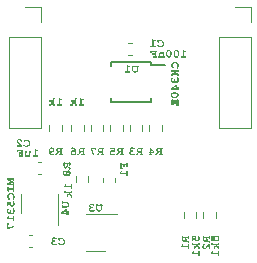
<source format=gbr>
%TF.GenerationSoftware,KiCad,Pcbnew,7.0.7*%
%TF.CreationDate,2024-07-11T11:51:31-04:00*%
%TF.ProjectId,attiny412_breakout,61747469-6e79-4343-9132-5f627265616b,1.0*%
%TF.SameCoordinates,Original*%
%TF.FileFunction,Legend,Bot*%
%TF.FilePolarity,Positive*%
%FSLAX46Y46*%
G04 Gerber Fmt 4.6, Leading zero omitted, Abs format (unit mm)*
G04 Created by KiCad (PCBNEW 7.0.7) date 2024-07-11 11:51:31*
%MOMM*%
%LPD*%
G01*
G04 APERTURE LIST*
%ADD10C,0.100000*%
%ADD11C,0.120000*%
%ADD12C,0.150000*%
G04 APERTURE END LIST*
D10*
G36*
X142947856Y-107623826D02*
G01*
X143230323Y-107623826D01*
X143241755Y-107623552D01*
X143252972Y-107622727D01*
X143263972Y-107621353D01*
X143274756Y-107619430D01*
X143285324Y-107616957D01*
X143295676Y-107613934D01*
X143305812Y-107610362D01*
X143315731Y-107606241D01*
X143325435Y-107601570D01*
X143334923Y-107596349D01*
X143344194Y-107590579D01*
X143353249Y-107584259D01*
X143362089Y-107577390D01*
X143370712Y-107569971D01*
X143379119Y-107562002D01*
X143387310Y-107553484D01*
X143395140Y-107544580D01*
X143402465Y-107535452D01*
X143409285Y-107526101D01*
X143415600Y-107516527D01*
X143421410Y-107506730D01*
X143426714Y-107496709D01*
X143431513Y-107486465D01*
X143435807Y-107475998D01*
X143439596Y-107465308D01*
X143442880Y-107454394D01*
X143445658Y-107443257D01*
X143447932Y-107431897D01*
X143449700Y-107420314D01*
X143450963Y-107408507D01*
X143451721Y-107396477D01*
X143451973Y-107384224D01*
X143451830Y-107375105D01*
X143451400Y-107366089D01*
X143450684Y-107357176D01*
X143449681Y-107348366D01*
X143448391Y-107339659D01*
X143446815Y-107331055D01*
X143444952Y-107322555D01*
X143442803Y-107314157D01*
X143440367Y-107305862D01*
X143437644Y-107297670D01*
X143435670Y-107292267D01*
X143432479Y-107284272D01*
X143429022Y-107276433D01*
X143425297Y-107268748D01*
X143421304Y-107261217D01*
X143417045Y-107253841D01*
X143412518Y-107246620D01*
X143407724Y-107239553D01*
X143402663Y-107232641D01*
X143397334Y-107225883D01*
X143391738Y-107219280D01*
X143387859Y-107214964D01*
X143381895Y-107208675D01*
X143375885Y-107202653D01*
X143369831Y-107196898D01*
X143363731Y-107191411D01*
X143357586Y-107186190D01*
X143351396Y-107181237D01*
X143345161Y-107176552D01*
X143338881Y-107172133D01*
X143332556Y-107167982D01*
X143326186Y-107164099D01*
X143321914Y-107161658D01*
X143315288Y-107158253D01*
X143308257Y-107155183D01*
X143300820Y-107152449D01*
X143292977Y-107150049D01*
X143284728Y-107147983D01*
X143276074Y-107146253D01*
X143267014Y-107144858D01*
X143257548Y-107143797D01*
X143247677Y-107143072D01*
X143237400Y-107142681D01*
X143230323Y-107142607D01*
X142947856Y-107142607D01*
X142947630Y-107134501D01*
X142946951Y-107126945D01*
X142945468Y-107118272D01*
X142943277Y-107110458D01*
X142940380Y-107103503D01*
X142935971Y-107096290D01*
X142933385Y-107093148D01*
X142927574Y-107087732D01*
X142921131Y-107083436D01*
X142914058Y-107080261D01*
X142906354Y-107078207D01*
X142898018Y-107077273D01*
X142895099Y-107077211D01*
X142886560Y-107077771D01*
X142878665Y-107079452D01*
X142871413Y-107082253D01*
X142864806Y-107086175D01*
X142858842Y-107091218D01*
X142856998Y-107093148D01*
X142852017Y-107099923D01*
X142848654Y-107106788D01*
X142846007Y-107114763D01*
X142844404Y-107121942D01*
X142843259Y-107129830D01*
X142842572Y-107138428D01*
X142842343Y-107147736D01*
X142842343Y-107286405D01*
X142842572Y-107295587D01*
X142843259Y-107304082D01*
X142844404Y-107311890D01*
X142846479Y-107320684D01*
X142849270Y-107328405D01*
X142852776Y-107335053D01*
X142856998Y-107340627D01*
X142862746Y-107346167D01*
X142869139Y-107350561D01*
X142876176Y-107353809D01*
X142883857Y-107355911D01*
X142892181Y-107356866D01*
X142895099Y-107356930D01*
X142903645Y-107356357D01*
X142911560Y-107354637D01*
X142918844Y-107351771D01*
X142925496Y-107347759D01*
X142931518Y-107342601D01*
X142933385Y-107340627D01*
X142938303Y-107333809D01*
X142941624Y-107326947D01*
X142944238Y-107319011D01*
X142946146Y-107310002D01*
X142947163Y-107302022D01*
X142947729Y-107293356D01*
X142947856Y-107286405D01*
X142947856Y-107248303D01*
X143234902Y-107248303D01*
X143243057Y-107248649D01*
X143251035Y-107249688D01*
X143258835Y-107251418D01*
X143266458Y-107253841D01*
X143273905Y-107256957D01*
X143281174Y-107260764D01*
X143288266Y-107265264D01*
X143295181Y-107270456D01*
X143301919Y-107276341D01*
X143308479Y-107282918D01*
X143312755Y-107287687D01*
X143318778Y-107295215D01*
X143324209Y-107303029D01*
X143329048Y-107311130D01*
X143333294Y-107319518D01*
X143336948Y-107328192D01*
X143340009Y-107337153D01*
X143342477Y-107346400D01*
X143344354Y-107355934D01*
X143345637Y-107365754D01*
X143346329Y-107375861D01*
X143346460Y-107382759D01*
X143346206Y-107391938D01*
X143345441Y-107400974D01*
X143344168Y-107409867D01*
X143342384Y-107418616D01*
X143340092Y-107427223D01*
X143337290Y-107435687D01*
X143333978Y-107444007D01*
X143330157Y-107452185D01*
X143325849Y-107460107D01*
X143321078Y-107467664D01*
X143315843Y-107474853D01*
X143310144Y-107481677D01*
X143303982Y-107488134D01*
X143297356Y-107494225D01*
X143290266Y-107499949D01*
X143282713Y-107505307D01*
X143276378Y-107509001D01*
X143269622Y-107512069D01*
X143262446Y-107514511D01*
X143254849Y-107516327D01*
X143246832Y-107517517D01*
X143238395Y-107518080D01*
X143234902Y-107518130D01*
X142947856Y-107518130D01*
X142947856Y-107480028D01*
X142947630Y-107470843D01*
X142946951Y-107462340D01*
X142945821Y-107454517D01*
X142943772Y-107445697D01*
X142941016Y-107437941D01*
X142937554Y-107431250D01*
X142933385Y-107425623D01*
X142927574Y-107420145D01*
X142921131Y-107415800D01*
X142914058Y-107412589D01*
X142906354Y-107410511D01*
X142898018Y-107409566D01*
X142895099Y-107409503D01*
X142886560Y-107410070D01*
X142878665Y-107411770D01*
X142871413Y-107414604D01*
X142864806Y-107418571D01*
X142858842Y-107423671D01*
X142856998Y-107425623D01*
X142852017Y-107432503D01*
X142848654Y-107439407D01*
X142846007Y-107447376D01*
X142844075Y-107456409D01*
X142843044Y-107464402D01*
X142842472Y-107473076D01*
X142842343Y-107480028D01*
X142842343Y-107618697D01*
X142842572Y-107627879D01*
X142843259Y-107636374D01*
X142844404Y-107644182D01*
X142846479Y-107652977D01*
X142849270Y-107660697D01*
X142852776Y-107667345D01*
X142856998Y-107672919D01*
X142862746Y-107678460D01*
X142869139Y-107682854D01*
X142876176Y-107686102D01*
X142883857Y-107688203D01*
X142892181Y-107689159D01*
X142895099Y-107689222D01*
X142903645Y-107688662D01*
X142911560Y-107686981D01*
X142918844Y-107684180D01*
X142925496Y-107680258D01*
X142931518Y-107675215D01*
X142933385Y-107673285D01*
X142938303Y-107666691D01*
X142942203Y-107658860D01*
X142944676Y-107651389D01*
X142946443Y-107643060D01*
X142947347Y-107635779D01*
X142947799Y-107627948D01*
X142947856Y-107623826D01*
G37*
G36*
X143287842Y-108061815D02*
G01*
X143334737Y-108061815D01*
X143334737Y-108020599D01*
X143334865Y-108013646D01*
X143335438Y-108004972D01*
X143336468Y-107996980D01*
X143338400Y-107987947D01*
X143341048Y-107979978D01*
X143344411Y-107973074D01*
X143349391Y-107966194D01*
X143351236Y-107964242D01*
X143357199Y-107959141D01*
X143363807Y-107955174D01*
X143371058Y-107952341D01*
X143378954Y-107950640D01*
X143387493Y-107950074D01*
X143390412Y-107950137D01*
X143398747Y-107951081D01*
X143406452Y-107953159D01*
X143413525Y-107956371D01*
X143419967Y-107960715D01*
X143425778Y-107966194D01*
X143429947Y-107971821D01*
X143433410Y-107978512D01*
X143436165Y-107986268D01*
X143438214Y-107995088D01*
X143439345Y-108002910D01*
X143440023Y-108011414D01*
X143440250Y-108020599D01*
X143440250Y-108162199D01*
X143440122Y-108169151D01*
X143439557Y-108177825D01*
X143438540Y-108185818D01*
X143436632Y-108194851D01*
X143434017Y-108202819D01*
X143430696Y-108209724D01*
X143425778Y-108216604D01*
X143423911Y-108218578D01*
X143417890Y-108223736D01*
X143411237Y-108227748D01*
X143403954Y-108230614D01*
X143396039Y-108232334D01*
X143387493Y-108232907D01*
X143384575Y-108232844D01*
X143376250Y-108231899D01*
X143368569Y-108229821D01*
X143361533Y-108226610D01*
X143355140Y-108222265D01*
X143349391Y-108216787D01*
X143346772Y-108213644D01*
X143342307Y-108206431D01*
X143339373Y-108199476D01*
X143337155Y-108191662D01*
X143335653Y-108182990D01*
X143334966Y-108175433D01*
X143334737Y-108167328D01*
X143287842Y-108167328D01*
X143287828Y-108169372D01*
X143287489Y-108177225D01*
X143286429Y-108186308D01*
X143284662Y-108194577D01*
X143282189Y-108202032D01*
X143278289Y-108209904D01*
X143273371Y-108216604D01*
X143271504Y-108218578D01*
X143265482Y-108223736D01*
X143258830Y-108227748D01*
X143251546Y-108230614D01*
X143243631Y-108232334D01*
X143235086Y-108232907D01*
X143232167Y-108232844D01*
X143223843Y-108231899D01*
X143216162Y-108229821D01*
X143209125Y-108226610D01*
X143202732Y-108222265D01*
X143196984Y-108216787D01*
X143194365Y-108213644D01*
X143189900Y-108206431D01*
X143186966Y-108199476D01*
X143184748Y-108191662D01*
X143183245Y-108182990D01*
X143182558Y-108175433D01*
X143182329Y-108167328D01*
X142795448Y-108167328D01*
X142795448Y-108061815D01*
X142935033Y-108061815D01*
X143182329Y-108061815D01*
X143182329Y-107908858D01*
X142935033Y-108061815D01*
X142795448Y-108061815D01*
X142795448Y-108027743D01*
X143199915Y-107774768D01*
X143287842Y-107774768D01*
X143287842Y-108061815D01*
G37*
G36*
X138417982Y-105255479D02*
G01*
X138714737Y-105255479D01*
X138714737Y-105293581D01*
X138714966Y-105302763D01*
X138715653Y-105311258D01*
X138716797Y-105319066D01*
X138718872Y-105327860D01*
X138721663Y-105335581D01*
X138725169Y-105342229D01*
X138729391Y-105347803D01*
X138735140Y-105353343D01*
X138741533Y-105357738D01*
X138748569Y-105360986D01*
X138756250Y-105363087D01*
X138764575Y-105364042D01*
X138767493Y-105364106D01*
X138776039Y-105363533D01*
X138783954Y-105361813D01*
X138791237Y-105358948D01*
X138797890Y-105354936D01*
X138803911Y-105349777D01*
X138805778Y-105347803D01*
X138810696Y-105340985D01*
X138814017Y-105334123D01*
X138816632Y-105326187D01*
X138818540Y-105317179D01*
X138819557Y-105309199D01*
X138820122Y-105300532D01*
X138820250Y-105293581D01*
X138820250Y-105154912D01*
X138820023Y-105145730D01*
X138819345Y-105137235D01*
X138818214Y-105129427D01*
X138816165Y-105120633D01*
X138813410Y-105112912D01*
X138809947Y-105106264D01*
X138805778Y-105100690D01*
X138799967Y-105095150D01*
X138793525Y-105090755D01*
X138786452Y-105087508D01*
X138778747Y-105085406D01*
X138770412Y-105084451D01*
X138767493Y-105084387D01*
X138758954Y-105084954D01*
X138751058Y-105086654D01*
X138743807Y-105089487D01*
X138737199Y-105093455D01*
X138731236Y-105098555D01*
X138729391Y-105100507D01*
X138724411Y-105107095D01*
X138720461Y-105114907D01*
X138717957Y-105122351D01*
X138716168Y-105130646D01*
X138715094Y-105139789D01*
X138714751Y-105147716D01*
X138714737Y-105149783D01*
X138327856Y-105149783D01*
X138327503Y-105141417D01*
X138326443Y-105133722D01*
X138324238Y-105125374D01*
X138321016Y-105117992D01*
X138316776Y-105111575D01*
X138313385Y-105107834D01*
X138307574Y-105103041D01*
X138301131Y-105099239D01*
X138294058Y-105096429D01*
X138286354Y-105094611D01*
X138278018Y-105093784D01*
X138275099Y-105093729D01*
X138266560Y-105094296D01*
X138258665Y-105095996D01*
X138251413Y-105098830D01*
X138244806Y-105102797D01*
X138238842Y-105107897D01*
X138236998Y-105109849D01*
X138232017Y-105116729D01*
X138228654Y-105123634D01*
X138226007Y-105131602D01*
X138224075Y-105140635D01*
X138223044Y-105148628D01*
X138222472Y-105157302D01*
X138222343Y-105164254D01*
X138222343Y-105280209D01*
X138527158Y-105424007D01*
X138222343Y-105565057D01*
X138222343Y-105682110D01*
X138222572Y-105691292D01*
X138223259Y-105699787D01*
X138224404Y-105707596D01*
X138226479Y-105716390D01*
X138229270Y-105724111D01*
X138232776Y-105730758D01*
X138236998Y-105736332D01*
X138242746Y-105741873D01*
X138249139Y-105746267D01*
X138256176Y-105749515D01*
X138263857Y-105751616D01*
X138272181Y-105752572D01*
X138275099Y-105752635D01*
X138283645Y-105752127D01*
X138291560Y-105750600D01*
X138298844Y-105748057D01*
X138305496Y-105744495D01*
X138311518Y-105739916D01*
X138313385Y-105738164D01*
X138318303Y-105732286D01*
X138322203Y-105725507D01*
X138325086Y-105717827D01*
X138326951Y-105709244D01*
X138327729Y-105701403D01*
X138327856Y-105696399D01*
X138714737Y-105696399D01*
X138714966Y-105704504D01*
X138715653Y-105712061D01*
X138717155Y-105720733D01*
X138719373Y-105728547D01*
X138722307Y-105735502D01*
X138726772Y-105742715D01*
X138729391Y-105745858D01*
X138735140Y-105751336D01*
X138741533Y-105755681D01*
X138748569Y-105758892D01*
X138756250Y-105760970D01*
X138764575Y-105761915D01*
X138767493Y-105761978D01*
X138776039Y-105761405D01*
X138783954Y-105759685D01*
X138791237Y-105756819D01*
X138797890Y-105752807D01*
X138803911Y-105747649D01*
X138805778Y-105745675D01*
X138810696Y-105738794D01*
X138814017Y-105731890D01*
X138816632Y-105723922D01*
X138818540Y-105714889D01*
X138819557Y-105706896D01*
X138820122Y-105698222D01*
X138820250Y-105691269D01*
X138820250Y-105552234D01*
X138820023Y-105543178D01*
X138819345Y-105534786D01*
X138818214Y-105527058D01*
X138816165Y-105518332D01*
X138813410Y-105510643D01*
X138809947Y-105503992D01*
X138805778Y-105498379D01*
X138799967Y-105492838D01*
X138793525Y-105488444D01*
X138786452Y-105485196D01*
X138778747Y-105483094D01*
X138770412Y-105482139D01*
X138767493Y-105482075D01*
X138758954Y-105482649D01*
X138751058Y-105484368D01*
X138743807Y-105487234D01*
X138737199Y-105491246D01*
X138731236Y-105496404D01*
X138729391Y-105498379D01*
X138724411Y-105505239D01*
X138721048Y-105512098D01*
X138718400Y-105519994D01*
X138716468Y-105528928D01*
X138715438Y-105536822D01*
X138714865Y-105545380D01*
X138714737Y-105552234D01*
X138714737Y-105590886D01*
X138417982Y-105590886D01*
X138678467Y-105469802D01*
X138678467Y-105378028D01*
X138417982Y-105255479D01*
G37*
G36*
X138327856Y-106103612D02*
G01*
X138714737Y-106103612D01*
X138714737Y-106210224D01*
X138714966Y-106219406D01*
X138715653Y-106227901D01*
X138716797Y-106235710D01*
X138718872Y-106244504D01*
X138721663Y-106252225D01*
X138725169Y-106258872D01*
X138729391Y-106264446D01*
X138735140Y-106269987D01*
X138741533Y-106274381D01*
X138748569Y-106277629D01*
X138756250Y-106279731D01*
X138764575Y-106280686D01*
X138767493Y-106280750D01*
X138776039Y-106280176D01*
X138783954Y-106278457D01*
X138791237Y-106275591D01*
X138797890Y-106271579D01*
X138803911Y-106266421D01*
X138805778Y-106264446D01*
X138810696Y-106257629D01*
X138814017Y-106250766D01*
X138816632Y-106242831D01*
X138818540Y-106233822D01*
X138819557Y-106225842D01*
X138820122Y-106217175D01*
X138820250Y-106210224D01*
X138820250Y-105891304D01*
X138820023Y-105882119D01*
X138819345Y-105873616D01*
X138818214Y-105865793D01*
X138816165Y-105856973D01*
X138813410Y-105849218D01*
X138809947Y-105842526D01*
X138805778Y-105836899D01*
X138799967Y-105831421D01*
X138793525Y-105827076D01*
X138786452Y-105823865D01*
X138778747Y-105821787D01*
X138770412Y-105820842D01*
X138767493Y-105820779D01*
X138758954Y-105821346D01*
X138751058Y-105823046D01*
X138743807Y-105825880D01*
X138737199Y-105829847D01*
X138731236Y-105834947D01*
X138729391Y-105836899D01*
X138724411Y-105843779D01*
X138721048Y-105850684D01*
X138718400Y-105858652D01*
X138716468Y-105867685D01*
X138715438Y-105875678D01*
X138714865Y-105884352D01*
X138714737Y-105891304D01*
X138714737Y-105997916D01*
X138327856Y-105997916D01*
X138327856Y-105891304D01*
X138327630Y-105882119D01*
X138326951Y-105873616D01*
X138325821Y-105865793D01*
X138323772Y-105856973D01*
X138321016Y-105849218D01*
X138317554Y-105842526D01*
X138313385Y-105836899D01*
X138307574Y-105831421D01*
X138301131Y-105827076D01*
X138294058Y-105823865D01*
X138286354Y-105821787D01*
X138278018Y-105820842D01*
X138275099Y-105820779D01*
X138266560Y-105821346D01*
X138258665Y-105823046D01*
X138251413Y-105825880D01*
X138244806Y-105829847D01*
X138238842Y-105834947D01*
X138236998Y-105836899D01*
X138232017Y-105843779D01*
X138228654Y-105850684D01*
X138226007Y-105858652D01*
X138224075Y-105867685D01*
X138223044Y-105875678D01*
X138222472Y-105884352D01*
X138222343Y-105891304D01*
X138222343Y-106210224D01*
X138222572Y-106219406D01*
X138223259Y-106227901D01*
X138224404Y-106235710D01*
X138226479Y-106244504D01*
X138229270Y-106252225D01*
X138232776Y-106258872D01*
X138236998Y-106264446D01*
X138242746Y-106269987D01*
X138249139Y-106274381D01*
X138256176Y-106277629D01*
X138263857Y-106279731D01*
X138272181Y-106280686D01*
X138275099Y-106280750D01*
X138283645Y-106280176D01*
X138291560Y-106278457D01*
X138298844Y-106275591D01*
X138305496Y-106271579D01*
X138311518Y-106266421D01*
X138313385Y-106264446D01*
X138318303Y-106257629D01*
X138321624Y-106250766D01*
X138324238Y-106242831D01*
X138326146Y-106233822D01*
X138327163Y-106225842D01*
X138327729Y-106217175D01*
X138327856Y-106210224D01*
X138327856Y-106103612D01*
G37*
G36*
X138257514Y-106846599D02*
G01*
X138250241Y-106850934D01*
X138243810Y-106855445D01*
X138237490Y-106860814D01*
X138232269Y-106866413D01*
X138231136Y-106867848D01*
X138226885Y-106874573D01*
X138224026Y-106881559D01*
X138222558Y-106888806D01*
X138222343Y-106892944D01*
X138222890Y-106901366D01*
X138224533Y-106909182D01*
X138227270Y-106916392D01*
X138231101Y-106922998D01*
X138236028Y-106928997D01*
X138237913Y-106930863D01*
X138244437Y-106935843D01*
X138251025Y-106939206D01*
X138258659Y-106941854D01*
X138267339Y-106943786D01*
X138275037Y-106944816D01*
X138283405Y-106945389D01*
X138290120Y-106945518D01*
X138376766Y-106945518D01*
X138385684Y-106945289D01*
X138393939Y-106944602D01*
X138401529Y-106943457D01*
X138410084Y-106941382D01*
X138417601Y-106938591D01*
X138424080Y-106935085D01*
X138429522Y-106930863D01*
X138434814Y-106925065D01*
X138439010Y-106918661D01*
X138442112Y-106911652D01*
X138444119Y-106904038D01*
X138445032Y-106895819D01*
X138445092Y-106892944D01*
X138444713Y-106885328D01*
X138443309Y-106877158D01*
X138440871Y-106869760D01*
X138437398Y-106863133D01*
X138434285Y-106858872D01*
X138428582Y-106853578D01*
X138422271Y-106849542D01*
X138414646Y-106845970D01*
X138407288Y-106843348D01*
X138399018Y-106841047D01*
X138393618Y-106839821D01*
X138385384Y-106837877D01*
X138377991Y-106835248D01*
X138371439Y-106831936D01*
X138364982Y-106827314D01*
X138362844Y-106825350D01*
X138357666Y-106819820D01*
X138352757Y-106813764D01*
X138348118Y-106807181D01*
X138343747Y-106800071D01*
X138339645Y-106792434D01*
X138335813Y-106784271D01*
X138332249Y-106775582D01*
X138328955Y-106766365D01*
X138326663Y-106759287D01*
X138324597Y-106752202D01*
X138322193Y-106742745D01*
X138320189Y-106733277D01*
X138318587Y-106723797D01*
X138317384Y-106714306D01*
X138316583Y-106704803D01*
X138316182Y-106695289D01*
X138316132Y-106690528D01*
X138316300Y-106681700D01*
X138316802Y-106673007D01*
X138317639Y-106664449D01*
X138318811Y-106656027D01*
X138320318Y-106647740D01*
X138322160Y-106639588D01*
X138324337Y-106631571D01*
X138326848Y-106623689D01*
X138329695Y-106615943D01*
X138332876Y-106608332D01*
X138335183Y-106603333D01*
X138338965Y-106595995D01*
X138343165Y-106588818D01*
X138347783Y-106581801D01*
X138352820Y-106574946D01*
X138358276Y-106568251D01*
X138364150Y-106561718D01*
X138370443Y-106555346D01*
X138377155Y-106549134D01*
X138384285Y-106543084D01*
X138391834Y-106537195D01*
X138397099Y-106533358D01*
X138405245Y-106527923D01*
X138413677Y-106523024D01*
X138422397Y-106518658D01*
X138431402Y-106514828D01*
X138440695Y-106511531D01*
X138450274Y-106508770D01*
X138460139Y-106506543D01*
X138470291Y-106504850D01*
X138480730Y-106503692D01*
X138491455Y-106503068D01*
X138498765Y-106502949D01*
X138561963Y-106502949D01*
X138570665Y-106503166D01*
X138579185Y-106503814D01*
X138587523Y-106504894D01*
X138595680Y-106506407D01*
X138603655Y-106508352D01*
X138611448Y-106510729D01*
X138619059Y-106513538D01*
X138626489Y-106516780D01*
X138633736Y-106520453D01*
X138640803Y-106524559D01*
X138647687Y-106529097D01*
X138654390Y-106534068D01*
X138660910Y-106539470D01*
X138667249Y-106545305D01*
X138673407Y-106551571D01*
X138679382Y-106558270D01*
X138685083Y-106565376D01*
X138690416Y-106572816D01*
X138695382Y-106580592D01*
X138699979Y-106588702D01*
X138704209Y-106597147D01*
X138708070Y-106605926D01*
X138711565Y-106615041D01*
X138714691Y-106624491D01*
X138717449Y-106634275D01*
X138719840Y-106644395D01*
X138721863Y-106654849D01*
X138723518Y-106665638D01*
X138724805Y-106676762D01*
X138725725Y-106688221D01*
X138726276Y-106700015D01*
X138726460Y-106712143D01*
X138726314Y-106723009D01*
X138725874Y-106733556D01*
X138725142Y-106743785D01*
X138724116Y-106753694D01*
X138722797Y-106763285D01*
X138721186Y-106772557D01*
X138719281Y-106781510D01*
X138717084Y-106790145D01*
X138714593Y-106798460D01*
X138711809Y-106806457D01*
X138709791Y-106811611D01*
X138706349Y-106819072D01*
X138701977Y-106826685D01*
X138697809Y-106832884D01*
X138693047Y-106839181D01*
X138687689Y-106845575D01*
X138681735Y-106852067D01*
X138675186Y-106858656D01*
X138671689Y-106861986D01*
X138665719Y-106867918D01*
X138660586Y-106873347D01*
X138655656Y-106879045D01*
X138650992Y-106885368D01*
X138649524Y-106887815D01*
X138646398Y-106895157D01*
X138644800Y-106902475D01*
X138644395Y-106908881D01*
X138644968Y-106916663D01*
X138646687Y-106924071D01*
X138649553Y-106931106D01*
X138653565Y-106937767D01*
X138658724Y-106944054D01*
X138660698Y-106946067D01*
X138666949Y-106951483D01*
X138673612Y-106955779D01*
X138680688Y-106958953D01*
X138688175Y-106961008D01*
X138696075Y-106961942D01*
X138698800Y-106962004D01*
X138707215Y-106961244D01*
X138714385Y-106959450D01*
X138721698Y-106956600D01*
X138729154Y-106952695D01*
X138736753Y-106947734D01*
X138742935Y-106943006D01*
X138746061Y-106940388D01*
X138752793Y-106934323D01*
X138759252Y-106927942D01*
X138765437Y-106921246D01*
X138771348Y-106914233D01*
X138776986Y-106906906D01*
X138782350Y-106899263D01*
X138787440Y-106891304D01*
X138792257Y-106883030D01*
X138796800Y-106874440D01*
X138801069Y-106865534D01*
X138803763Y-106859422D01*
X138807179Y-106851056D01*
X138810375Y-106842583D01*
X138813350Y-106834003D01*
X138816105Y-106825316D01*
X138818640Y-106816521D01*
X138820954Y-106807619D01*
X138823047Y-106798609D01*
X138824921Y-106789492D01*
X138826574Y-106780268D01*
X138828006Y-106770936D01*
X138829218Y-106761497D01*
X138830210Y-106751951D01*
X138830981Y-106742298D01*
X138831532Y-106732537D01*
X138831863Y-106722669D01*
X138831973Y-106712693D01*
X138831830Y-106701042D01*
X138831401Y-106689535D01*
X138830685Y-106678172D01*
X138829683Y-106666955D01*
X138828395Y-106655882D01*
X138826821Y-106644953D01*
X138824961Y-106634169D01*
X138822814Y-106623529D01*
X138820381Y-106613034D01*
X138817662Y-106602684D01*
X138814657Y-106592478D01*
X138811365Y-106582416D01*
X138807787Y-106572499D01*
X138803923Y-106562727D01*
X138799773Y-106553099D01*
X138795337Y-106543616D01*
X138791541Y-106536084D01*
X138787480Y-106528692D01*
X138783154Y-106521441D01*
X138778564Y-106514330D01*
X138773709Y-106507359D01*
X138768589Y-106500528D01*
X138763205Y-106493838D01*
X138757555Y-106487287D01*
X138751641Y-106480877D01*
X138745463Y-106474608D01*
X138739019Y-106468478D01*
X138732311Y-106462489D01*
X138725338Y-106456640D01*
X138718100Y-106450931D01*
X138710597Y-106445363D01*
X138702830Y-106439935D01*
X138694885Y-106434766D01*
X138686850Y-106429931D01*
X138678725Y-106425430D01*
X138670510Y-106421262D01*
X138662204Y-106417427D01*
X138653808Y-106413926D01*
X138645323Y-106410758D01*
X138636747Y-106407924D01*
X138628081Y-106405423D01*
X138619324Y-106403255D01*
X138610478Y-106401421D01*
X138601541Y-106399921D01*
X138592515Y-106398754D01*
X138583398Y-106397920D01*
X138574191Y-106397420D01*
X138564894Y-106397253D01*
X138497116Y-106397253D01*
X138487403Y-106397403D01*
X138477770Y-106397852D01*
X138468220Y-106398599D01*
X138458751Y-106399646D01*
X138449364Y-106400992D01*
X138440058Y-106402637D01*
X138430834Y-106404581D01*
X138421691Y-106406825D01*
X138412630Y-106409367D01*
X138403650Y-106412208D01*
X138394752Y-106415349D01*
X138385936Y-106418789D01*
X138377201Y-106422528D01*
X138368548Y-106426565D01*
X138359976Y-106430902D01*
X138351486Y-106435538D01*
X138343158Y-106440462D01*
X138335072Y-106445616D01*
X138327227Y-106451001D01*
X138319624Y-106456616D01*
X138312263Y-106462461D01*
X138305144Y-106468537D01*
X138298267Y-106474843D01*
X138291632Y-106481380D01*
X138285238Y-106488147D01*
X138279087Y-106495144D01*
X138273177Y-106502372D01*
X138267509Y-106509830D01*
X138262083Y-106517519D01*
X138256899Y-106525438D01*
X138251956Y-106533587D01*
X138247256Y-106541967D01*
X138242819Y-106550517D01*
X138238669Y-106559129D01*
X138234805Y-106567805D01*
X138231227Y-106576543D01*
X138227936Y-106585344D01*
X138224930Y-106594209D01*
X138222211Y-106603136D01*
X138219778Y-106612126D01*
X138217632Y-106621179D01*
X138215771Y-106630295D01*
X138214197Y-106639475D01*
X138212909Y-106648717D01*
X138211907Y-106658022D01*
X138211192Y-106667390D01*
X138210762Y-106676821D01*
X138210619Y-106686315D01*
X138210721Y-106694883D01*
X138211025Y-106703344D01*
X138211532Y-106711700D01*
X138212242Y-106719949D01*
X138213155Y-106728092D01*
X138214271Y-106736128D01*
X138215589Y-106744058D01*
X138217111Y-106751883D01*
X138218835Y-106759600D01*
X138220762Y-106767212D01*
X138222160Y-106772227D01*
X138224432Y-106779666D01*
X138226919Y-106787009D01*
X138229622Y-106794255D01*
X138232541Y-106801405D01*
X138235676Y-106808458D01*
X138239026Y-106815414D01*
X138242592Y-106822273D01*
X138246374Y-106829037D01*
X138250372Y-106835703D01*
X138254585Y-106842273D01*
X138257514Y-106846599D01*
G37*
G36*
X138280961Y-107222123D02*
G01*
X138409922Y-107222123D01*
X138407082Y-107229430D01*
X138404426Y-107236651D01*
X138401953Y-107243787D01*
X138399663Y-107250836D01*
X138396572Y-107261250D01*
X138393893Y-107271470D01*
X138391626Y-107281497D01*
X138389771Y-107291331D01*
X138388329Y-107300972D01*
X138387299Y-107310419D01*
X138386680Y-107319673D01*
X138386474Y-107328735D01*
X138386721Y-107340787D01*
X138387462Y-107352580D01*
X138388696Y-107364114D01*
X138390424Y-107375389D01*
X138392646Y-107386405D01*
X138395361Y-107397162D01*
X138398571Y-107407660D01*
X138402274Y-107417898D01*
X138406470Y-107427878D01*
X138411161Y-107437599D01*
X138416345Y-107447061D01*
X138422023Y-107456264D01*
X138428195Y-107465207D01*
X138434860Y-107473892D01*
X138442019Y-107482318D01*
X138449672Y-107490484D01*
X138457692Y-107498292D01*
X138465998Y-107505597D01*
X138474591Y-107512398D01*
X138483469Y-107518694D01*
X138492634Y-107524488D01*
X138502085Y-107529777D01*
X138511822Y-107534563D01*
X138521846Y-107538844D01*
X138532156Y-107542623D01*
X138542751Y-107545897D01*
X138553634Y-107548668D01*
X138564802Y-107550934D01*
X138576257Y-107552698D01*
X138587997Y-107553957D01*
X138600025Y-107554713D01*
X138612338Y-107554964D01*
X138625010Y-107554710D01*
X138637336Y-107553946D01*
X138649316Y-107552672D01*
X138660950Y-107550889D01*
X138672237Y-107548596D01*
X138683178Y-107545794D01*
X138693772Y-107542482D01*
X138704020Y-107538661D01*
X138713922Y-107534331D01*
X138723478Y-107529491D01*
X138732687Y-107524141D01*
X138741550Y-107518282D01*
X138750066Y-107511914D01*
X138758237Y-107505036D01*
X138766061Y-107497648D01*
X138773538Y-107489752D01*
X138780614Y-107481330D01*
X138787234Y-107472367D01*
X138793397Y-107462862D01*
X138799103Y-107452818D01*
X138804353Y-107442232D01*
X138809147Y-107431105D01*
X138813484Y-107419437D01*
X138817364Y-107407228D01*
X138820788Y-107394478D01*
X138823756Y-107381188D01*
X138826267Y-107367356D01*
X138828321Y-107352983D01*
X138829177Y-107345594D01*
X138829919Y-107338070D01*
X138830547Y-107330410D01*
X138831060Y-107322615D01*
X138831460Y-107314685D01*
X138831745Y-107306620D01*
X138831916Y-107298419D01*
X138831973Y-107290083D01*
X138831927Y-107282724D01*
X138831561Y-107268296D01*
X138830828Y-107254253D01*
X138829729Y-107240598D01*
X138828264Y-107227329D01*
X138826432Y-107214446D01*
X138824234Y-107201949D01*
X138821669Y-107189839D01*
X138818738Y-107178116D01*
X138815441Y-107166778D01*
X138811777Y-107155827D01*
X138807747Y-107145263D01*
X138803351Y-107135085D01*
X138798588Y-107125293D01*
X138793459Y-107115888D01*
X138787964Y-107106869D01*
X138785079Y-107102505D01*
X138779926Y-107095335D01*
X138774635Y-107088871D01*
X138769206Y-107083112D01*
X138763638Y-107078058D01*
X138755998Y-107072417D01*
X138748113Y-107068029D01*
X138739981Y-107064895D01*
X138731604Y-107063015D01*
X138722980Y-107062388D01*
X138714868Y-107062942D01*
X138707155Y-107064603D01*
X138699841Y-107067372D01*
X138692926Y-107071249D01*
X138686411Y-107076234D01*
X138684328Y-107078141D01*
X138678726Y-107084255D01*
X138674282Y-107090781D01*
X138670998Y-107097719D01*
X138668872Y-107105069D01*
X138667906Y-107112831D01*
X138667842Y-107115511D01*
X138668797Y-107123513D01*
X138671137Y-107130610D01*
X138674881Y-107137926D01*
X138679073Y-107144190D01*
X138684241Y-107150606D01*
X138687809Y-107154528D01*
X138693696Y-107161213D01*
X138698993Y-107167988D01*
X138703700Y-107174852D01*
X138707816Y-107181805D01*
X138711342Y-107188848D01*
X138714277Y-107195980D01*
X138715286Y-107198858D01*
X138717905Y-107207391D01*
X138720175Y-107216501D01*
X138721648Y-107223713D01*
X138722925Y-107231251D01*
X138724005Y-107239114D01*
X138724889Y-107247301D01*
X138725576Y-107255815D01*
X138726067Y-107264653D01*
X138726362Y-107273817D01*
X138726460Y-107283305D01*
X138726351Y-107295066D01*
X138726025Y-107306349D01*
X138725481Y-107317156D01*
X138724720Y-107327487D01*
X138723741Y-107337341D01*
X138722545Y-107346718D01*
X138721131Y-107355619D01*
X138719499Y-107364043D01*
X138717650Y-107371991D01*
X138715584Y-107379462D01*
X138713300Y-107386456D01*
X138709466Y-107396055D01*
X138705142Y-107404581D01*
X138700330Y-107412034D01*
X138698617Y-107414281D01*
X138693135Y-107420533D01*
X138687132Y-107426171D01*
X138680607Y-107431194D01*
X138673561Y-107435601D01*
X138665993Y-107439394D01*
X138657903Y-107442571D01*
X138649292Y-107445134D01*
X138640159Y-107447082D01*
X138630504Y-107448414D01*
X138620328Y-107449132D01*
X138613254Y-107449268D01*
X138602855Y-107448972D01*
X138592884Y-107448083D01*
X138583342Y-107446602D01*
X138574227Y-107444529D01*
X138565541Y-107441862D01*
X138557284Y-107438604D01*
X138549454Y-107434753D01*
X138542053Y-107430309D01*
X138535080Y-107425273D01*
X138528536Y-107419644D01*
X138524410Y-107415563D01*
X138518616Y-107409072D01*
X138513392Y-107402241D01*
X138508737Y-107395068D01*
X138504652Y-107387553D01*
X138501138Y-107379697D01*
X138498193Y-107371500D01*
X138495818Y-107362962D01*
X138494014Y-107354082D01*
X138492779Y-107344861D01*
X138492114Y-107335299D01*
X138491987Y-107328735D01*
X138492320Y-107317878D01*
X138492913Y-107310485D01*
X138493802Y-107302968D01*
X138494987Y-107295325D01*
X138496468Y-107287559D01*
X138498245Y-107279668D01*
X138500319Y-107271652D01*
X138502689Y-107263512D01*
X138505355Y-107255247D01*
X138508317Y-107246858D01*
X138511576Y-107238344D01*
X138515131Y-107229706D01*
X138518982Y-107220943D01*
X138523129Y-107212056D01*
X138527573Y-107203045D01*
X138529906Y-107198492D01*
X138533403Y-107191481D01*
X138536348Y-107183962D01*
X138538321Y-107176132D01*
X138538882Y-107169732D01*
X138538302Y-107161479D01*
X138536563Y-107153753D01*
X138533665Y-107146555D01*
X138529608Y-107139885D01*
X138524392Y-107133744D01*
X138522395Y-107131814D01*
X138515872Y-107126647D01*
X138508665Y-107122549D01*
X138500776Y-107119520D01*
X138492205Y-107117560D01*
X138484540Y-107116743D01*
X138479714Y-107116610D01*
X138175448Y-107116610D01*
X138175448Y-107439560D01*
X138175677Y-107448742D01*
X138176364Y-107457237D01*
X138177509Y-107465045D01*
X138179584Y-107473839D01*
X138182375Y-107481560D01*
X138185881Y-107488207D01*
X138190103Y-107493782D01*
X138195914Y-107499322D01*
X138202356Y-107503716D01*
X138209429Y-107506964D01*
X138217134Y-107509066D01*
X138225469Y-107510021D01*
X138228388Y-107510085D01*
X138236809Y-107509512D01*
X138244625Y-107507792D01*
X138251836Y-107504926D01*
X138258441Y-107500914D01*
X138264441Y-107495756D01*
X138266307Y-107493782D01*
X138271287Y-107486964D01*
X138274650Y-107480102D01*
X138277298Y-107472166D01*
X138279230Y-107463157D01*
X138280260Y-107455177D01*
X138280832Y-107446511D01*
X138280961Y-107439560D01*
X138280961Y-107222123D01*
G37*
G36*
X138478432Y-108091871D02*
G01*
X138484253Y-108100455D01*
X138490245Y-108108620D01*
X138496407Y-108116366D01*
X138502740Y-108123693D01*
X138509244Y-108130603D01*
X138515919Y-108137093D01*
X138522764Y-108143165D01*
X138529780Y-108148818D01*
X138536966Y-108154053D01*
X138544324Y-108158869D01*
X138549323Y-108161847D01*
X138556965Y-108166004D01*
X138564777Y-108169753D01*
X138572760Y-108173093D01*
X138580913Y-108176023D01*
X138589238Y-108178545D01*
X138597733Y-108180658D01*
X138606398Y-108182362D01*
X138615234Y-108183657D01*
X138624241Y-108184543D01*
X138633419Y-108185020D01*
X138639632Y-108185111D01*
X138649659Y-108184841D01*
X138659544Y-108184029D01*
X138669288Y-108182677D01*
X138678890Y-108180783D01*
X138688350Y-108178349D01*
X138697669Y-108175374D01*
X138706846Y-108171858D01*
X138715881Y-108167800D01*
X138724775Y-108163202D01*
X138733527Y-108158063D01*
X138739283Y-108154336D01*
X138747673Y-108148357D01*
X138755671Y-108141892D01*
X138763275Y-108134941D01*
X138770487Y-108127503D01*
X138777306Y-108119579D01*
X138783732Y-108111169D01*
X138789765Y-108102273D01*
X138795405Y-108092890D01*
X138798947Y-108086365D01*
X138802315Y-108079624D01*
X138805508Y-108072667D01*
X138808526Y-108065493D01*
X138811365Y-108058093D01*
X138814021Y-108050409D01*
X138816494Y-108042442D01*
X138818784Y-108034192D01*
X138820891Y-108025658D01*
X138822814Y-108016841D01*
X138824554Y-108007741D01*
X138826111Y-107998357D01*
X138827485Y-107988690D01*
X138828676Y-107978739D01*
X138829683Y-107968505D01*
X138830508Y-107957988D01*
X138831149Y-107947187D01*
X138831607Y-107936104D01*
X138831882Y-107924736D01*
X138831973Y-107913086D01*
X138831937Y-107905485D01*
X138831827Y-107898004D01*
X138831645Y-107890641D01*
X138831061Y-107876269D01*
X138830185Y-107862372D01*
X138829017Y-107848948D01*
X138827557Y-107835998D01*
X138825806Y-107823521D01*
X138823762Y-107811519D01*
X138821427Y-107799990D01*
X138818799Y-107788934D01*
X138815880Y-107778353D01*
X138812668Y-107768245D01*
X138809165Y-107758611D01*
X138805370Y-107749450D01*
X138801282Y-107740763D01*
X138796903Y-107732550D01*
X138794604Y-107728621D01*
X138790582Y-107722467D01*
X138784993Y-107715202D01*
X138779147Y-107709014D01*
X138773043Y-107703902D01*
X138766682Y-107699867D01*
X138758368Y-107696335D01*
X138749652Y-107694486D01*
X138744229Y-107694183D01*
X138736155Y-107694717D01*
X138728558Y-107696321D01*
X138721438Y-107698994D01*
X138714794Y-107702735D01*
X138708626Y-107707546D01*
X138706677Y-107709387D01*
X138701447Y-107715314D01*
X138697300Y-107721692D01*
X138694235Y-107728520D01*
X138692251Y-107735800D01*
X138691349Y-107743530D01*
X138691289Y-107746207D01*
X138691885Y-107753706D01*
X138693671Y-107761365D01*
X138696647Y-107769185D01*
X138700229Y-107776158D01*
X138700815Y-107777164D01*
X138705047Y-107784147D01*
X138708815Y-107791014D01*
X138712117Y-107797764D01*
X138715466Y-107805711D01*
X138718145Y-107813491D01*
X138719866Y-107819846D01*
X138721411Y-107827946D01*
X138722751Y-107836767D01*
X138723884Y-107846310D01*
X138724599Y-107853940D01*
X138725198Y-107861976D01*
X138725681Y-107870418D01*
X138726048Y-107879266D01*
X138726299Y-107888519D01*
X138726434Y-107898178D01*
X138726460Y-107904842D01*
X138726373Y-107916161D01*
X138726111Y-107927082D01*
X138725675Y-107937605D01*
X138725063Y-107947730D01*
X138724278Y-107957457D01*
X138723318Y-107966787D01*
X138722183Y-107975718D01*
X138720873Y-107984252D01*
X138719389Y-107992388D01*
X138717730Y-108000126D01*
X138715897Y-108007466D01*
X138712820Y-108017730D01*
X138709350Y-108027099D01*
X138705487Y-108035573D01*
X138704112Y-108038199D01*
X138699759Y-108045565D01*
X138695081Y-108052206D01*
X138690078Y-108058123D01*
X138684749Y-108063315D01*
X138677138Y-108069111D01*
X138668950Y-108073619D01*
X138660183Y-108076839D01*
X138650838Y-108078771D01*
X138643449Y-108079375D01*
X138640914Y-108079415D01*
X138633392Y-108079040D01*
X138625939Y-108077915D01*
X138618555Y-108076040D01*
X138611239Y-108073416D01*
X138603992Y-108070041D01*
X138596813Y-108065917D01*
X138589703Y-108061042D01*
X138582662Y-108055418D01*
X138575813Y-108049207D01*
X138569370Y-108042481D01*
X138563334Y-108035239D01*
X138557704Y-108027483D01*
X138552480Y-108019211D01*
X138548829Y-108012669D01*
X138545407Y-108005837D01*
X138542213Y-107998716D01*
X138539248Y-107991304D01*
X138536635Y-107983309D01*
X138534737Y-107975786D01*
X138533011Y-107967260D01*
X138531457Y-107957734D01*
X138530404Y-107949931D01*
X138529448Y-107941565D01*
X138528588Y-107932635D01*
X138527825Y-107923142D01*
X138527158Y-107913086D01*
X138526378Y-107905190D01*
X138524954Y-107897876D01*
X138522395Y-107889867D01*
X138518909Y-107882695D01*
X138514496Y-107876360D01*
X138511038Y-107872602D01*
X138505304Y-107867809D01*
X138498013Y-107863470D01*
X138490072Y-107860481D01*
X138482750Y-107858993D01*
X138474951Y-107858497D01*
X138466753Y-107859038D01*
X138459057Y-107860661D01*
X138451864Y-107863366D01*
X138445173Y-107867153D01*
X138438984Y-107872021D01*
X138437032Y-107873885D01*
X138431803Y-107880007D01*
X138427656Y-107886696D01*
X138424590Y-107893952D01*
X138422607Y-107901774D01*
X138421705Y-107910163D01*
X138421645Y-107913086D01*
X138421640Y-107922513D01*
X138421626Y-107931081D01*
X138421602Y-107938789D01*
X138421554Y-107947729D01*
X138421490Y-107955141D01*
X138421361Y-107963393D01*
X138421096Y-107969322D01*
X138420112Y-107977016D01*
X138418537Y-107984710D01*
X138416369Y-107992403D01*
X138413608Y-108000097D01*
X138410255Y-108007791D01*
X138409006Y-108010355D01*
X138404888Y-108017834D01*
X138400230Y-108024747D01*
X138395031Y-108031092D01*
X138389291Y-108036871D01*
X138383009Y-108042083D01*
X138380796Y-108043694D01*
X138374025Y-108047990D01*
X138367177Y-108051397D01*
X138360252Y-108053915D01*
X138352075Y-108055729D01*
X138343793Y-108056334D01*
X138336362Y-108055870D01*
X138327429Y-108053987D01*
X138318889Y-108050654D01*
X138312340Y-108046944D01*
X138306043Y-108042308D01*
X138299998Y-108036744D01*
X138294205Y-108030252D01*
X138291403Y-108026658D01*
X138286208Y-108018779D01*
X138282766Y-108012264D01*
X138279714Y-108005231D01*
X138277052Y-107997680D01*
X138274779Y-107989610D01*
X138272896Y-107981022D01*
X138271402Y-107971915D01*
X138270298Y-107962290D01*
X138269584Y-107952146D01*
X138269259Y-107941484D01*
X138269238Y-107937815D01*
X138269421Y-107928430D01*
X138269970Y-107919325D01*
X138270886Y-107910501D01*
X138272169Y-107901957D01*
X138273817Y-107893694D01*
X138275832Y-107885711D01*
X138278214Y-107878009D01*
X138280961Y-107870587D01*
X138284075Y-107863446D01*
X138287556Y-107856585D01*
X138291403Y-107850005D01*
X138295616Y-107843705D01*
X138300195Y-107837686D01*
X138305141Y-107831947D01*
X138310454Y-107826489D01*
X138316132Y-107821311D01*
X138321598Y-107816393D01*
X138327261Y-107810687D01*
X138332095Y-107804657D01*
X138333535Y-107802260D01*
X138336722Y-107795255D01*
X138338729Y-107787749D01*
X138339556Y-107779742D01*
X138339580Y-107778080D01*
X138339026Y-107770187D01*
X138337364Y-107762719D01*
X138334595Y-107755676D01*
X138330718Y-107749057D01*
X138325734Y-107742864D01*
X138323826Y-107740894D01*
X138317592Y-107735665D01*
X138310843Y-107731518D01*
X138303579Y-107728452D01*
X138295799Y-107726469D01*
X138287504Y-107725567D01*
X138284625Y-107725507D01*
X138275546Y-107726248D01*
X138266536Y-107728472D01*
X138257594Y-107732179D01*
X138250933Y-107735932D01*
X138244311Y-107740519D01*
X138237727Y-107745940D01*
X138231182Y-107752194D01*
X138224675Y-107759283D01*
X138218207Y-107767206D01*
X138213917Y-107772951D01*
X138207839Y-107781718D01*
X138202153Y-107790754D01*
X138196859Y-107800059D01*
X138191958Y-107809633D01*
X138187448Y-107819477D01*
X138183331Y-107829589D01*
X138179606Y-107839970D01*
X138176273Y-107850620D01*
X138173332Y-107861540D01*
X138170783Y-107872728D01*
X138168626Y-107884186D01*
X138166862Y-107895912D01*
X138165489Y-107907908D01*
X138164509Y-107920172D01*
X138163921Y-107932706D01*
X138163725Y-107945509D01*
X138163932Y-107957585D01*
X138164552Y-107969360D01*
X138165586Y-107980832D01*
X138167033Y-107992003D01*
X138168895Y-108002871D01*
X138171169Y-108013438D01*
X138173858Y-108023703D01*
X138176960Y-108033665D01*
X138180475Y-108043326D01*
X138184404Y-108052685D01*
X138188747Y-108061741D01*
X138193503Y-108070496D01*
X138198673Y-108078949D01*
X138204257Y-108087100D01*
X138210254Y-108094949D01*
X138216664Y-108102496D01*
X138223366Y-108109683D01*
X138230237Y-108116406D01*
X138237277Y-108122666D01*
X138244485Y-108128462D01*
X138251863Y-108133794D01*
X138259409Y-108138663D01*
X138267124Y-108143068D01*
X138275008Y-108147009D01*
X138283061Y-108150487D01*
X138291282Y-108153501D01*
X138299673Y-108156051D01*
X138308233Y-108158137D01*
X138316961Y-108159760D01*
X138325858Y-108160920D01*
X138334924Y-108161615D01*
X138344159Y-108161847D01*
X138353745Y-108161572D01*
X138363176Y-108160748D01*
X138372452Y-108159374D01*
X138381574Y-108157451D01*
X138390541Y-108154978D01*
X138399354Y-108151955D01*
X138408012Y-108148383D01*
X138416516Y-108144261D01*
X138424817Y-108139636D01*
X138432957Y-108134461D01*
X138438957Y-108130219D01*
X138444866Y-108125668D01*
X138450686Y-108120808D01*
X138456415Y-108115639D01*
X138462055Y-108110161D01*
X138467604Y-108104373D01*
X138473063Y-108098277D01*
X138478432Y-108091871D01*
G37*
G36*
X138163725Y-108625115D02*
G01*
X138714737Y-108625115D01*
X138714737Y-108731727D01*
X138714966Y-108740951D01*
X138715653Y-108749484D01*
X138716797Y-108757323D01*
X138718872Y-108766149D01*
X138721663Y-108773892D01*
X138725169Y-108780553D01*
X138729391Y-108786132D01*
X138735140Y-108791672D01*
X138741533Y-108796066D01*
X138748569Y-108799314D01*
X138756250Y-108801416D01*
X138764575Y-108802371D01*
X138767493Y-108802435D01*
X138776039Y-108801862D01*
X138783954Y-108800142D01*
X138791237Y-108797276D01*
X138797890Y-108793264D01*
X138803911Y-108788106D01*
X138805778Y-108786132D01*
X138810696Y-108779307D01*
X138814017Y-108772430D01*
X138816632Y-108764470D01*
X138818540Y-108755428D01*
X138819557Y-108747416D01*
X138820122Y-108738710D01*
X138820250Y-108731727D01*
X138820250Y-108412806D01*
X138820023Y-108403622D01*
X138819345Y-108395118D01*
X138818214Y-108387295D01*
X138816165Y-108378475D01*
X138813410Y-108370720D01*
X138809947Y-108364028D01*
X138805778Y-108358401D01*
X138799967Y-108352923D01*
X138793525Y-108348578D01*
X138786452Y-108345367D01*
X138778747Y-108343289D01*
X138770412Y-108342344D01*
X138767493Y-108342281D01*
X138758954Y-108342848D01*
X138751058Y-108344548D01*
X138743807Y-108347382D01*
X138737199Y-108351349D01*
X138731236Y-108356449D01*
X138729391Y-108358401D01*
X138724411Y-108365281D01*
X138721048Y-108372186D01*
X138718400Y-108380154D01*
X138716468Y-108389187D01*
X138715438Y-108397180D01*
X138714865Y-108405854D01*
X138714737Y-108412806D01*
X138714737Y-108519602D01*
X138307340Y-108519602D01*
X138333168Y-108425263D01*
X138335347Y-108417144D01*
X138337075Y-108409824D01*
X138338521Y-108402293D01*
X138339423Y-108395017D01*
X138339580Y-108391191D01*
X138338994Y-108383828D01*
X138336828Y-108375726D01*
X138333068Y-108368150D01*
X138328575Y-108362075D01*
X138322910Y-108356386D01*
X138316395Y-108351406D01*
X138309352Y-108347456D01*
X138301780Y-108344537D01*
X138293681Y-108342648D01*
X138285054Y-108341789D01*
X138282060Y-108341732D01*
X138274146Y-108342112D01*
X138266888Y-108343252D01*
X138259250Y-108345542D01*
X138252507Y-108348867D01*
X138247439Y-108352539D01*
X138242049Y-108358407D01*
X138237653Y-108365251D01*
X138234147Y-108372233D01*
X138230784Y-108380378D01*
X138228196Y-108387731D01*
X138225700Y-108395828D01*
X138225091Y-108397969D01*
X138163725Y-108625115D01*
G37*
G36*
X138280961Y-109310399D02*
G01*
X138280961Y-109068782D01*
X138290103Y-109068092D01*
X138298570Y-109067030D01*
X138306361Y-109065596D01*
X138313476Y-109063790D01*
X138321421Y-109061009D01*
X138328310Y-109057647D01*
X138335183Y-109052845D01*
X138340661Y-109047315D01*
X138345006Y-109041167D01*
X138348218Y-109034401D01*
X138350296Y-109027016D01*
X138351240Y-109019013D01*
X138351303Y-109016208D01*
X138350737Y-109007662D01*
X138349036Y-108999748D01*
X138346203Y-108992464D01*
X138342236Y-108985812D01*
X138337135Y-108979790D01*
X138335183Y-108977923D01*
X138328310Y-108972943D01*
X138321421Y-108969580D01*
X138313476Y-108966932D01*
X138304476Y-108965000D01*
X138296516Y-108963970D01*
X138287881Y-108963398D01*
X138280961Y-108963269D01*
X138175448Y-108963269D01*
X138175448Y-109421774D01*
X138280961Y-109421774D01*
X138769874Y-109250681D01*
X138777159Y-109247942D01*
X138785371Y-109244414D01*
X138792590Y-109240769D01*
X138799942Y-109236242D01*
X138805865Y-109231547D01*
X138810358Y-109226685D01*
X138814685Y-109219827D01*
X138817777Y-109212259D01*
X138819467Y-109205055D01*
X138820211Y-109197308D01*
X138820250Y-109194994D01*
X138819721Y-109186908D01*
X138818137Y-109179272D01*
X138815497Y-109172087D01*
X138811800Y-109165353D01*
X138807048Y-109159070D01*
X138805229Y-109157075D01*
X138799366Y-109151784D01*
X138793181Y-109147587D01*
X138785559Y-109144075D01*
X138777499Y-109142052D01*
X138770241Y-109141505D01*
X138762402Y-109142310D01*
X138754405Y-109144113D01*
X138746149Y-109146536D01*
X138738138Y-109149241D01*
X138736718Y-109149748D01*
X138280961Y-109310399D01*
G37*
G36*
X145741173Y-107464056D02*
G01*
X145741173Y-107746523D01*
X145741447Y-107757955D01*
X145742272Y-107769172D01*
X145743646Y-107780172D01*
X145745569Y-107790956D01*
X145748042Y-107801524D01*
X145751065Y-107811876D01*
X145754637Y-107822012D01*
X145758758Y-107831931D01*
X145763429Y-107841635D01*
X145768650Y-107851123D01*
X145774420Y-107860394D01*
X145780740Y-107869449D01*
X145787609Y-107878289D01*
X145795028Y-107886912D01*
X145802997Y-107895319D01*
X145811515Y-107903510D01*
X145820419Y-107911340D01*
X145829547Y-107918665D01*
X145838898Y-107925485D01*
X145848472Y-107931800D01*
X145858269Y-107937610D01*
X145868290Y-107942914D01*
X145878534Y-107947713D01*
X145889001Y-107952007D01*
X145899691Y-107955796D01*
X145910605Y-107959080D01*
X145921742Y-107961858D01*
X145933102Y-107964132D01*
X145944685Y-107965900D01*
X145956492Y-107967163D01*
X145968522Y-107967921D01*
X145980775Y-107968173D01*
X145989894Y-107968030D01*
X145998910Y-107967600D01*
X146007823Y-107966884D01*
X146016633Y-107965881D01*
X146025340Y-107964591D01*
X146033944Y-107963015D01*
X146042444Y-107961152D01*
X146050842Y-107959003D01*
X146059137Y-107956567D01*
X146067329Y-107953844D01*
X146072732Y-107951870D01*
X146080727Y-107948679D01*
X146088566Y-107945222D01*
X146096251Y-107941497D01*
X146103782Y-107937504D01*
X146111158Y-107933245D01*
X146118379Y-107928718D01*
X146125446Y-107923924D01*
X146132358Y-107918863D01*
X146139116Y-107913534D01*
X146145719Y-107907938D01*
X146150035Y-107904059D01*
X146156324Y-107898095D01*
X146162346Y-107892085D01*
X146168101Y-107886031D01*
X146173588Y-107879931D01*
X146178809Y-107873786D01*
X146183762Y-107867596D01*
X146188447Y-107861361D01*
X146192866Y-107855081D01*
X146197017Y-107848756D01*
X146200900Y-107842386D01*
X146203341Y-107838114D01*
X146206746Y-107831488D01*
X146209816Y-107824457D01*
X146212550Y-107817020D01*
X146214950Y-107809177D01*
X146217016Y-107800928D01*
X146218746Y-107792274D01*
X146220141Y-107783214D01*
X146221202Y-107773748D01*
X146221927Y-107763877D01*
X146222318Y-107753600D01*
X146222392Y-107746523D01*
X146222392Y-107464056D01*
X146230498Y-107463830D01*
X146238054Y-107463151D01*
X146246727Y-107461668D01*
X146254541Y-107459477D01*
X146261496Y-107456580D01*
X146268709Y-107452171D01*
X146271851Y-107449585D01*
X146277267Y-107443774D01*
X146281563Y-107437331D01*
X146284738Y-107430258D01*
X146286792Y-107422554D01*
X146287726Y-107414218D01*
X146287788Y-107411299D01*
X146287228Y-107402760D01*
X146285547Y-107394865D01*
X146282746Y-107387613D01*
X146278824Y-107381006D01*
X146273781Y-107375042D01*
X146271851Y-107373198D01*
X146265076Y-107368217D01*
X146258211Y-107364854D01*
X146250236Y-107362207D01*
X146243057Y-107360604D01*
X146235169Y-107359459D01*
X146226571Y-107358772D01*
X146217263Y-107358543D01*
X146078594Y-107358543D01*
X146069412Y-107358772D01*
X146060917Y-107359459D01*
X146053109Y-107360604D01*
X146044315Y-107362679D01*
X146036594Y-107365470D01*
X146029946Y-107368976D01*
X146024372Y-107373198D01*
X146018832Y-107378946D01*
X146014438Y-107385339D01*
X146011190Y-107392376D01*
X146009088Y-107400057D01*
X146008133Y-107408381D01*
X146008069Y-107411299D01*
X146008642Y-107419845D01*
X146010362Y-107427760D01*
X146013228Y-107435044D01*
X146017240Y-107441696D01*
X146022398Y-107447718D01*
X146024372Y-107449585D01*
X146031190Y-107454503D01*
X146038052Y-107457824D01*
X146045988Y-107460438D01*
X146054997Y-107462346D01*
X146062977Y-107463363D01*
X146071643Y-107463929D01*
X146078594Y-107464056D01*
X146116696Y-107464056D01*
X146116696Y-107751102D01*
X146116350Y-107759257D01*
X146115311Y-107767235D01*
X146113581Y-107775035D01*
X146111158Y-107782658D01*
X146108042Y-107790105D01*
X146104235Y-107797374D01*
X146099735Y-107804466D01*
X146094543Y-107811381D01*
X146088658Y-107818119D01*
X146082081Y-107824679D01*
X146077312Y-107828955D01*
X146069784Y-107834978D01*
X146061970Y-107840409D01*
X146053869Y-107845248D01*
X146045481Y-107849494D01*
X146036807Y-107853148D01*
X146027846Y-107856209D01*
X146018599Y-107858677D01*
X146009065Y-107860554D01*
X145999245Y-107861837D01*
X145989138Y-107862529D01*
X145982240Y-107862660D01*
X145973061Y-107862406D01*
X145964025Y-107861641D01*
X145955132Y-107860368D01*
X145946383Y-107858584D01*
X145937776Y-107856292D01*
X145929312Y-107853490D01*
X145920992Y-107850178D01*
X145912814Y-107846357D01*
X145904892Y-107842049D01*
X145897335Y-107837278D01*
X145890146Y-107832043D01*
X145883322Y-107826344D01*
X145876865Y-107820182D01*
X145870774Y-107813556D01*
X145865050Y-107806466D01*
X145859692Y-107798913D01*
X145855998Y-107792578D01*
X145852930Y-107785822D01*
X145850488Y-107778646D01*
X145848672Y-107771049D01*
X145847482Y-107763032D01*
X145846919Y-107754595D01*
X145846869Y-107751102D01*
X145846869Y-107464056D01*
X145884971Y-107464056D01*
X145894156Y-107463830D01*
X145902659Y-107463151D01*
X145910482Y-107462021D01*
X145919302Y-107459972D01*
X145927058Y-107457216D01*
X145933749Y-107453754D01*
X145939376Y-107449585D01*
X145944854Y-107443774D01*
X145949199Y-107437331D01*
X145952410Y-107430258D01*
X145954488Y-107422554D01*
X145955433Y-107414218D01*
X145955496Y-107411299D01*
X145954929Y-107402760D01*
X145953229Y-107394865D01*
X145950395Y-107387613D01*
X145946428Y-107381006D01*
X145941328Y-107375042D01*
X145939376Y-107373198D01*
X145932496Y-107368217D01*
X145925592Y-107364854D01*
X145917623Y-107362207D01*
X145908590Y-107360275D01*
X145900597Y-107359244D01*
X145891923Y-107358672D01*
X145884971Y-107358543D01*
X145746302Y-107358543D01*
X145737120Y-107358772D01*
X145728625Y-107359459D01*
X145720817Y-107360604D01*
X145712022Y-107362679D01*
X145704302Y-107365470D01*
X145697654Y-107368976D01*
X145692080Y-107373198D01*
X145686539Y-107378946D01*
X145682145Y-107385339D01*
X145678897Y-107392376D01*
X145676796Y-107400057D01*
X145675840Y-107408381D01*
X145675777Y-107411299D01*
X145676337Y-107419845D01*
X145678018Y-107427760D01*
X145680819Y-107435044D01*
X145684741Y-107441696D01*
X145689784Y-107447718D01*
X145691714Y-107449585D01*
X145698308Y-107454503D01*
X145706139Y-107458403D01*
X145713610Y-107460876D01*
X145721939Y-107462643D01*
X145729220Y-107463547D01*
X145737051Y-107463999D01*
X145741173Y-107464056D01*
G37*
G36*
X145201701Y-107614632D02*
G01*
X145193118Y-107620453D01*
X145184953Y-107626445D01*
X145177207Y-107632607D01*
X145169879Y-107638940D01*
X145162970Y-107645444D01*
X145156480Y-107652119D01*
X145150408Y-107658964D01*
X145144755Y-107665980D01*
X145139520Y-107673166D01*
X145134704Y-107680524D01*
X145131726Y-107685523D01*
X145127568Y-107693165D01*
X145123820Y-107700977D01*
X145120480Y-107708960D01*
X145117549Y-107717113D01*
X145115027Y-107725438D01*
X145112915Y-107733933D01*
X145111211Y-107742598D01*
X145109916Y-107751434D01*
X145109030Y-107760441D01*
X145108552Y-107769619D01*
X145108462Y-107775832D01*
X145108732Y-107785859D01*
X145109544Y-107795744D01*
X145110896Y-107805488D01*
X145112789Y-107815090D01*
X145115224Y-107824550D01*
X145118199Y-107833869D01*
X145121715Y-107843046D01*
X145125772Y-107852081D01*
X145130370Y-107860975D01*
X145135510Y-107869727D01*
X145139236Y-107875483D01*
X145145215Y-107883873D01*
X145151680Y-107891871D01*
X145158632Y-107899475D01*
X145166070Y-107906687D01*
X145173993Y-107913506D01*
X145182404Y-107919932D01*
X145191300Y-107925965D01*
X145200682Y-107931605D01*
X145207208Y-107935147D01*
X145213949Y-107938515D01*
X145220906Y-107941708D01*
X145228080Y-107944726D01*
X145235480Y-107947565D01*
X145243163Y-107950221D01*
X145251130Y-107952694D01*
X145259381Y-107954984D01*
X145267915Y-107957091D01*
X145276732Y-107959014D01*
X145285832Y-107960754D01*
X145295216Y-107962311D01*
X145304883Y-107963685D01*
X145314833Y-107964876D01*
X145325067Y-107965883D01*
X145335585Y-107966708D01*
X145346385Y-107967349D01*
X145357469Y-107967807D01*
X145368836Y-107968082D01*
X145380487Y-107968173D01*
X145388087Y-107968137D01*
X145395569Y-107968027D01*
X145402932Y-107967845D01*
X145417303Y-107967261D01*
X145431201Y-107966385D01*
X145444625Y-107965217D01*
X145457575Y-107963757D01*
X145470051Y-107962006D01*
X145482054Y-107959962D01*
X145493583Y-107957627D01*
X145504638Y-107954999D01*
X145515220Y-107952080D01*
X145525328Y-107948868D01*
X145534962Y-107945365D01*
X145544123Y-107941570D01*
X145552809Y-107937482D01*
X145561023Y-107933103D01*
X145564952Y-107930804D01*
X145571106Y-107926782D01*
X145578370Y-107921193D01*
X145584558Y-107915347D01*
X145589670Y-107909243D01*
X145593706Y-107902882D01*
X145597237Y-107894568D01*
X145599087Y-107885852D01*
X145599390Y-107880429D01*
X145598855Y-107872355D01*
X145597252Y-107864758D01*
X145594579Y-107857638D01*
X145590837Y-107850994D01*
X145586027Y-107844826D01*
X145584186Y-107842877D01*
X145578259Y-107837647D01*
X145571881Y-107833500D01*
X145565052Y-107830435D01*
X145557773Y-107828451D01*
X145550043Y-107827549D01*
X145547366Y-107827489D01*
X145539867Y-107828085D01*
X145532208Y-107829871D01*
X145524388Y-107832847D01*
X145517414Y-107836429D01*
X145516408Y-107837015D01*
X145509425Y-107841247D01*
X145502559Y-107845015D01*
X145495808Y-107848317D01*
X145487861Y-107851666D01*
X145480082Y-107854345D01*
X145473727Y-107856066D01*
X145465627Y-107857611D01*
X145456805Y-107858951D01*
X145447263Y-107860084D01*
X145439632Y-107860799D01*
X145431596Y-107861398D01*
X145423155Y-107861881D01*
X145414307Y-107862248D01*
X145405054Y-107862499D01*
X145395395Y-107862634D01*
X145388730Y-107862660D01*
X145377412Y-107862573D01*
X145366491Y-107862311D01*
X145355968Y-107861875D01*
X145345843Y-107861263D01*
X145336116Y-107860478D01*
X145326786Y-107859518D01*
X145317855Y-107858383D01*
X145309321Y-107857073D01*
X145301185Y-107855589D01*
X145293447Y-107853930D01*
X145286107Y-107852097D01*
X145275843Y-107849020D01*
X145266473Y-107845550D01*
X145257999Y-107841687D01*
X145255374Y-107840312D01*
X145248008Y-107835959D01*
X145241367Y-107831281D01*
X145235450Y-107826278D01*
X145230258Y-107820949D01*
X145224462Y-107813338D01*
X145219954Y-107805150D01*
X145216734Y-107796383D01*
X145214802Y-107787038D01*
X145214198Y-107779649D01*
X145214158Y-107777114D01*
X145214533Y-107769592D01*
X145215658Y-107762139D01*
X145217532Y-107754755D01*
X145220157Y-107747439D01*
X145223531Y-107740192D01*
X145227656Y-107733013D01*
X145232530Y-107725903D01*
X145238155Y-107718862D01*
X145244366Y-107712013D01*
X145251092Y-107705570D01*
X145258333Y-107699534D01*
X145266090Y-107693904D01*
X145274362Y-107688680D01*
X145280904Y-107685029D01*
X145287735Y-107681607D01*
X145294857Y-107678413D01*
X145302268Y-107675448D01*
X145310264Y-107672835D01*
X145317787Y-107670937D01*
X145326312Y-107669211D01*
X145335839Y-107667657D01*
X145343642Y-107666604D01*
X145352008Y-107665648D01*
X145360937Y-107664788D01*
X145370430Y-107664025D01*
X145380487Y-107663358D01*
X145388382Y-107662578D01*
X145395696Y-107661154D01*
X145403705Y-107658595D01*
X145410877Y-107655109D01*
X145417212Y-107650696D01*
X145420970Y-107647238D01*
X145425764Y-107641504D01*
X145430103Y-107634213D01*
X145433092Y-107626272D01*
X145434579Y-107618950D01*
X145435075Y-107611151D01*
X145434534Y-107602953D01*
X145432912Y-107595257D01*
X145430207Y-107588064D01*
X145426420Y-107581373D01*
X145421551Y-107575184D01*
X145419688Y-107573232D01*
X145413566Y-107568003D01*
X145406877Y-107563856D01*
X145399621Y-107560790D01*
X145391799Y-107558807D01*
X145383409Y-107557905D01*
X145380487Y-107557845D01*
X145371059Y-107557840D01*
X145362492Y-107557826D01*
X145354783Y-107557802D01*
X145345843Y-107557754D01*
X145338432Y-107557690D01*
X145330180Y-107557561D01*
X145324250Y-107557296D01*
X145316557Y-107556312D01*
X145308863Y-107554737D01*
X145301169Y-107552569D01*
X145293476Y-107549808D01*
X145285782Y-107546455D01*
X145283217Y-107545206D01*
X145275738Y-107541088D01*
X145268826Y-107536430D01*
X145262481Y-107531231D01*
X145256702Y-107525491D01*
X145251490Y-107519209D01*
X145249878Y-107516996D01*
X145245583Y-107510225D01*
X145242176Y-107503377D01*
X145239658Y-107496452D01*
X145237843Y-107488275D01*
X145237239Y-107479993D01*
X145237702Y-107472562D01*
X145239586Y-107463629D01*
X145242919Y-107455089D01*
X145246628Y-107448540D01*
X145251265Y-107442243D01*
X145256829Y-107436198D01*
X145263321Y-107430405D01*
X145266914Y-107427603D01*
X145274794Y-107422408D01*
X145281308Y-107418966D01*
X145288341Y-107415914D01*
X145295893Y-107413252D01*
X145303963Y-107410979D01*
X145312551Y-107409096D01*
X145321658Y-107407602D01*
X145331283Y-107406498D01*
X145341426Y-107405784D01*
X145352088Y-107405459D01*
X145355758Y-107405438D01*
X145365143Y-107405621D01*
X145374247Y-107406170D01*
X145383072Y-107407086D01*
X145391615Y-107408369D01*
X145399879Y-107410017D01*
X145407861Y-107412032D01*
X145415564Y-107414414D01*
X145422985Y-107417161D01*
X145430127Y-107420275D01*
X145436987Y-107423756D01*
X145443568Y-107427603D01*
X145449867Y-107431816D01*
X145455887Y-107436395D01*
X145461625Y-107441341D01*
X145467084Y-107446654D01*
X145472261Y-107452332D01*
X145477180Y-107457798D01*
X145482886Y-107463461D01*
X145488915Y-107468295D01*
X145491312Y-107469735D01*
X145498318Y-107472922D01*
X145505824Y-107474929D01*
X145513831Y-107475756D01*
X145515492Y-107475780D01*
X145523386Y-107475226D01*
X145530854Y-107473564D01*
X145537897Y-107470795D01*
X145544515Y-107466918D01*
X145550708Y-107461934D01*
X145552678Y-107460026D01*
X145557908Y-107453792D01*
X145562055Y-107447043D01*
X145565120Y-107439779D01*
X145567104Y-107431999D01*
X145568005Y-107423704D01*
X145568066Y-107420825D01*
X145567324Y-107411746D01*
X145565100Y-107402736D01*
X145561394Y-107393794D01*
X145557641Y-107387133D01*
X145553054Y-107380511D01*
X145547633Y-107373927D01*
X145541378Y-107367382D01*
X145534289Y-107360875D01*
X145526367Y-107354407D01*
X145520621Y-107350117D01*
X145511854Y-107344039D01*
X145502818Y-107338353D01*
X145493513Y-107333059D01*
X145483939Y-107328158D01*
X145474096Y-107323648D01*
X145463984Y-107319531D01*
X145453603Y-107315806D01*
X145442952Y-107312473D01*
X145432033Y-107309532D01*
X145420844Y-107306983D01*
X145409387Y-107304826D01*
X145397660Y-107303062D01*
X145385665Y-107301689D01*
X145373400Y-107300709D01*
X145360867Y-107300121D01*
X145348064Y-107299925D01*
X145335987Y-107300132D01*
X145324213Y-107300752D01*
X145312740Y-107301786D01*
X145301570Y-107303233D01*
X145290701Y-107305095D01*
X145280135Y-107307369D01*
X145269870Y-107310058D01*
X145259907Y-107313160D01*
X145250247Y-107316675D01*
X145240888Y-107320604D01*
X145231831Y-107324947D01*
X145223076Y-107329703D01*
X145214624Y-107334873D01*
X145206473Y-107340457D01*
X145198624Y-107346454D01*
X145191077Y-107352864D01*
X145183890Y-107359566D01*
X145177166Y-107366437D01*
X145170907Y-107373477D01*
X145165111Y-107380685D01*
X145159778Y-107388063D01*
X145154910Y-107395609D01*
X145150505Y-107403324D01*
X145146564Y-107411208D01*
X145143086Y-107419261D01*
X145140072Y-107427482D01*
X145137522Y-107435873D01*
X145135435Y-107444433D01*
X145133812Y-107453161D01*
X145132653Y-107462058D01*
X145131958Y-107471124D01*
X145131726Y-107480359D01*
X145132001Y-107489945D01*
X145132825Y-107499376D01*
X145134199Y-107508652D01*
X145136122Y-107517774D01*
X145138595Y-107526741D01*
X145141618Y-107535554D01*
X145145190Y-107544212D01*
X145149311Y-107552716D01*
X145153937Y-107561017D01*
X145159111Y-107569157D01*
X145163353Y-107575157D01*
X145167904Y-107581066D01*
X145172764Y-107586886D01*
X145177933Y-107592615D01*
X145183412Y-107598255D01*
X145189199Y-107603804D01*
X145195296Y-107609263D01*
X145201701Y-107614632D01*
G37*
G36*
X148789173Y-95703856D02*
G01*
X148789173Y-95986323D01*
X148789447Y-95997755D01*
X148790272Y-96008972D01*
X148791646Y-96019972D01*
X148793569Y-96030756D01*
X148796042Y-96041324D01*
X148799065Y-96051676D01*
X148802637Y-96061812D01*
X148806758Y-96071731D01*
X148811429Y-96081435D01*
X148816650Y-96090923D01*
X148822420Y-96100194D01*
X148828740Y-96109249D01*
X148835609Y-96118089D01*
X148843028Y-96126712D01*
X148850997Y-96135119D01*
X148859515Y-96143310D01*
X148868419Y-96151140D01*
X148877547Y-96158465D01*
X148886898Y-96165285D01*
X148896472Y-96171600D01*
X148906269Y-96177410D01*
X148916290Y-96182714D01*
X148926534Y-96187513D01*
X148937001Y-96191807D01*
X148947691Y-96195596D01*
X148958605Y-96198880D01*
X148969742Y-96201658D01*
X148981102Y-96203932D01*
X148992685Y-96205700D01*
X149004492Y-96206963D01*
X149016522Y-96207721D01*
X149028775Y-96207973D01*
X149037894Y-96207830D01*
X149046910Y-96207400D01*
X149055823Y-96206684D01*
X149064633Y-96205681D01*
X149073340Y-96204391D01*
X149081944Y-96202815D01*
X149090444Y-96200952D01*
X149098842Y-96198803D01*
X149107137Y-96196367D01*
X149115329Y-96193644D01*
X149120732Y-96191670D01*
X149128727Y-96188479D01*
X149136566Y-96185022D01*
X149144251Y-96181297D01*
X149151782Y-96177304D01*
X149159158Y-96173045D01*
X149166379Y-96168518D01*
X149173446Y-96163724D01*
X149180358Y-96158663D01*
X149187116Y-96153334D01*
X149193719Y-96147738D01*
X149198035Y-96143859D01*
X149204324Y-96137895D01*
X149210346Y-96131885D01*
X149216101Y-96125831D01*
X149221588Y-96119731D01*
X149226809Y-96113586D01*
X149231762Y-96107396D01*
X149236447Y-96101161D01*
X149240866Y-96094881D01*
X149245017Y-96088556D01*
X149248900Y-96082186D01*
X149251341Y-96077914D01*
X149254746Y-96071288D01*
X149257816Y-96064257D01*
X149260550Y-96056820D01*
X149262950Y-96048977D01*
X149265016Y-96040728D01*
X149266746Y-96032074D01*
X149268141Y-96023014D01*
X149269202Y-96013548D01*
X149269927Y-96003677D01*
X149270318Y-95993400D01*
X149270392Y-95986323D01*
X149270392Y-95703856D01*
X149278498Y-95703630D01*
X149286054Y-95702951D01*
X149294727Y-95701468D01*
X149302541Y-95699277D01*
X149309496Y-95696380D01*
X149316709Y-95691971D01*
X149319851Y-95689385D01*
X149325267Y-95683574D01*
X149329563Y-95677131D01*
X149332738Y-95670058D01*
X149334792Y-95662354D01*
X149335726Y-95654018D01*
X149335788Y-95651099D01*
X149335228Y-95642560D01*
X149333547Y-95634665D01*
X149330746Y-95627413D01*
X149326824Y-95620806D01*
X149321781Y-95614842D01*
X149319851Y-95612998D01*
X149313076Y-95608017D01*
X149306211Y-95604654D01*
X149298236Y-95602007D01*
X149291057Y-95600404D01*
X149283169Y-95599259D01*
X149274571Y-95598572D01*
X149265263Y-95598343D01*
X149126594Y-95598343D01*
X149117412Y-95598572D01*
X149108917Y-95599259D01*
X149101109Y-95600404D01*
X149092315Y-95602479D01*
X149084594Y-95605270D01*
X149077946Y-95608776D01*
X149072372Y-95612998D01*
X149066832Y-95618746D01*
X149062438Y-95625139D01*
X149059190Y-95632176D01*
X149057088Y-95639857D01*
X149056133Y-95648181D01*
X149056069Y-95651099D01*
X149056642Y-95659645D01*
X149058362Y-95667560D01*
X149061228Y-95674844D01*
X149065240Y-95681496D01*
X149070398Y-95687518D01*
X149072372Y-95689385D01*
X149079190Y-95694303D01*
X149086052Y-95697624D01*
X149093988Y-95700238D01*
X149102997Y-95702146D01*
X149110977Y-95703163D01*
X149119643Y-95703729D01*
X149126594Y-95703856D01*
X149164696Y-95703856D01*
X149164696Y-95990902D01*
X149164350Y-95999057D01*
X149163311Y-96007035D01*
X149161581Y-96014835D01*
X149159158Y-96022458D01*
X149156042Y-96029905D01*
X149152235Y-96037174D01*
X149147735Y-96044266D01*
X149142543Y-96051181D01*
X149136658Y-96057919D01*
X149130081Y-96064479D01*
X149125312Y-96068755D01*
X149117784Y-96074778D01*
X149109970Y-96080209D01*
X149101869Y-96085048D01*
X149093481Y-96089294D01*
X149084807Y-96092948D01*
X149075846Y-96096009D01*
X149066599Y-96098477D01*
X149057065Y-96100354D01*
X149047245Y-96101637D01*
X149037138Y-96102329D01*
X149030240Y-96102460D01*
X149021061Y-96102206D01*
X149012025Y-96101441D01*
X149003132Y-96100168D01*
X148994383Y-96098384D01*
X148985776Y-96096092D01*
X148977312Y-96093290D01*
X148968992Y-96089978D01*
X148960814Y-96086157D01*
X148952892Y-96081849D01*
X148945335Y-96077078D01*
X148938146Y-96071843D01*
X148931322Y-96066144D01*
X148924865Y-96059982D01*
X148918774Y-96053356D01*
X148913050Y-96046266D01*
X148907692Y-96038713D01*
X148903998Y-96032378D01*
X148900930Y-96025622D01*
X148898488Y-96018446D01*
X148896672Y-96010849D01*
X148895482Y-96002832D01*
X148894919Y-95994395D01*
X148894869Y-95990902D01*
X148894869Y-95703856D01*
X148932971Y-95703856D01*
X148942156Y-95703630D01*
X148950659Y-95702951D01*
X148958482Y-95701821D01*
X148967302Y-95699772D01*
X148975058Y-95697016D01*
X148981749Y-95693554D01*
X148987376Y-95689385D01*
X148992854Y-95683574D01*
X148997199Y-95677131D01*
X149000410Y-95670058D01*
X149002488Y-95662354D01*
X149003433Y-95654018D01*
X149003496Y-95651099D01*
X149002929Y-95642560D01*
X149001229Y-95634665D01*
X148998395Y-95627413D01*
X148994428Y-95620806D01*
X148989328Y-95614842D01*
X148987376Y-95612998D01*
X148980496Y-95608017D01*
X148973592Y-95604654D01*
X148965623Y-95602007D01*
X148956590Y-95600075D01*
X148948597Y-95599044D01*
X148939923Y-95598472D01*
X148932971Y-95598343D01*
X148794302Y-95598343D01*
X148785120Y-95598572D01*
X148776625Y-95599259D01*
X148768817Y-95600404D01*
X148760022Y-95602479D01*
X148752302Y-95605270D01*
X148745654Y-95608776D01*
X148740080Y-95612998D01*
X148734539Y-95618746D01*
X148730145Y-95625139D01*
X148726897Y-95632176D01*
X148724796Y-95639857D01*
X148723840Y-95648181D01*
X148723777Y-95651099D01*
X148724337Y-95659645D01*
X148726018Y-95667560D01*
X148728819Y-95674844D01*
X148732741Y-95681496D01*
X148737784Y-95687518D01*
X148739714Y-95689385D01*
X148746308Y-95694303D01*
X148754139Y-95698203D01*
X148761610Y-95700676D01*
X148769939Y-95702443D01*
X148777220Y-95703347D01*
X148785051Y-95703799D01*
X148789173Y-95703856D01*
G37*
G36*
X148346605Y-95539725D02*
G01*
X148346605Y-96090737D01*
X148239993Y-96090737D01*
X148230768Y-96090966D01*
X148222235Y-96091653D01*
X148214396Y-96092797D01*
X148205570Y-96094872D01*
X148197827Y-96097663D01*
X148191166Y-96101169D01*
X148185588Y-96105391D01*
X148180047Y-96111140D01*
X148175653Y-96117533D01*
X148172405Y-96124569D01*
X148170303Y-96132250D01*
X148169348Y-96140575D01*
X148169284Y-96143493D01*
X148169858Y-96152039D01*
X148171577Y-96159954D01*
X148174443Y-96167237D01*
X148178455Y-96173890D01*
X148183613Y-96179911D01*
X148185588Y-96181778D01*
X148192412Y-96186696D01*
X148199289Y-96190017D01*
X148207249Y-96192632D01*
X148216291Y-96194540D01*
X148224304Y-96195557D01*
X148233009Y-96196122D01*
X148239993Y-96196250D01*
X148558913Y-96196250D01*
X148568098Y-96196023D01*
X148576601Y-96195345D01*
X148584424Y-96194214D01*
X148593244Y-96192165D01*
X148601000Y-96189410D01*
X148607691Y-96185947D01*
X148613318Y-96181778D01*
X148618796Y-96175967D01*
X148623141Y-96169525D01*
X148626352Y-96162452D01*
X148628430Y-96154747D01*
X148629375Y-96146412D01*
X148629438Y-96143493D01*
X148628871Y-96134954D01*
X148627171Y-96127058D01*
X148624337Y-96119807D01*
X148620370Y-96113199D01*
X148615270Y-96107236D01*
X148613318Y-96105391D01*
X148606438Y-96100411D01*
X148599534Y-96097048D01*
X148591565Y-96094400D01*
X148582532Y-96092468D01*
X148574539Y-96091438D01*
X148565865Y-96090865D01*
X148558913Y-96090737D01*
X148452118Y-96090737D01*
X148452118Y-95683340D01*
X148546456Y-95709168D01*
X148554575Y-95711347D01*
X148561895Y-95713075D01*
X148569426Y-95714521D01*
X148576702Y-95715423D01*
X148580528Y-95715580D01*
X148587891Y-95714994D01*
X148595993Y-95712828D01*
X148603569Y-95709068D01*
X148609644Y-95704575D01*
X148615333Y-95698910D01*
X148620313Y-95692395D01*
X148624263Y-95685352D01*
X148627182Y-95677780D01*
X148629072Y-95669681D01*
X148629930Y-95661054D01*
X148629987Y-95658060D01*
X148629607Y-95650146D01*
X148628468Y-95642888D01*
X148626177Y-95635250D01*
X148622853Y-95628507D01*
X148619180Y-95623439D01*
X148613312Y-95618049D01*
X148606468Y-95613653D01*
X148599486Y-95610147D01*
X148591341Y-95606784D01*
X148583988Y-95604196D01*
X148575891Y-95601700D01*
X148573751Y-95601091D01*
X148346605Y-95539725D01*
G37*
G36*
X152148514Y-95746879D02*
G01*
X152141241Y-95751214D01*
X152134810Y-95755725D01*
X152128490Y-95761094D01*
X152123269Y-95766693D01*
X152122136Y-95768128D01*
X152117885Y-95774853D01*
X152115026Y-95781839D01*
X152113558Y-95789086D01*
X152113343Y-95793224D01*
X152113890Y-95801646D01*
X152115533Y-95809462D01*
X152118270Y-95816672D01*
X152122101Y-95823277D01*
X152127028Y-95829277D01*
X152128913Y-95831143D01*
X152135437Y-95836123D01*
X152142025Y-95839486D01*
X152149659Y-95842134D01*
X152158339Y-95844066D01*
X152166037Y-95845096D01*
X152174405Y-95845669D01*
X152181120Y-95845797D01*
X152267766Y-95845797D01*
X152276684Y-95845568D01*
X152284939Y-95844882D01*
X152292529Y-95843737D01*
X152301084Y-95841662D01*
X152308601Y-95838871D01*
X152315080Y-95835365D01*
X152320522Y-95831143D01*
X152325814Y-95825345D01*
X152330010Y-95818941D01*
X152333112Y-95811932D01*
X152335119Y-95804318D01*
X152336032Y-95796099D01*
X152336092Y-95793224D01*
X152335713Y-95785608D01*
X152334309Y-95777438D01*
X152331871Y-95770040D01*
X152328398Y-95763413D01*
X152325285Y-95759152D01*
X152319582Y-95753858D01*
X152313271Y-95749822D01*
X152305646Y-95746250D01*
X152298288Y-95743628D01*
X152290018Y-95741327D01*
X152284618Y-95740101D01*
X152276384Y-95738157D01*
X152268991Y-95735528D01*
X152262439Y-95732216D01*
X152255982Y-95727594D01*
X152253844Y-95725630D01*
X152248666Y-95720100D01*
X152243757Y-95714044D01*
X152239118Y-95707461D01*
X152234747Y-95700351D01*
X152230645Y-95692714D01*
X152226813Y-95684551D01*
X152223249Y-95675862D01*
X152219955Y-95666645D01*
X152217663Y-95659567D01*
X152215597Y-95652482D01*
X152213193Y-95643025D01*
X152211189Y-95633557D01*
X152209587Y-95624077D01*
X152208384Y-95614586D01*
X152207583Y-95605083D01*
X152207182Y-95595569D01*
X152207132Y-95590808D01*
X152207300Y-95581980D01*
X152207802Y-95573287D01*
X152208639Y-95564729D01*
X152209811Y-95556307D01*
X152211318Y-95548019D01*
X152213160Y-95539868D01*
X152215337Y-95531851D01*
X152217848Y-95523969D01*
X152220695Y-95516223D01*
X152223876Y-95508612D01*
X152226183Y-95503613D01*
X152229965Y-95496275D01*
X152234165Y-95489097D01*
X152238783Y-95482081D01*
X152243820Y-95475226D01*
X152249276Y-95468531D01*
X152255150Y-95461998D01*
X152261443Y-95455626D01*
X152268155Y-95449414D01*
X152275285Y-95443364D01*
X152282834Y-95437474D01*
X152288099Y-95433638D01*
X152296245Y-95428203D01*
X152304677Y-95423304D01*
X152313397Y-95418938D01*
X152322402Y-95415108D01*
X152331695Y-95411811D01*
X152341274Y-95409050D01*
X152351139Y-95406823D01*
X152361291Y-95405130D01*
X152371730Y-95403972D01*
X152382455Y-95403348D01*
X152389765Y-95403229D01*
X152452963Y-95403229D01*
X152461665Y-95403445D01*
X152470185Y-95404094D01*
X152478523Y-95405174D01*
X152486680Y-95406687D01*
X152494655Y-95408632D01*
X152502448Y-95411009D01*
X152510059Y-95413818D01*
X152517489Y-95417060D01*
X152524736Y-95420733D01*
X152531803Y-95424839D01*
X152538687Y-95429377D01*
X152545390Y-95434347D01*
X152551910Y-95439750D01*
X152558249Y-95445585D01*
X152564407Y-95451851D01*
X152570382Y-95458550D01*
X152576083Y-95465656D01*
X152581416Y-95473096D01*
X152586382Y-95480871D01*
X152590979Y-95488982D01*
X152595209Y-95497426D01*
X152599070Y-95506206D01*
X152602565Y-95515321D01*
X152605691Y-95524771D01*
X152608449Y-95534555D01*
X152610840Y-95544675D01*
X152612863Y-95555129D01*
X152614518Y-95565918D01*
X152615805Y-95577042D01*
X152616725Y-95588501D01*
X152617276Y-95600295D01*
X152617460Y-95612423D01*
X152617314Y-95623289D01*
X152616874Y-95633836D01*
X152616142Y-95644065D01*
X152615116Y-95653974D01*
X152613797Y-95663565D01*
X152612186Y-95672837D01*
X152610281Y-95681790D01*
X152608084Y-95690425D01*
X152605593Y-95698740D01*
X152602809Y-95706737D01*
X152600791Y-95711891D01*
X152597349Y-95719352D01*
X152592977Y-95726964D01*
X152588809Y-95733164D01*
X152584047Y-95739461D01*
X152578689Y-95745855D01*
X152572735Y-95752347D01*
X152566186Y-95758935D01*
X152562689Y-95762266D01*
X152556719Y-95768198D01*
X152551586Y-95773627D01*
X152546656Y-95779325D01*
X152541992Y-95785648D01*
X152540524Y-95788095D01*
X152537398Y-95795437D01*
X152535800Y-95802755D01*
X152535395Y-95809161D01*
X152535968Y-95816943D01*
X152537687Y-95824351D01*
X152540553Y-95831385D01*
X152544565Y-95838047D01*
X152549724Y-95844334D01*
X152551698Y-95846347D01*
X152557949Y-95851763D01*
X152564612Y-95856058D01*
X152571688Y-95859233D01*
X152579175Y-95861288D01*
X152587075Y-95862222D01*
X152589800Y-95862284D01*
X152598215Y-95861524D01*
X152605385Y-95859730D01*
X152612698Y-95856880D01*
X152620154Y-95852975D01*
X152627753Y-95848014D01*
X152633935Y-95843286D01*
X152637061Y-95840668D01*
X152643793Y-95834603D01*
X152650252Y-95828222D01*
X152656437Y-95821525D01*
X152662348Y-95814513D01*
X152667986Y-95807186D01*
X152673350Y-95799542D01*
X152678440Y-95791584D01*
X152683257Y-95783309D01*
X152687800Y-95774720D01*
X152692069Y-95765814D01*
X152694763Y-95759702D01*
X152698179Y-95751336D01*
X152701375Y-95742863D01*
X152704350Y-95734283D01*
X152707105Y-95725596D01*
X152709640Y-95716801D01*
X152711954Y-95707898D01*
X152714047Y-95698889D01*
X152715921Y-95689772D01*
X152717574Y-95680548D01*
X152719006Y-95671216D01*
X152720218Y-95661777D01*
X152721210Y-95652231D01*
X152721981Y-95642578D01*
X152722532Y-95632817D01*
X152722863Y-95622948D01*
X152722973Y-95612973D01*
X152722830Y-95601322D01*
X152722401Y-95589815D01*
X152721685Y-95578452D01*
X152720683Y-95567235D01*
X152719395Y-95556161D01*
X152717821Y-95545233D01*
X152715961Y-95534449D01*
X152713814Y-95523809D01*
X152711381Y-95513314D01*
X152708662Y-95502963D01*
X152705657Y-95492757D01*
X152702365Y-95482696D01*
X152698787Y-95472779D01*
X152694923Y-95463007D01*
X152690773Y-95453379D01*
X152686337Y-95443896D01*
X152682541Y-95436364D01*
X152678480Y-95428972D01*
X152674154Y-95421721D01*
X152669564Y-95414610D01*
X152664709Y-95407639D01*
X152659589Y-95400808D01*
X152654205Y-95394117D01*
X152648555Y-95387567D01*
X152642641Y-95381157D01*
X152636463Y-95374888D01*
X152630019Y-95368758D01*
X152623311Y-95362769D01*
X152616338Y-95356920D01*
X152609100Y-95351211D01*
X152601597Y-95345643D01*
X152593830Y-95340215D01*
X152585885Y-95335046D01*
X152577850Y-95330211D01*
X152569725Y-95325710D01*
X152561510Y-95321542D01*
X152553204Y-95317707D01*
X152544808Y-95314206D01*
X152536323Y-95311038D01*
X152527747Y-95308204D01*
X152519081Y-95305703D01*
X152510324Y-95303535D01*
X152501478Y-95301701D01*
X152492541Y-95300201D01*
X152483515Y-95299034D01*
X152474398Y-95298200D01*
X152465191Y-95297700D01*
X152455894Y-95297533D01*
X152388116Y-95297533D01*
X152378403Y-95297683D01*
X152368770Y-95298131D01*
X152359220Y-95298879D01*
X152349751Y-95299926D01*
X152340364Y-95301272D01*
X152331058Y-95302917D01*
X152321834Y-95304861D01*
X152312691Y-95307105D01*
X152303630Y-95309647D01*
X152294650Y-95312488D01*
X152285752Y-95315629D01*
X152276936Y-95319069D01*
X152268201Y-95322807D01*
X152259548Y-95326845D01*
X152250976Y-95331182D01*
X152242486Y-95335818D01*
X152234158Y-95340742D01*
X152226072Y-95345896D01*
X152218227Y-95351281D01*
X152210624Y-95356896D01*
X152203263Y-95362741D01*
X152196144Y-95368817D01*
X152189267Y-95375123D01*
X152182632Y-95381660D01*
X152176238Y-95388427D01*
X152170087Y-95395424D01*
X152164177Y-95402652D01*
X152158509Y-95410110D01*
X152153083Y-95417799D01*
X152147899Y-95425718D01*
X152142956Y-95433867D01*
X152138256Y-95442247D01*
X152133819Y-95450797D01*
X152129669Y-95459409D01*
X152125805Y-95468084D01*
X152122227Y-95476823D01*
X152118936Y-95485624D01*
X152115930Y-95494488D01*
X152113211Y-95503416D01*
X152110778Y-95512406D01*
X152108632Y-95521459D01*
X152106771Y-95530575D01*
X152105197Y-95539754D01*
X152103909Y-95548997D01*
X152102907Y-95558302D01*
X152102192Y-95567670D01*
X152101762Y-95577101D01*
X152101619Y-95586595D01*
X152101721Y-95595163D01*
X152102025Y-95603624D01*
X152102532Y-95611980D01*
X152103242Y-95620229D01*
X152104155Y-95628371D01*
X152105271Y-95636408D01*
X152106589Y-95644338D01*
X152108111Y-95652162D01*
X152109835Y-95659880D01*
X152111762Y-95667492D01*
X152113160Y-95672507D01*
X152115432Y-95679946D01*
X152117919Y-95687289D01*
X152120622Y-95694535D01*
X152123541Y-95701685D01*
X152126676Y-95708737D01*
X152130026Y-95715694D01*
X152133592Y-95722553D01*
X152137374Y-95729316D01*
X152141372Y-95735983D01*
X152145585Y-95742553D01*
X152148514Y-95746879D01*
G37*
G36*
X152453329Y-96327017D02*
G01*
X152453329Y-96101336D01*
X152605737Y-96101336D01*
X152605737Y-96117823D01*
X152605966Y-96127005D01*
X152606653Y-96135500D01*
X152607797Y-96143308D01*
X152609872Y-96152102D01*
X152612663Y-96159823D01*
X152616169Y-96166471D01*
X152620391Y-96172045D01*
X152626140Y-96177585D01*
X152632533Y-96181980D01*
X152639569Y-96185227D01*
X152647250Y-96187329D01*
X152655575Y-96188284D01*
X152658493Y-96188348D01*
X152667039Y-96187775D01*
X152674954Y-96186055D01*
X152682237Y-96183190D01*
X152688890Y-96179177D01*
X152694911Y-96174019D01*
X152696778Y-96172045D01*
X152701696Y-96165227D01*
X152705017Y-96158365D01*
X152707632Y-96150429D01*
X152709540Y-96141420D01*
X152710557Y-96133441D01*
X152711122Y-96124774D01*
X152711250Y-96117823D01*
X152711250Y-95988496D01*
X152711023Y-95979311D01*
X152710345Y-95970808D01*
X152709214Y-95962985D01*
X152707165Y-95954165D01*
X152704410Y-95946409D01*
X152700947Y-95939718D01*
X152696778Y-95934091D01*
X152690967Y-95928613D01*
X152684525Y-95924268D01*
X152677452Y-95921057D01*
X152669747Y-95918979D01*
X152661412Y-95918034D01*
X152658493Y-95917971D01*
X152649786Y-95918860D01*
X152641388Y-95921526D01*
X152634626Y-95925106D01*
X152628079Y-95929920D01*
X152621746Y-95935968D01*
X152616835Y-95941695D01*
X152615628Y-95943250D01*
X152611774Y-95949952D01*
X152609224Y-95957818D01*
X152607630Y-95965868D01*
X152606703Y-95973286D01*
X152606084Y-95981575D01*
X152605775Y-95990735D01*
X152605737Y-95995640D01*
X152218856Y-95995640D01*
X152218503Y-95987275D01*
X152217443Y-95979580D01*
X152215238Y-95971231D01*
X152212016Y-95963849D01*
X152207776Y-95957433D01*
X152204385Y-95953692D01*
X152198574Y-95948898D01*
X152192131Y-95945096D01*
X152185058Y-95942286D01*
X152177354Y-95940468D01*
X152169018Y-95939642D01*
X152166099Y-95939587D01*
X152157560Y-95940153D01*
X152149665Y-95941854D01*
X152142413Y-95944687D01*
X152135806Y-95948654D01*
X152129842Y-95953755D01*
X152127998Y-95955707D01*
X152123017Y-95962587D01*
X152119654Y-95969491D01*
X152117007Y-95977460D01*
X152115075Y-95986493D01*
X152114044Y-95994485D01*
X152113472Y-96003159D01*
X152113343Y-96010112D01*
X152113343Y-96117823D01*
X152113572Y-96127005D01*
X152114259Y-96135500D01*
X152115404Y-96143308D01*
X152117479Y-96152102D01*
X152120270Y-96159823D01*
X152123776Y-96166471D01*
X152127998Y-96172045D01*
X152133746Y-96177585D01*
X152140139Y-96181980D01*
X152147176Y-96185227D01*
X152154857Y-96187329D01*
X152163181Y-96188284D01*
X152166099Y-96188348D01*
X152174645Y-96187775D01*
X152182560Y-96186055D01*
X152189844Y-96183190D01*
X152196496Y-96179177D01*
X152202518Y-96174019D01*
X152204385Y-96172045D01*
X152209303Y-96165227D01*
X152212624Y-96158365D01*
X152215238Y-96150429D01*
X152217146Y-96141420D01*
X152218163Y-96133441D01*
X152218729Y-96124774D01*
X152218856Y-96117823D01*
X152218856Y-96101336D01*
X152347816Y-96101336D01*
X152347816Y-96327017D01*
X152218856Y-96327017D01*
X152218856Y-96310530D01*
X152218630Y-96301346D01*
X152217951Y-96292842D01*
X152216821Y-96285020D01*
X152214772Y-96276199D01*
X152212016Y-96268444D01*
X152208554Y-96261752D01*
X152204385Y-96256125D01*
X152198574Y-96250585D01*
X152192131Y-96246191D01*
X152185058Y-96242943D01*
X152177354Y-96240841D01*
X152169018Y-96239886D01*
X152166099Y-96239822D01*
X152157560Y-96240395D01*
X152149665Y-96242115D01*
X152142413Y-96244981D01*
X152135806Y-96248993D01*
X152129842Y-96254151D01*
X152127998Y-96256125D01*
X152123017Y-96263005D01*
X152119654Y-96269910D01*
X152117007Y-96277878D01*
X152115075Y-96286911D01*
X152114044Y-96294904D01*
X152113472Y-96303578D01*
X152113343Y-96310530D01*
X152113343Y-96418242D01*
X152113572Y-96427424D01*
X152114259Y-96435919D01*
X152115404Y-96443727D01*
X152117479Y-96452521D01*
X152120270Y-96460242D01*
X152123776Y-96466889D01*
X152127998Y-96472464D01*
X152133746Y-96478004D01*
X152140139Y-96482398D01*
X152147176Y-96485646D01*
X152154857Y-96487748D01*
X152163181Y-96488703D01*
X152166099Y-96488767D01*
X152174645Y-96488264D01*
X152182560Y-96486757D01*
X152189844Y-96484246D01*
X152196496Y-96480730D01*
X152202518Y-96476209D01*
X152204385Y-96474479D01*
X152209303Y-96468706D01*
X152213203Y-96461968D01*
X152216086Y-96454263D01*
X152217711Y-96447105D01*
X152218630Y-96439276D01*
X152218856Y-96432530D01*
X152605737Y-96432530D01*
X152605820Y-96439902D01*
X152606192Y-96448945D01*
X152606862Y-96457090D01*
X152608118Y-96466006D01*
X152609839Y-96473519D01*
X152612518Y-96480680D01*
X152615262Y-96485103D01*
X152620225Y-96491028D01*
X152626606Y-96497323D01*
X152633184Y-96502384D01*
X152639958Y-96506210D01*
X152646930Y-96508802D01*
X152655555Y-96510283D01*
X152658493Y-96510382D01*
X152667039Y-96509809D01*
X152674954Y-96508090D01*
X152682237Y-96505224D01*
X152688890Y-96501212D01*
X152694911Y-96496053D01*
X152696778Y-96494079D01*
X152701696Y-96487261D01*
X152705017Y-96480399D01*
X152707632Y-96472464D01*
X152709540Y-96463455D01*
X152710557Y-96455475D01*
X152711122Y-96446808D01*
X152711250Y-96439857D01*
X152711250Y-96310530D01*
X152711023Y-96301346D01*
X152710345Y-96292842D01*
X152709214Y-96285020D01*
X152707165Y-96276199D01*
X152704410Y-96268444D01*
X152700947Y-96261752D01*
X152696778Y-96256125D01*
X152690967Y-96250585D01*
X152684525Y-96246191D01*
X152677452Y-96242943D01*
X152669747Y-96240841D01*
X152661412Y-96239886D01*
X152658493Y-96239822D01*
X152649954Y-96240402D01*
X152642058Y-96242141D01*
X152634807Y-96245039D01*
X152628199Y-96249096D01*
X152622236Y-96254312D01*
X152620391Y-96256309D01*
X152615411Y-96263238D01*
X152612048Y-96270154D01*
X152609400Y-96278107D01*
X152607468Y-96287098D01*
X152606438Y-96295038D01*
X152605865Y-96303642D01*
X152605737Y-96310530D01*
X152605737Y-96327017D01*
X152453329Y-96327017D01*
G37*
G36*
X152369432Y-96992151D02*
G01*
X152375253Y-97000735D01*
X152381245Y-97008900D01*
X152387407Y-97016646D01*
X152393740Y-97023973D01*
X152400244Y-97030882D01*
X152406919Y-97037373D01*
X152413764Y-97043445D01*
X152420780Y-97049098D01*
X152427966Y-97054333D01*
X152435324Y-97059149D01*
X152440323Y-97062127D01*
X152447965Y-97066284D01*
X152455777Y-97070033D01*
X152463760Y-97073373D01*
X152471913Y-97076303D01*
X152480238Y-97078825D01*
X152488733Y-97080938D01*
X152497398Y-97082642D01*
X152506234Y-97083937D01*
X152515241Y-97084823D01*
X152524419Y-97085300D01*
X152530632Y-97085391D01*
X152540659Y-97085120D01*
X152550544Y-97084309D01*
X152560288Y-97082957D01*
X152569890Y-97081063D01*
X152579350Y-97078629D01*
X152588669Y-97075654D01*
X152597846Y-97072137D01*
X152606881Y-97068080D01*
X152615775Y-97063482D01*
X152624527Y-97058343D01*
X152630283Y-97054616D01*
X152638673Y-97048637D01*
X152646671Y-97042172D01*
X152654275Y-97035221D01*
X152661487Y-97027783D01*
X152668306Y-97019859D01*
X152674732Y-97011449D01*
X152680765Y-97002553D01*
X152686405Y-96993170D01*
X152689947Y-96986645D01*
X152693315Y-96979904D01*
X152696508Y-96972946D01*
X152699526Y-96965773D01*
X152702365Y-96958373D01*
X152705021Y-96950689D01*
X152707494Y-96942722D01*
X152709784Y-96934472D01*
X152711891Y-96925938D01*
X152713814Y-96917121D01*
X152715554Y-96908021D01*
X152717111Y-96898637D01*
X152718485Y-96888970D01*
X152719676Y-96879019D01*
X152720683Y-96868785D01*
X152721508Y-96858268D01*
X152722149Y-96847467D01*
X152722607Y-96836383D01*
X152722882Y-96825016D01*
X152722973Y-96813365D01*
X152722937Y-96805765D01*
X152722827Y-96798284D01*
X152722645Y-96790920D01*
X152722061Y-96776549D01*
X152721185Y-96762652D01*
X152720017Y-96749228D01*
X152718557Y-96736278D01*
X152716806Y-96723801D01*
X152714762Y-96711799D01*
X152712427Y-96700270D01*
X152709799Y-96689214D01*
X152706880Y-96678633D01*
X152703668Y-96668525D01*
X152700165Y-96658891D01*
X152696370Y-96649730D01*
X152692282Y-96641043D01*
X152687903Y-96632830D01*
X152685604Y-96628901D01*
X152681582Y-96622747D01*
X152675993Y-96615482D01*
X152670147Y-96609294D01*
X152664043Y-96604182D01*
X152657682Y-96600146D01*
X152649368Y-96596615D01*
X152640652Y-96594765D01*
X152635229Y-96594463D01*
X152627155Y-96594997D01*
X152619558Y-96596601D01*
X152612438Y-96599273D01*
X152605794Y-96603015D01*
X152599626Y-96607826D01*
X152597677Y-96609667D01*
X152592447Y-96615594D01*
X152588300Y-96621972D01*
X152585235Y-96628800D01*
X152583251Y-96636079D01*
X152582349Y-96643810D01*
X152582289Y-96646487D01*
X152582885Y-96653986D01*
X152584671Y-96661645D01*
X152587647Y-96669464D01*
X152591229Y-96676438D01*
X152591815Y-96677444D01*
X152596047Y-96684427D01*
X152599815Y-96691294D01*
X152603117Y-96698044D01*
X152606466Y-96705991D01*
X152609145Y-96713771D01*
X152610866Y-96720126D01*
X152612411Y-96728226D01*
X152613751Y-96737047D01*
X152614884Y-96746590D01*
X152615599Y-96754220D01*
X152616198Y-96762256D01*
X152616681Y-96770698D01*
X152617048Y-96779545D01*
X152617299Y-96788799D01*
X152617434Y-96798458D01*
X152617460Y-96805122D01*
X152617373Y-96816441D01*
X152617111Y-96827362D01*
X152616675Y-96837885D01*
X152616063Y-96848010D01*
X152615278Y-96857737D01*
X152614318Y-96867066D01*
X152613183Y-96875998D01*
X152611873Y-96884532D01*
X152610389Y-96892668D01*
X152608730Y-96900406D01*
X152606897Y-96907746D01*
X152603820Y-96918010D01*
X152600350Y-96927379D01*
X152596487Y-96935853D01*
X152595112Y-96938479D01*
X152590759Y-96945845D01*
X152586081Y-96952486D01*
X152581078Y-96958403D01*
X152575749Y-96963595D01*
X152568138Y-96969391D01*
X152559950Y-96973899D01*
X152551183Y-96977119D01*
X152541838Y-96979051D01*
X152534449Y-96979655D01*
X152531914Y-96979695D01*
X152524392Y-96979320D01*
X152516939Y-96978195D01*
X152509555Y-96976320D01*
X152502239Y-96973696D01*
X152494992Y-96970321D01*
X152487813Y-96966197D01*
X152480703Y-96961322D01*
X152473662Y-96955698D01*
X152466813Y-96949487D01*
X152460370Y-96942761D01*
X152454334Y-96935519D01*
X152448704Y-96927763D01*
X152443480Y-96919491D01*
X152439829Y-96912949D01*
X152436407Y-96906117D01*
X152433213Y-96898996D01*
X152430248Y-96891584D01*
X152427635Y-96883589D01*
X152425737Y-96876065D01*
X152424011Y-96867540D01*
X152422457Y-96858013D01*
X152421404Y-96850211D01*
X152420448Y-96841845D01*
X152419588Y-96832915D01*
X152418825Y-96823422D01*
X152418158Y-96813365D01*
X152417378Y-96805470D01*
X152415954Y-96798156D01*
X152413395Y-96790147D01*
X152409909Y-96782975D01*
X152405496Y-96776640D01*
X152402038Y-96772882D01*
X152396304Y-96768089D01*
X152389013Y-96763750D01*
X152381072Y-96760761D01*
X152373750Y-96759273D01*
X152365951Y-96758777D01*
X152357753Y-96759318D01*
X152350057Y-96760941D01*
X152342864Y-96763646D01*
X152336173Y-96767433D01*
X152329984Y-96772301D01*
X152328032Y-96774164D01*
X152322803Y-96780287D01*
X152318656Y-96786976D01*
X152315590Y-96794232D01*
X152313607Y-96802054D01*
X152312705Y-96810443D01*
X152312645Y-96813365D01*
X152312640Y-96822793D01*
X152312626Y-96831361D01*
X152312602Y-96839069D01*
X152312554Y-96848009D01*
X152312490Y-96855421D01*
X152312361Y-96863673D01*
X152312096Y-96869602D01*
X152311112Y-96877296D01*
X152309537Y-96884990D01*
X152307369Y-96892683D01*
X152304608Y-96900377D01*
X152301255Y-96908071D01*
X152300006Y-96910635D01*
X152295888Y-96918114D01*
X152291230Y-96925026D01*
X152286031Y-96931372D01*
X152280291Y-96937151D01*
X152274009Y-96942363D01*
X152271796Y-96943974D01*
X152265025Y-96948270D01*
X152258177Y-96951677D01*
X152251252Y-96954195D01*
X152243075Y-96956009D01*
X152234793Y-96956614D01*
X152227362Y-96956150D01*
X152218429Y-96954267D01*
X152209889Y-96950934D01*
X152203340Y-96947224D01*
X152197043Y-96942588D01*
X152190998Y-96937023D01*
X152185205Y-96930532D01*
X152182403Y-96926938D01*
X152177208Y-96919059D01*
X152173766Y-96912544D01*
X152170714Y-96905511D01*
X152168052Y-96897960D01*
X152165779Y-96889890D01*
X152163896Y-96881302D01*
X152162402Y-96872195D01*
X152161298Y-96862570D01*
X152160584Y-96852426D01*
X152160259Y-96841764D01*
X152160238Y-96838095D01*
X152160421Y-96828710D01*
X152160970Y-96819605D01*
X152161886Y-96810781D01*
X152163169Y-96802237D01*
X152164817Y-96793974D01*
X152166832Y-96785991D01*
X152169214Y-96778289D01*
X152171961Y-96770867D01*
X152175075Y-96763726D01*
X152178556Y-96756865D01*
X152182403Y-96750285D01*
X152186616Y-96743985D01*
X152191195Y-96737966D01*
X152196141Y-96732227D01*
X152201454Y-96726769D01*
X152207132Y-96721591D01*
X152212598Y-96716672D01*
X152218261Y-96710967D01*
X152223095Y-96704937D01*
X152224535Y-96702540D01*
X152227722Y-96695535D01*
X152229729Y-96688029D01*
X152230556Y-96680022D01*
X152230580Y-96678360D01*
X152230026Y-96670467D01*
X152228364Y-96662999D01*
X152225595Y-96655955D01*
X152221718Y-96649337D01*
X152216734Y-96643144D01*
X152214826Y-96641174D01*
X152208592Y-96635945D01*
X152201843Y-96631798D01*
X152194579Y-96628732D01*
X152186799Y-96626749D01*
X152178504Y-96625847D01*
X152175625Y-96625787D01*
X152166546Y-96626528D01*
X152157536Y-96628752D01*
X152148594Y-96632459D01*
X152141933Y-96636212D01*
X152135311Y-96640799D01*
X152128727Y-96646219D01*
X152122182Y-96652474D01*
X152115675Y-96659563D01*
X152109207Y-96667486D01*
X152104917Y-96673231D01*
X152098839Y-96681998D01*
X152093153Y-96691034D01*
X152087859Y-96700339D01*
X152082958Y-96709913D01*
X152078448Y-96719757D01*
X152074331Y-96729869D01*
X152070606Y-96740250D01*
X152067273Y-96750900D01*
X152064332Y-96761820D01*
X152061783Y-96773008D01*
X152059626Y-96784466D01*
X152057862Y-96796192D01*
X152056489Y-96808188D01*
X152055509Y-96820452D01*
X152054921Y-96832986D01*
X152054725Y-96845789D01*
X152054932Y-96857865D01*
X152055552Y-96869640D01*
X152056586Y-96881112D01*
X152058033Y-96892283D01*
X152059895Y-96903151D01*
X152062169Y-96913718D01*
X152064858Y-96923982D01*
X152067960Y-96933945D01*
X152071475Y-96943606D01*
X152075404Y-96952965D01*
X152079747Y-96962021D01*
X152084503Y-96970776D01*
X152089673Y-96979229D01*
X152095257Y-96987380D01*
X152101254Y-96995229D01*
X152107664Y-97002776D01*
X152114366Y-97009963D01*
X152121237Y-97016686D01*
X152128277Y-97022946D01*
X152135485Y-97028742D01*
X152142863Y-97034074D01*
X152150409Y-97038943D01*
X152158124Y-97043348D01*
X152166008Y-97047289D01*
X152174061Y-97050767D01*
X152182282Y-97053781D01*
X152190673Y-97056331D01*
X152199233Y-97058417D01*
X152207961Y-97060040D01*
X152216858Y-97061199D01*
X152225924Y-97061895D01*
X152235159Y-97062127D01*
X152244745Y-97061852D01*
X152254176Y-97061028D01*
X152263452Y-97059654D01*
X152272574Y-97057730D01*
X152281541Y-97055257D01*
X152290354Y-97052235D01*
X152299012Y-97048663D01*
X152307516Y-97044541D01*
X152315817Y-97039916D01*
X152323957Y-97034741D01*
X152329957Y-97030499D01*
X152335866Y-97025948D01*
X152341686Y-97021088D01*
X152347415Y-97015919D01*
X152353055Y-97010441D01*
X152358604Y-97004653D01*
X152364063Y-96998557D01*
X152369432Y-96992151D01*
G37*
G36*
X152558842Y-97520815D02*
G01*
X152605737Y-97520815D01*
X152605737Y-97479599D01*
X152605865Y-97472646D01*
X152606438Y-97463972D01*
X152607468Y-97455980D01*
X152609400Y-97446947D01*
X152612048Y-97438978D01*
X152615411Y-97432074D01*
X152620391Y-97425194D01*
X152622236Y-97423242D01*
X152628199Y-97418141D01*
X152634807Y-97414174D01*
X152642058Y-97411341D01*
X152649954Y-97409640D01*
X152658493Y-97409074D01*
X152661412Y-97409137D01*
X152669747Y-97410081D01*
X152677452Y-97412159D01*
X152684525Y-97415371D01*
X152690967Y-97419715D01*
X152696778Y-97425194D01*
X152700947Y-97430821D01*
X152704410Y-97437512D01*
X152707165Y-97445268D01*
X152709214Y-97454088D01*
X152710345Y-97461910D01*
X152711023Y-97470414D01*
X152711250Y-97479599D01*
X152711250Y-97621199D01*
X152711122Y-97628151D01*
X152710557Y-97636825D01*
X152709540Y-97644818D01*
X152707632Y-97653851D01*
X152705017Y-97661819D01*
X152701696Y-97668724D01*
X152696778Y-97675604D01*
X152694911Y-97677578D01*
X152688890Y-97682736D01*
X152682237Y-97686749D01*
X152674954Y-97689614D01*
X152667039Y-97691334D01*
X152658493Y-97691907D01*
X152655575Y-97691844D01*
X152647250Y-97690899D01*
X152639569Y-97688822D01*
X152632533Y-97685610D01*
X152626140Y-97681265D01*
X152620391Y-97675787D01*
X152617772Y-97672644D01*
X152613307Y-97665431D01*
X152610373Y-97658476D01*
X152608155Y-97650662D01*
X152606653Y-97641990D01*
X152605966Y-97634434D01*
X152605737Y-97626328D01*
X152558842Y-97626328D01*
X152558828Y-97628372D01*
X152558489Y-97636225D01*
X152557429Y-97645308D01*
X152555662Y-97653577D01*
X152553189Y-97661032D01*
X152549289Y-97668904D01*
X152544371Y-97675604D01*
X152542504Y-97677578D01*
X152536482Y-97682736D01*
X152529830Y-97686749D01*
X152522546Y-97689614D01*
X152514631Y-97691334D01*
X152506086Y-97691907D01*
X152503167Y-97691844D01*
X152494843Y-97690899D01*
X152487162Y-97688822D01*
X152480125Y-97685610D01*
X152473732Y-97681265D01*
X152467984Y-97675787D01*
X152465365Y-97672644D01*
X152460900Y-97665431D01*
X152457966Y-97658476D01*
X152455748Y-97650662D01*
X152454245Y-97641990D01*
X152453558Y-97634434D01*
X152453329Y-97626328D01*
X152066448Y-97626328D01*
X152066448Y-97520815D01*
X152206033Y-97520815D01*
X152453329Y-97520815D01*
X152453329Y-97367858D01*
X152206033Y-97520815D01*
X152066448Y-97520815D01*
X152066448Y-97486743D01*
X152470915Y-97233768D01*
X152558842Y-97233768D01*
X152558842Y-97520815D01*
G37*
G36*
X152454234Y-97871946D02*
G01*
X152464231Y-97872407D01*
X152474161Y-97873176D01*
X152484024Y-97874253D01*
X152493819Y-97875638D01*
X152503547Y-97877330D01*
X152513207Y-97879330D01*
X152522801Y-97881638D01*
X152532327Y-97884253D01*
X152541786Y-97887176D01*
X152551178Y-97890407D01*
X152560502Y-97893945D01*
X152569759Y-97897792D01*
X152578949Y-97901945D01*
X152588072Y-97906407D01*
X152597127Y-97911176D01*
X152601594Y-97913642D01*
X152610262Y-97918601D01*
X152618577Y-97923595D01*
X152626538Y-97928626D01*
X152634146Y-97933692D01*
X152641400Y-97938794D01*
X152648301Y-97943931D01*
X152654848Y-97949105D01*
X152661042Y-97954314D01*
X152666882Y-97959559D01*
X152672369Y-97964840D01*
X152677503Y-97970157D01*
X152684540Y-97978198D01*
X152690782Y-97986321D01*
X152696229Y-97994524D01*
X152697874Y-97997302D01*
X152702497Y-98005870D01*
X152706650Y-98014785D01*
X152710332Y-98024048D01*
X152713545Y-98033658D01*
X152716287Y-98043617D01*
X152718559Y-98053923D01*
X152720361Y-98064577D01*
X152721302Y-98071873D01*
X152722033Y-98079323D01*
X152722555Y-98086928D01*
X152722869Y-98094687D01*
X152722973Y-98102601D01*
X152722621Y-98116232D01*
X152721565Y-98129463D01*
X152719805Y-98142295D01*
X152717340Y-98154728D01*
X152714172Y-98166762D01*
X152710299Y-98178396D01*
X152705723Y-98189631D01*
X152700442Y-98200466D01*
X152694457Y-98210903D01*
X152687768Y-98220940D01*
X152680375Y-98230578D01*
X152672278Y-98239816D01*
X152663476Y-98248655D01*
X152653971Y-98257095D01*
X152643761Y-98265136D01*
X152632848Y-98272778D01*
X152621549Y-98279987D01*
X152610184Y-98286731D01*
X152598754Y-98293010D01*
X152587258Y-98298824D01*
X152575696Y-98304173D01*
X152564068Y-98309056D01*
X152552375Y-98313475D01*
X152540615Y-98317428D01*
X152528790Y-98320917D01*
X152516899Y-98323940D01*
X152504942Y-98326498D01*
X152492919Y-98328591D01*
X152480831Y-98330219D01*
X152468676Y-98331381D01*
X152456456Y-98332079D01*
X152444170Y-98332312D01*
X152333528Y-98332312D01*
X152323397Y-98332156D01*
X152313338Y-98331688D01*
X152303350Y-98330908D01*
X152293434Y-98329816D01*
X152283589Y-98328412D01*
X152273816Y-98326696D01*
X152264115Y-98324668D01*
X152254485Y-98322328D01*
X152244926Y-98319676D01*
X152235440Y-98316713D01*
X152226024Y-98313437D01*
X152216681Y-98309849D01*
X152207408Y-98305949D01*
X152198208Y-98301737D01*
X152189079Y-98297214D01*
X152180021Y-98292378D01*
X152175555Y-98289878D01*
X152166890Y-98284853D01*
X152158581Y-98279796D01*
X152150628Y-98274705D01*
X152143032Y-98269582D01*
X152135792Y-98264426D01*
X152128908Y-98259237D01*
X152122381Y-98254014D01*
X152116210Y-98248759D01*
X152110395Y-98243471D01*
X152104937Y-98238151D01*
X152099835Y-98232797D01*
X152092850Y-98224704D01*
X152086667Y-98216538D01*
X152081286Y-98208297D01*
X152076539Y-98199884D01*
X152072259Y-98191128D01*
X152068446Y-98182032D01*
X152065100Y-98172594D01*
X152062221Y-98162815D01*
X152059809Y-98152694D01*
X152057863Y-98142233D01*
X152056385Y-98131430D01*
X152055659Y-98124038D01*
X152055140Y-98116495D01*
X152054828Y-98108799D01*
X152054732Y-98101502D01*
X152160238Y-98101502D01*
X152160368Y-98107598D01*
X152161052Y-98116417D01*
X152162321Y-98124847D01*
X152164177Y-98132886D01*
X152166619Y-98140536D01*
X152169647Y-98147797D01*
X152173261Y-98154668D01*
X152177461Y-98161149D01*
X152182247Y-98167241D01*
X152187619Y-98172943D01*
X152193577Y-98178256D01*
X152201190Y-98184067D01*
X152208961Y-98189504D01*
X152216892Y-98194566D01*
X152224981Y-98199253D01*
X152233229Y-98203565D01*
X152241636Y-98207502D01*
X152250202Y-98211064D01*
X152258927Y-98214251D01*
X152267811Y-98217063D01*
X152276853Y-98219500D01*
X152286054Y-98221562D01*
X152295415Y-98223250D01*
X152304934Y-98224562D01*
X152314612Y-98225499D01*
X152324448Y-98226062D01*
X152334444Y-98226249D01*
X152443254Y-98226249D01*
X152453408Y-98226070D01*
X152463355Y-98225534D01*
X152473095Y-98224639D01*
X152482627Y-98223387D01*
X152491951Y-98221777D01*
X152501068Y-98219809D01*
X152509977Y-98217484D01*
X152518679Y-98214800D01*
X152527174Y-98211759D01*
X152535460Y-98208360D01*
X152543540Y-98204604D01*
X152551412Y-98200489D01*
X152559076Y-98196017D01*
X152566533Y-98191187D01*
X152573782Y-98185999D01*
X152580824Y-98180454D01*
X152585260Y-98176586D01*
X152591378Y-98170535D01*
X152596852Y-98164185D01*
X152601682Y-98157535D01*
X152605868Y-98150586D01*
X152609410Y-98143337D01*
X152612308Y-98135789D01*
X152614562Y-98127941D01*
X152616172Y-98119794D01*
X152617138Y-98111347D01*
X152617460Y-98102601D01*
X152617330Y-98096440D01*
X152616646Y-98087537D01*
X152615377Y-98079040D01*
X152613521Y-98070948D01*
X152611079Y-98063262D01*
X152608051Y-98055981D01*
X152604437Y-98049106D01*
X152600237Y-98042637D01*
X152595451Y-98036574D01*
X152590079Y-98030917D01*
X152584121Y-98025665D01*
X152576551Y-98019809D01*
X152568817Y-98014330D01*
X152560918Y-98009230D01*
X152552854Y-98004507D01*
X152544626Y-98000162D01*
X152536233Y-97996195D01*
X152527676Y-97992606D01*
X152518954Y-97989395D01*
X152510068Y-97986561D01*
X152501017Y-97984105D01*
X152491801Y-97982027D01*
X152482421Y-97980327D01*
X152472876Y-97979005D01*
X152463167Y-97978060D01*
X152453293Y-97977494D01*
X152443254Y-97977305D01*
X152334444Y-97977305D01*
X152324289Y-97977484D01*
X152314342Y-97978020D01*
X152304603Y-97978915D01*
X152295071Y-97980167D01*
X152285747Y-97981777D01*
X152276630Y-97983745D01*
X152267720Y-97986070D01*
X152259019Y-97988754D01*
X152250524Y-97991795D01*
X152242237Y-97995194D01*
X152234158Y-97998950D01*
X152226286Y-98003065D01*
X152218622Y-98007537D01*
X152211165Y-98012367D01*
X152203916Y-98017555D01*
X152196874Y-98023100D01*
X152192438Y-98026970D01*
X152186320Y-98033032D01*
X152180846Y-98039403D01*
X152176016Y-98046084D01*
X152171830Y-98053073D01*
X152168288Y-98060372D01*
X152165390Y-98067980D01*
X152163136Y-98075897D01*
X152161526Y-98084123D01*
X152160560Y-98092658D01*
X152160238Y-98101502D01*
X152054732Y-98101502D01*
X152054725Y-98100953D01*
X152055078Y-98087323D01*
X152056139Y-98074094D01*
X152057906Y-98061265D01*
X152060380Y-98048837D01*
X152063562Y-98036810D01*
X152067450Y-98025184D01*
X152072045Y-98013958D01*
X152077348Y-98003133D01*
X152083357Y-97992709D01*
X152090073Y-97982686D01*
X152097496Y-97973063D01*
X152105626Y-97963841D01*
X152114464Y-97955019D01*
X152124008Y-97946599D01*
X152134259Y-97938579D01*
X152145217Y-97930960D01*
X152156535Y-97923795D01*
X152167914Y-97917092D01*
X152179353Y-97910852D01*
X152190852Y-97905074D01*
X152202411Y-97899758D01*
X152214030Y-97894904D01*
X152225710Y-97890513D01*
X152237449Y-97886584D01*
X152249248Y-97883117D01*
X152261108Y-97880112D01*
X152273028Y-97877570D01*
X152285008Y-97875490D01*
X152297048Y-97873872D01*
X152309148Y-97872716D01*
X152321308Y-97872023D01*
X152333528Y-97871792D01*
X152444170Y-97871792D01*
X152454234Y-97871946D01*
G37*
G36*
X152453329Y-98623388D02*
G01*
X152605737Y-98623388D01*
X152605737Y-98892849D01*
X152547118Y-98892849D01*
X152537979Y-98893078D01*
X152529521Y-98893765D01*
X152521745Y-98894910D01*
X152512982Y-98896985D01*
X152505283Y-98899776D01*
X152498649Y-98903282D01*
X152493080Y-98907504D01*
X152487539Y-98913377D01*
X152483145Y-98919868D01*
X152479897Y-98926978D01*
X152477795Y-98934706D01*
X152476840Y-98943052D01*
X152476776Y-98945972D01*
X152477350Y-98954331D01*
X152479069Y-98962098D01*
X152481935Y-98969272D01*
X152485947Y-98975853D01*
X152491105Y-98981843D01*
X152493080Y-98983707D01*
X152499891Y-98988750D01*
X152506738Y-98992155D01*
X152514649Y-98994836D01*
X152523625Y-98996792D01*
X152531572Y-98997835D01*
X152540200Y-98998415D01*
X152547118Y-98998545D01*
X152711250Y-98998545D01*
X152711250Y-98501389D01*
X152711023Y-98492204D01*
X152710345Y-98483700D01*
X152709214Y-98475878D01*
X152707165Y-98467058D01*
X152704410Y-98459302D01*
X152700947Y-98452611D01*
X152696778Y-98446984D01*
X152690967Y-98441443D01*
X152684525Y-98437049D01*
X152677452Y-98433801D01*
X152669747Y-98431699D01*
X152661412Y-98430744D01*
X152658493Y-98430681D01*
X152649954Y-98431260D01*
X152642058Y-98432999D01*
X152634807Y-98435897D01*
X152628199Y-98439954D01*
X152622236Y-98445171D01*
X152620391Y-98447167D01*
X152615411Y-98454096D01*
X152612048Y-98461012D01*
X152609400Y-98468966D01*
X152607468Y-98477957D01*
X152606438Y-98485896D01*
X152605865Y-98494500D01*
X152605737Y-98501389D01*
X152605737Y-98517875D01*
X152218856Y-98517875D01*
X152218856Y-98501389D01*
X152218630Y-98492204D01*
X152217951Y-98483700D01*
X152216821Y-98475878D01*
X152214772Y-98467058D01*
X152212016Y-98459302D01*
X152208554Y-98452611D01*
X152204385Y-98446984D01*
X152198574Y-98441443D01*
X152192131Y-98437049D01*
X152185058Y-98433801D01*
X152177354Y-98431699D01*
X152169018Y-98430744D01*
X152166099Y-98430681D01*
X152157560Y-98431254D01*
X152149665Y-98432973D01*
X152142413Y-98435839D01*
X152135806Y-98439851D01*
X152129842Y-98445010D01*
X152127998Y-98446984D01*
X152123017Y-98453864D01*
X152119654Y-98460768D01*
X152117007Y-98468737D01*
X152115075Y-98477770D01*
X152114044Y-98485762D01*
X152113472Y-98494436D01*
X152113343Y-98501389D01*
X152113893Y-98975281D01*
X152277474Y-98975281D01*
X152286616Y-98975055D01*
X152295083Y-98974377D01*
X152302874Y-98973246D01*
X152311662Y-98971197D01*
X152319396Y-98968441D01*
X152326074Y-98964979D01*
X152331696Y-98960810D01*
X152337174Y-98955117D01*
X152341519Y-98948754D01*
X152344731Y-98941721D01*
X152346809Y-98934019D01*
X152347753Y-98925647D01*
X152347816Y-98922708D01*
X152347249Y-98914162D01*
X152345549Y-98906247D01*
X152342716Y-98898963D01*
X152338749Y-98892311D01*
X152333648Y-98886290D01*
X152331696Y-98884423D01*
X152324822Y-98879442D01*
X152317933Y-98876079D01*
X152309989Y-98873432D01*
X152300989Y-98871500D01*
X152293029Y-98870469D01*
X152284394Y-98869897D01*
X152277474Y-98869768D01*
X152218856Y-98869768D01*
X152218856Y-98623388D01*
X152347816Y-98623388D01*
X152347816Y-98716261D01*
X152338766Y-98716382D01*
X152330574Y-98716742D01*
X152323241Y-98717343D01*
X152315282Y-98718433D01*
X152307503Y-98720236D01*
X152300135Y-98723482D01*
X152299456Y-98723955D01*
X152293123Y-98729262D01*
X152287864Y-98735222D01*
X152283678Y-98741834D01*
X152280565Y-98749100D01*
X152278526Y-98757018D01*
X152277560Y-98765590D01*
X152277474Y-98769201D01*
X152278047Y-98777622D01*
X152279767Y-98785438D01*
X152282633Y-98792649D01*
X152286645Y-98799254D01*
X152291803Y-98805254D01*
X152293777Y-98807120D01*
X152300589Y-98812100D01*
X152307436Y-98815463D01*
X152315347Y-98818111D01*
X152324323Y-98820043D01*
X152332270Y-98821073D01*
X152340898Y-98821646D01*
X152347816Y-98821774D01*
X152453329Y-98821774D01*
X152462382Y-98821646D01*
X152470583Y-98821259D01*
X152477930Y-98820615D01*
X152485915Y-98819448D01*
X152493737Y-98817516D01*
X152500438Y-98814529D01*
X152501872Y-98813531D01*
X152508152Y-98808102D01*
X152513368Y-98802118D01*
X152517519Y-98795580D01*
X152520606Y-98788487D01*
X152522628Y-98780839D01*
X152523586Y-98772637D01*
X152523671Y-98769201D01*
X152523134Y-98760368D01*
X152521524Y-98752189D01*
X152518841Y-98744662D01*
X152515084Y-98737788D01*
X152510254Y-98731567D01*
X152504351Y-98725999D01*
X152501689Y-98723955D01*
X152494751Y-98720589D01*
X152487294Y-98718696D01*
X152479603Y-98717531D01*
X152470571Y-98716742D01*
X152462379Y-98716382D01*
X152453329Y-98716261D01*
X152453329Y-98623388D01*
G37*
G36*
X142842352Y-102583472D02*
G01*
X142851026Y-102584044D01*
X142859019Y-102585075D01*
X142868052Y-102587007D01*
X142876020Y-102589654D01*
X142882924Y-102593017D01*
X142889805Y-102597998D01*
X142891757Y-102599842D01*
X142896857Y-102605806D01*
X142900824Y-102612413D01*
X142903658Y-102619665D01*
X142905358Y-102627560D01*
X142905925Y-102636099D01*
X142905862Y-102639018D01*
X142904917Y-102647354D01*
X142902839Y-102655058D01*
X142899628Y-102662131D01*
X142895283Y-102668574D01*
X142889805Y-102674385D01*
X142884178Y-102678554D01*
X142877486Y-102682016D01*
X142869731Y-102684772D01*
X142860910Y-102686821D01*
X142853088Y-102687951D01*
X142844584Y-102688630D01*
X142835399Y-102688856D01*
X142818913Y-102688856D01*
X142818913Y-103075737D01*
X142835399Y-103075737D01*
X142842255Y-103075865D01*
X142850821Y-103076438D01*
X142858727Y-103077468D01*
X142867685Y-103079400D01*
X142875615Y-103082048D01*
X142882515Y-103085411D01*
X142889438Y-103090391D01*
X142891435Y-103092236D01*
X142896651Y-103098199D01*
X142900708Y-103104807D01*
X142903606Y-103112058D01*
X142905345Y-103119954D01*
X142905925Y-103128493D01*
X142905862Y-103131412D01*
X142904917Y-103139747D01*
X142902839Y-103147452D01*
X142899628Y-103154525D01*
X142895283Y-103160967D01*
X142889805Y-103166778D01*
X142884178Y-103170947D01*
X142877486Y-103174410D01*
X142869731Y-103177165D01*
X142860910Y-103179214D01*
X142853088Y-103180345D01*
X142844584Y-103181023D01*
X142835399Y-103181250D01*
X142675115Y-103181250D01*
X142668164Y-103181122D01*
X142659497Y-103180557D01*
X142651517Y-103179540D01*
X142642509Y-103177632D01*
X142634573Y-103175017D01*
X142627711Y-103171696D01*
X142620893Y-103166778D01*
X142618919Y-103164911D01*
X142613761Y-103158890D01*
X142609748Y-103152237D01*
X142606883Y-103144954D01*
X142605163Y-103137039D01*
X142604590Y-103128493D01*
X142604654Y-103125575D01*
X142605609Y-103117250D01*
X142607710Y-103109569D01*
X142610958Y-103102533D01*
X142615353Y-103096140D01*
X142620893Y-103090391D01*
X142626467Y-103086169D01*
X142633115Y-103082663D01*
X142640836Y-103079872D01*
X142649630Y-103077797D01*
X142657438Y-103076653D01*
X142665933Y-103075966D01*
X142675115Y-103075737D01*
X142713400Y-103075737D01*
X142713400Y-102958500D01*
X142608803Y-102958500D01*
X142603482Y-102960991D01*
X142592583Y-102966839D01*
X142581340Y-102973840D01*
X142569754Y-102981994D01*
X142563832Y-102986504D01*
X142557824Y-102991302D01*
X142551730Y-102996389D01*
X142545551Y-103001764D01*
X142539286Y-103007427D01*
X142532934Y-103013378D01*
X142526497Y-103019618D01*
X142519974Y-103026147D01*
X142513365Y-103032964D01*
X142506671Y-103040069D01*
X142499890Y-103047462D01*
X142493023Y-103055144D01*
X142486071Y-103063114D01*
X142479033Y-103071373D01*
X142471909Y-103079920D01*
X142464699Y-103088755D01*
X142457403Y-103097879D01*
X142450021Y-103107291D01*
X142442554Y-103116991D01*
X142435001Y-103126980D01*
X142427361Y-103137257D01*
X142419636Y-103147823D01*
X142411825Y-103158677D01*
X142403928Y-103169819D01*
X142395946Y-103181250D01*
X142335679Y-103181250D01*
X142328729Y-103181122D01*
X142320070Y-103180557D01*
X142312103Y-103179540D01*
X142303118Y-103177632D01*
X142295216Y-103175017D01*
X142288395Y-103171696D01*
X142281640Y-103166778D01*
X142279688Y-103164911D01*
X142274587Y-103158890D01*
X142270620Y-103152237D01*
X142267787Y-103144954D01*
X142266087Y-103137039D01*
X142265520Y-103128493D01*
X142266338Y-103119786D01*
X142268791Y-103111388D01*
X142272086Y-103104626D01*
X142276516Y-103098079D01*
X142282082Y-103091746D01*
X142288784Y-103085628D01*
X142292419Y-103083310D01*
X142299482Y-103080412D01*
X142306843Y-103078528D01*
X142315546Y-103077128D01*
X142323474Y-103076355D01*
X142332261Y-103075891D01*
X142341907Y-103075737D01*
X142346857Y-103068801D01*
X142351678Y-103062098D01*
X142356371Y-103055629D01*
X142360935Y-103049393D01*
X142365370Y-103043390D01*
X142371781Y-103034823D01*
X142377902Y-103026781D01*
X142383733Y-103019264D01*
X142389275Y-103012272D01*
X142394527Y-103005804D01*
X142399489Y-102999862D01*
X142405654Y-102992755D01*
X142410399Y-102987616D01*
X142417449Y-102980127D01*
X142424419Y-102972903D01*
X142431308Y-102965942D01*
X142438117Y-102959246D01*
X142444845Y-102952813D01*
X142451493Y-102946645D01*
X142458060Y-102940740D01*
X142464546Y-102935100D01*
X142470953Y-102929724D01*
X142477278Y-102924611D01*
X142473678Y-102922702D01*
X142466648Y-102918833D01*
X142459847Y-102914894D01*
X142453276Y-102910887D01*
X142446933Y-102906811D01*
X142440819Y-102902667D01*
X142432078Y-102896321D01*
X142423852Y-102889821D01*
X142416141Y-102883166D01*
X142408946Y-102876357D01*
X142402265Y-102869393D01*
X142396100Y-102862275D01*
X142390450Y-102855002D01*
X142386945Y-102850046D01*
X142382112Y-102842489D01*
X142377788Y-102834783D01*
X142373972Y-102826930D01*
X142370665Y-102818928D01*
X142367867Y-102810778D01*
X142365577Y-102802480D01*
X142363797Y-102794034D01*
X142362525Y-102785440D01*
X142361762Y-102776698D01*
X142361507Y-102767807D01*
X142361581Y-102764877D01*
X142467020Y-102764877D01*
X142467086Y-102767237D01*
X142468353Y-102775533D01*
X142470723Y-102782686D01*
X142474278Y-102789877D01*
X142479018Y-102797107D01*
X142483873Y-102803162D01*
X142489856Y-102809132D01*
X142495756Y-102813850D01*
X142502647Y-102818517D01*
X142510528Y-102823133D01*
X142517089Y-102826560D01*
X142524207Y-102829959D01*
X142531882Y-102833329D01*
X142540114Y-102836669D01*
X142548903Y-102839981D01*
X142551168Y-102840781D01*
X142560421Y-102843728D01*
X142567564Y-102845671D01*
X142574881Y-102847386D01*
X142582372Y-102848872D01*
X142590037Y-102850129D01*
X142597875Y-102851158D01*
X142605888Y-102851958D01*
X142614074Y-102852530D01*
X142622434Y-102852873D01*
X142630968Y-102852987D01*
X142713400Y-102852987D01*
X142713400Y-102688856D01*
X142592317Y-102688856D01*
X142584761Y-102688950D01*
X142573860Y-102689442D01*
X142563477Y-102690356D01*
X142553613Y-102691691D01*
X142544267Y-102693449D01*
X142535439Y-102695628D01*
X142527130Y-102698230D01*
X142519339Y-102701253D01*
X142512067Y-102704698D01*
X142505313Y-102708564D01*
X142499077Y-102712853D01*
X142497105Y-102714357D01*
X142489842Y-102720450D01*
X142483581Y-102726670D01*
X142478321Y-102733015D01*
X142474064Y-102739487D01*
X142470151Y-102747753D01*
X142467803Y-102756216D01*
X142467020Y-102764877D01*
X142361581Y-102764877D01*
X142361748Y-102758259D01*
X142362469Y-102748894D01*
X142363671Y-102739712D01*
X142365354Y-102730713D01*
X142367518Y-102721897D01*
X142370163Y-102713265D01*
X142373288Y-102704816D01*
X142376895Y-102696550D01*
X142380982Y-102688467D01*
X142385550Y-102680567D01*
X142390599Y-102672850D01*
X142396129Y-102665317D01*
X142402139Y-102657967D01*
X142408631Y-102650800D01*
X142415603Y-102643816D01*
X142423056Y-102637015D01*
X142430946Y-102630516D01*
X142439228Y-102624436D01*
X142447902Y-102618775D01*
X142456968Y-102613534D01*
X142466426Y-102608712D01*
X142476277Y-102604309D01*
X142486519Y-102600325D01*
X142497154Y-102596761D01*
X142508180Y-102593616D01*
X142519599Y-102590891D01*
X142531410Y-102588584D01*
X142543613Y-102586698D01*
X142556208Y-102585230D01*
X142569196Y-102584182D01*
X142582575Y-102583553D01*
X142596347Y-102583343D01*
X142835399Y-102583343D01*
X142842352Y-102583472D01*
G37*
G36*
X141981075Y-102525054D02*
G01*
X141994101Y-102526041D01*
X142006744Y-102527687D01*
X142019002Y-102529991D01*
X142030878Y-102532954D01*
X142042370Y-102536574D01*
X142053478Y-102540853D01*
X142064203Y-102545791D01*
X142074544Y-102551386D01*
X142084502Y-102557640D01*
X142094076Y-102564553D01*
X142103266Y-102572123D01*
X142112073Y-102580352D01*
X142120497Y-102589239D01*
X142128537Y-102598785D01*
X142136193Y-102608989D01*
X142141495Y-102616690D01*
X142146454Y-102624499D01*
X142151072Y-102632415D01*
X142155347Y-102640439D01*
X142159281Y-102648569D01*
X142162872Y-102656808D01*
X142166121Y-102665153D01*
X142169029Y-102673606D01*
X142171594Y-102682166D01*
X142173817Y-102690834D01*
X142175698Y-102699609D01*
X142177237Y-102708491D01*
X142178435Y-102717480D01*
X142179290Y-102726577D01*
X142179803Y-102735781D01*
X142179974Y-102745093D01*
X142179725Y-102756947D01*
X142178981Y-102768557D01*
X142177739Y-102779925D01*
X142176001Y-102791049D01*
X142173766Y-102801929D01*
X142171035Y-102812567D01*
X142167807Y-102822961D01*
X142164083Y-102833112D01*
X142159862Y-102843019D01*
X142155144Y-102852684D01*
X142149930Y-102862105D01*
X142144219Y-102871282D01*
X142138011Y-102880217D01*
X142131307Y-102888908D01*
X142124107Y-102897356D01*
X142116410Y-102905560D01*
X142108358Y-102913391D01*
X142100141Y-102920716D01*
X142091757Y-102927536D01*
X142083208Y-102933851D01*
X142074492Y-102939660D01*
X142065611Y-102944965D01*
X142056563Y-102949764D01*
X142047350Y-102954058D01*
X142037970Y-102957847D01*
X142028425Y-102961130D01*
X142018713Y-102963909D01*
X142008836Y-102966182D01*
X141998792Y-102967950D01*
X141988583Y-102969213D01*
X141978207Y-102969971D01*
X141967666Y-102970224D01*
X141958607Y-102970018D01*
X141949657Y-102969399D01*
X141940815Y-102968369D01*
X141932083Y-102966926D01*
X141923459Y-102965072D01*
X141914944Y-102962805D01*
X141906537Y-102960126D01*
X141898240Y-102957035D01*
X141889891Y-102953400D01*
X141881330Y-102949181D01*
X141874770Y-102945633D01*
X141868091Y-102941757D01*
X141861293Y-102937553D01*
X141854376Y-102933021D01*
X141847340Y-102928159D01*
X141840184Y-102922970D01*
X141832910Y-102917452D01*
X141825516Y-102911605D01*
X141827710Y-102920722D01*
X141830308Y-102929663D01*
X141833309Y-102938428D01*
X141836713Y-102947017D01*
X141840522Y-102955430D01*
X141844733Y-102963666D01*
X141849349Y-102971727D01*
X141854368Y-102979612D01*
X141859790Y-102987320D01*
X141865616Y-102994853D01*
X141871846Y-103002210D01*
X141878479Y-103009390D01*
X141885516Y-103016395D01*
X141892956Y-103023223D01*
X141900800Y-103029876D01*
X141909047Y-103036352D01*
X141917522Y-103042541D01*
X141926095Y-103048331D01*
X141934764Y-103053721D01*
X141943531Y-103058712D01*
X141952396Y-103063304D01*
X141961357Y-103067496D01*
X141970416Y-103071289D01*
X141979573Y-103074683D01*
X141988826Y-103077678D01*
X141998177Y-103080273D01*
X142007625Y-103082469D01*
X142017171Y-103084266D01*
X142026813Y-103085663D01*
X142036554Y-103086662D01*
X142046391Y-103087261D01*
X142056326Y-103087460D01*
X142060464Y-103087343D01*
X142068634Y-103086402D01*
X142076663Y-103084522D01*
X142084550Y-103081701D01*
X142092295Y-103077940D01*
X142098641Y-103074088D01*
X142103426Y-103071185D01*
X142110748Y-103067565D01*
X142118492Y-103064997D01*
X142126485Y-103064013D01*
X142129228Y-103064075D01*
X142137132Y-103065009D01*
X142144547Y-103067063D01*
X142151472Y-103070238D01*
X142157907Y-103074534D01*
X142163854Y-103079950D01*
X142165695Y-103081950D01*
X142170506Y-103088319D01*
X142174247Y-103095242D01*
X142176920Y-103102719D01*
X142178523Y-103110749D01*
X142179058Y-103119334D01*
X142178966Y-103122930D01*
X142177927Y-103131524D01*
X142175735Y-103139556D01*
X142172389Y-103147023D01*
X142167889Y-103153927D01*
X142162235Y-103160268D01*
X142155427Y-103166045D01*
X142150919Y-103169306D01*
X142143739Y-103173803D01*
X142136056Y-103177826D01*
X142127871Y-103181376D01*
X142119183Y-103184453D01*
X142109993Y-103187056D01*
X142100301Y-103189186D01*
X142090106Y-103190843D01*
X142079410Y-103192026D01*
X142071999Y-103192552D01*
X142064366Y-103192868D01*
X142056509Y-103192973D01*
X142042134Y-103192693D01*
X142027907Y-103191851D01*
X142013827Y-103190449D01*
X141999894Y-103188485D01*
X141986109Y-103185961D01*
X141972471Y-103182875D01*
X141958981Y-103179229D01*
X141945638Y-103175021D01*
X141932442Y-103170253D01*
X141919394Y-103164923D01*
X141906494Y-103159033D01*
X141893740Y-103152581D01*
X141881134Y-103145569D01*
X141868676Y-103137996D01*
X141862502Y-103133999D01*
X141856365Y-103129861D01*
X141850264Y-103125584D01*
X141844201Y-103121166D01*
X141836492Y-103115256D01*
X141829028Y-103109227D01*
X141821809Y-103103078D01*
X141814835Y-103096811D01*
X141808105Y-103090425D01*
X141801620Y-103083919D01*
X141795379Y-103077294D01*
X141789384Y-103070550D01*
X141783633Y-103063687D01*
X141778127Y-103056705D01*
X141772865Y-103049604D01*
X141767848Y-103042383D01*
X141763076Y-103035044D01*
X141758549Y-103027585D01*
X141754266Y-103020007D01*
X141750228Y-103012310D01*
X141746435Y-103004494D01*
X141742887Y-102996558D01*
X141739583Y-102988504D01*
X141736524Y-102980330D01*
X141733710Y-102972037D01*
X141731140Y-102963626D01*
X141728815Y-102955095D01*
X141726735Y-102946444D01*
X141724900Y-102937675D01*
X141723309Y-102928787D01*
X141721963Y-102919779D01*
X141720862Y-102910652D01*
X141720006Y-102901406D01*
X141719394Y-102892041D01*
X141719027Y-102882557D01*
X141718904Y-102872954D01*
X141719011Y-102861580D01*
X141719331Y-102850262D01*
X141719864Y-102839002D01*
X141720610Y-102827800D01*
X141721570Y-102816654D01*
X141722743Y-102805566D01*
X141724129Y-102794535D01*
X141725728Y-102783561D01*
X141727540Y-102772645D01*
X141729566Y-102761785D01*
X141731469Y-102752603D01*
X141840537Y-102752603D01*
X141844191Y-102759501D01*
X141847871Y-102766179D01*
X141855309Y-102778878D01*
X141862852Y-102790702D01*
X141870499Y-102801650D01*
X141878251Y-102811722D01*
X141886107Y-102820919D01*
X141894067Y-102829239D01*
X141902132Y-102836684D01*
X141910302Y-102843253D01*
X141918576Y-102848946D01*
X141926954Y-102853763D01*
X141935437Y-102857704D01*
X141944024Y-102860769D01*
X141952716Y-102862959D01*
X141961513Y-102864273D01*
X141970413Y-102864711D01*
X141975462Y-102864581D01*
X141982903Y-102863897D01*
X141990186Y-102862627D01*
X141997311Y-102860771D01*
X142004278Y-102858329D01*
X142011088Y-102855302D01*
X142017740Y-102851688D01*
X142024234Y-102847488D01*
X142030571Y-102842702D01*
X142036749Y-102837330D01*
X142042770Y-102831372D01*
X142046608Y-102827124D01*
X142051900Y-102820452D01*
X142056635Y-102813420D01*
X142060813Y-102806027D01*
X142064434Y-102798273D01*
X142067498Y-102790159D01*
X142070004Y-102781683D01*
X142071954Y-102772848D01*
X142073347Y-102763651D01*
X142074182Y-102754095D01*
X142074461Y-102744177D01*
X142074338Y-102737800D01*
X142073696Y-102728535D01*
X142072503Y-102719631D01*
X142070759Y-102711087D01*
X142068465Y-102702904D01*
X142065620Y-102695081D01*
X142062225Y-102687619D01*
X142058279Y-102680518D01*
X142053782Y-102673778D01*
X142048735Y-102667398D01*
X142043137Y-102661379D01*
X142039146Y-102657608D01*
X142032964Y-102652407D01*
X142026547Y-102647754D01*
X142019895Y-102643649D01*
X142013008Y-102640091D01*
X142005886Y-102637080D01*
X141998529Y-102634617D01*
X141990937Y-102632701D01*
X141983109Y-102631332D01*
X141975047Y-102630511D01*
X141966750Y-102630238D01*
X141961452Y-102630347D01*
X141953644Y-102630922D01*
X141946004Y-102631989D01*
X141938532Y-102633549D01*
X141931227Y-102635602D01*
X141924089Y-102638148D01*
X141917119Y-102641186D01*
X141910316Y-102644716D01*
X141903681Y-102648740D01*
X141897213Y-102653256D01*
X141890912Y-102658265D01*
X141888845Y-102660042D01*
X141882832Y-102665829D01*
X141877107Y-102672296D01*
X141871667Y-102679441D01*
X141866515Y-102687266D01*
X141861649Y-102695771D01*
X141857070Y-102704955D01*
X141852777Y-102714818D01*
X141850074Y-102721771D01*
X141847499Y-102729026D01*
X141845051Y-102736583D01*
X141842730Y-102744442D01*
X141840537Y-102752603D01*
X141731469Y-102752603D01*
X141731805Y-102750983D01*
X141734257Y-102740239D01*
X141736923Y-102729551D01*
X141739801Y-102718921D01*
X141742893Y-102708348D01*
X141746198Y-102697832D01*
X141749731Y-102687499D01*
X141753506Y-102677473D01*
X141757522Y-102667755D01*
X141761780Y-102658345D01*
X141766281Y-102649242D01*
X141771023Y-102640447D01*
X141776006Y-102631960D01*
X141781232Y-102623780D01*
X141786700Y-102615909D01*
X141792409Y-102608345D01*
X141798360Y-102601088D01*
X141804553Y-102594139D01*
X141810988Y-102587498D01*
X141817665Y-102581165D01*
X141824584Y-102575139D01*
X141831745Y-102569421D01*
X141839102Y-102564009D01*
X141846611Y-102558945D01*
X141854272Y-102554231D01*
X141862084Y-102549866D01*
X141870048Y-102545851D01*
X141878164Y-102542184D01*
X141886432Y-102538867D01*
X141894851Y-102535899D01*
X141903422Y-102533280D01*
X141912144Y-102531010D01*
X141921019Y-102529090D01*
X141930045Y-102527518D01*
X141939222Y-102526296D01*
X141948552Y-102525423D01*
X141958033Y-102524899D01*
X141967666Y-102524725D01*
X141981075Y-102525054D01*
G37*
G36*
X142550551Y-98333725D02*
G01*
X142550551Y-98884737D01*
X142443939Y-98884737D01*
X142434714Y-98884966D01*
X142426182Y-98885653D01*
X142418342Y-98886797D01*
X142409517Y-98888872D01*
X142401774Y-98891663D01*
X142395113Y-98895169D01*
X142389534Y-98899391D01*
X142383994Y-98905140D01*
X142379599Y-98911533D01*
X142376351Y-98918569D01*
X142374250Y-98926250D01*
X142373295Y-98934575D01*
X142373231Y-98937493D01*
X142373804Y-98946039D01*
X142375524Y-98953954D01*
X142378389Y-98961237D01*
X142382401Y-98967890D01*
X142387560Y-98973911D01*
X142389534Y-98975778D01*
X142396358Y-98980696D01*
X142403236Y-98984017D01*
X142411195Y-98986632D01*
X142420237Y-98988540D01*
X142428250Y-98989557D01*
X142436956Y-98990122D01*
X142443939Y-98990250D01*
X142762859Y-98990250D01*
X142772044Y-98990023D01*
X142780548Y-98989345D01*
X142788370Y-98988214D01*
X142797190Y-98986165D01*
X142804946Y-98983410D01*
X142811637Y-98979947D01*
X142817264Y-98975778D01*
X142822743Y-98969967D01*
X142827088Y-98963525D01*
X142830299Y-98956452D01*
X142832377Y-98948747D01*
X142833321Y-98940412D01*
X142833384Y-98937493D01*
X142832818Y-98928954D01*
X142831118Y-98921058D01*
X142828284Y-98913807D01*
X142824317Y-98907199D01*
X142819216Y-98901236D01*
X142817264Y-98899391D01*
X142810384Y-98894411D01*
X142803480Y-98891048D01*
X142795512Y-98888400D01*
X142786479Y-98886468D01*
X142778486Y-98885438D01*
X142769812Y-98884865D01*
X142762859Y-98884737D01*
X142656064Y-98884737D01*
X142656064Y-98477340D01*
X142750403Y-98503168D01*
X142758522Y-98505347D01*
X142765842Y-98507075D01*
X142773373Y-98508521D01*
X142780648Y-98509423D01*
X142784475Y-98509580D01*
X142791838Y-98508994D01*
X142799940Y-98506828D01*
X142807516Y-98503068D01*
X142813591Y-98498575D01*
X142819279Y-98492910D01*
X142824260Y-98486395D01*
X142828210Y-98479352D01*
X142831129Y-98471780D01*
X142833018Y-98463681D01*
X142833877Y-98455054D01*
X142833934Y-98452060D01*
X142833554Y-98444146D01*
X142832414Y-98436888D01*
X142830124Y-98429250D01*
X142826799Y-98422507D01*
X142823126Y-98417439D01*
X142817258Y-98412049D01*
X142810415Y-98407653D01*
X142803433Y-98404147D01*
X142795288Y-98400784D01*
X142787935Y-98398196D01*
X142779838Y-98395700D01*
X142777697Y-98395091D01*
X142550551Y-98333725D01*
G37*
G36*
X142061089Y-98822821D02*
G01*
X142061089Y-98990250D01*
X142184736Y-98990250D01*
X142193921Y-98990023D01*
X142202425Y-98989345D01*
X142210247Y-98988214D01*
X142219068Y-98986165D01*
X142226823Y-98983410D01*
X142233515Y-98979947D01*
X142239142Y-98975778D01*
X142244620Y-98969967D01*
X142248965Y-98963525D01*
X142252176Y-98956452D01*
X142254254Y-98948747D01*
X142255199Y-98940412D01*
X142255262Y-98937493D01*
X142254682Y-98928954D01*
X142252943Y-98921058D01*
X142250045Y-98913807D01*
X142245988Y-98907199D01*
X142240772Y-98901236D01*
X142238775Y-98899391D01*
X142231852Y-98894411D01*
X142224952Y-98891048D01*
X142217022Y-98888400D01*
X142208064Y-98886468D01*
X142200158Y-98885438D01*
X142191592Y-98884865D01*
X142184736Y-98884737D01*
X142166601Y-98884737D01*
X142166601Y-98450961D01*
X142184736Y-98450961D01*
X142193921Y-98450735D01*
X142202425Y-98450057D01*
X142210247Y-98448926D01*
X142219068Y-98446877D01*
X142226823Y-98444121D01*
X142233515Y-98440659D01*
X142239142Y-98436490D01*
X142244620Y-98430679D01*
X142248965Y-98424237D01*
X142252176Y-98417163D01*
X142254254Y-98409459D01*
X142255199Y-98401124D01*
X142255262Y-98398205D01*
X142254695Y-98389665D01*
X142252995Y-98381770D01*
X142250161Y-98374519D01*
X142246194Y-98367911D01*
X142241094Y-98361948D01*
X142239142Y-98360103D01*
X142232262Y-98355123D01*
X142225357Y-98351760D01*
X142217389Y-98349112D01*
X142208356Y-98347180D01*
X142200363Y-98346150D01*
X142191689Y-98345577D01*
X142184736Y-98345448D01*
X142061089Y-98345448D01*
X142061089Y-98692945D01*
X141978657Y-98629564D01*
X141982351Y-98623173D01*
X141985957Y-98616012D01*
X141989025Y-98608357D01*
X141991029Y-98600532D01*
X141991479Y-98595309D01*
X141990919Y-98587162D01*
X141989238Y-98579621D01*
X141986437Y-98572685D01*
X141982515Y-98566355D01*
X141977472Y-98560629D01*
X141975542Y-98558856D01*
X141968781Y-98554062D01*
X141961945Y-98550825D01*
X141954019Y-98548277D01*
X141945001Y-98546417D01*
X141937001Y-98545425D01*
X141928303Y-98544875D01*
X141921321Y-98544751D01*
X141800787Y-98544751D01*
X141791605Y-98544980D01*
X141783110Y-98545666D01*
X141775302Y-98546811D01*
X141766507Y-98548886D01*
X141758787Y-98551677D01*
X141752139Y-98555183D01*
X141746565Y-98559405D01*
X141741024Y-98565154D01*
X141736630Y-98571547D01*
X141733382Y-98578583D01*
X141731281Y-98586264D01*
X141730325Y-98594589D01*
X141730262Y-98597507D01*
X141730835Y-98606053D01*
X141732554Y-98613968D01*
X141735420Y-98621251D01*
X141739432Y-98627904D01*
X141744591Y-98633925D01*
X141746565Y-98635792D01*
X141753383Y-98640710D01*
X141760245Y-98644031D01*
X141768180Y-98646646D01*
X141777189Y-98648553D01*
X141785169Y-98649571D01*
X141793836Y-98650136D01*
X141800787Y-98650263D01*
X141830279Y-98650263D01*
X141958507Y-98743870D01*
X141785949Y-98884737D01*
X141754991Y-98884737D01*
X141745809Y-98884966D01*
X141737314Y-98885653D01*
X141729506Y-98886797D01*
X141720712Y-98888872D01*
X141712991Y-98891663D01*
X141706343Y-98895169D01*
X141700769Y-98899391D01*
X141695229Y-98905140D01*
X141690835Y-98911533D01*
X141687587Y-98918569D01*
X141685485Y-98926250D01*
X141684530Y-98934575D01*
X141684466Y-98937493D01*
X141685039Y-98946039D01*
X141686759Y-98953954D01*
X141689625Y-98961237D01*
X141693637Y-98967890D01*
X141698795Y-98973911D01*
X141700769Y-98975778D01*
X141707587Y-98980696D01*
X141714449Y-98984017D01*
X141722385Y-98986632D01*
X141731394Y-98988540D01*
X141739374Y-98989557D01*
X141748040Y-98990122D01*
X141754991Y-98990250D01*
X141876624Y-98990250D01*
X141885809Y-98990032D01*
X141894313Y-98989379D01*
X141902135Y-98988292D01*
X141910955Y-98986320D01*
X141918711Y-98983669D01*
X141925402Y-98980338D01*
X141931029Y-98976328D01*
X141936508Y-98970742D01*
X141940852Y-98964564D01*
X141944064Y-98957793D01*
X141946142Y-98950430D01*
X141947086Y-98942475D01*
X141947149Y-98939691D01*
X141946308Y-98931374D01*
X141944247Y-98924273D01*
X141940950Y-98917197D01*
X141936416Y-98910148D01*
X141931693Y-98904293D01*
X141929564Y-98901956D01*
X142041488Y-98807800D01*
X142061089Y-98822821D01*
G37*
G36*
X143517412Y-103778937D02*
G01*
X143525747Y-103779882D01*
X143533452Y-103781960D01*
X143540525Y-103785171D01*
X143546967Y-103789516D01*
X143552778Y-103794994D01*
X143556947Y-103800621D01*
X143560410Y-103807313D01*
X143563165Y-103815068D01*
X143565214Y-103823889D01*
X143566345Y-103831711D01*
X143567023Y-103840215D01*
X143567250Y-103849400D01*
X143567250Y-104009684D01*
X143567122Y-104016635D01*
X143566557Y-104025302D01*
X143565540Y-104033282D01*
X143563632Y-104042290D01*
X143561017Y-104050226D01*
X143557696Y-104057088D01*
X143552778Y-104063906D01*
X143550911Y-104065880D01*
X143544890Y-104071038D01*
X143538237Y-104075051D01*
X143530954Y-104077916D01*
X143523039Y-104079636D01*
X143514493Y-104080209D01*
X143511575Y-104080145D01*
X143503250Y-104079190D01*
X143495569Y-104077089D01*
X143488533Y-104073841D01*
X143482140Y-104069446D01*
X143476391Y-104063906D01*
X143472169Y-104058332D01*
X143468663Y-104051684D01*
X143465872Y-104043963D01*
X143463797Y-104035169D01*
X143462653Y-104027361D01*
X143461966Y-104018866D01*
X143461737Y-104009684D01*
X143461737Y-103971399D01*
X143344500Y-103971399D01*
X143344500Y-104075996D01*
X143346991Y-104081317D01*
X143352839Y-104092216D01*
X143359840Y-104103459D01*
X143367994Y-104115045D01*
X143372504Y-104120967D01*
X143377302Y-104126975D01*
X143382389Y-104133069D01*
X143387764Y-104139248D01*
X143393427Y-104145513D01*
X143399378Y-104151865D01*
X143405618Y-104158302D01*
X143412147Y-104164825D01*
X143418964Y-104171434D01*
X143426069Y-104178128D01*
X143433462Y-104184909D01*
X143441144Y-104191776D01*
X143449114Y-104198728D01*
X143457373Y-104205766D01*
X143465920Y-104212890D01*
X143474755Y-104220100D01*
X143483879Y-104227396D01*
X143493291Y-104234778D01*
X143502991Y-104242245D01*
X143512980Y-104249798D01*
X143523257Y-104257438D01*
X143533823Y-104265163D01*
X143544677Y-104272974D01*
X143555819Y-104280871D01*
X143567250Y-104288854D01*
X143567250Y-104349120D01*
X143567122Y-104356070D01*
X143566557Y-104364729D01*
X143565540Y-104372696D01*
X143563632Y-104381681D01*
X143561017Y-104389583D01*
X143557696Y-104396404D01*
X143552778Y-104403159D01*
X143550911Y-104405111D01*
X143544890Y-104410212D01*
X143538237Y-104414179D01*
X143530954Y-104417012D01*
X143523039Y-104418712D01*
X143514493Y-104419279D01*
X143505786Y-104418461D01*
X143497388Y-104416008D01*
X143490626Y-104412713D01*
X143484079Y-104408283D01*
X143477746Y-104402717D01*
X143471628Y-104396015D01*
X143469310Y-104392380D01*
X143466412Y-104385317D01*
X143464528Y-104377956D01*
X143463128Y-104369253D01*
X143462355Y-104361325D01*
X143461891Y-104352538D01*
X143461737Y-104342892D01*
X143454801Y-104337942D01*
X143448098Y-104333121D01*
X143441629Y-104328428D01*
X143435393Y-104323864D01*
X143429390Y-104319429D01*
X143420823Y-104313018D01*
X143412781Y-104306897D01*
X143405264Y-104301066D01*
X143398272Y-104295524D01*
X143391804Y-104290272D01*
X143385862Y-104285310D01*
X143378755Y-104279145D01*
X143373616Y-104274400D01*
X143366127Y-104267350D01*
X143358903Y-104260380D01*
X143351942Y-104253491D01*
X143345246Y-104246682D01*
X143338813Y-104239954D01*
X143332645Y-104233306D01*
X143326740Y-104226739D01*
X143321100Y-104220253D01*
X143315724Y-104213846D01*
X143310611Y-104207521D01*
X143308702Y-104211121D01*
X143304833Y-104218151D01*
X143300894Y-104224952D01*
X143296887Y-104231523D01*
X143292811Y-104237866D01*
X143288667Y-104243980D01*
X143282321Y-104252721D01*
X143275821Y-104260947D01*
X143269166Y-104268658D01*
X143262357Y-104275853D01*
X143255393Y-104282534D01*
X143248275Y-104288699D01*
X143241002Y-104294349D01*
X143236046Y-104297854D01*
X143228489Y-104302687D01*
X143220783Y-104307011D01*
X143212930Y-104310827D01*
X143204928Y-104314134D01*
X143196778Y-104316932D01*
X143188480Y-104319222D01*
X143180034Y-104321002D01*
X143171440Y-104322274D01*
X143162698Y-104323037D01*
X143153807Y-104323292D01*
X143144259Y-104323051D01*
X143134894Y-104322330D01*
X143125712Y-104321128D01*
X143116713Y-104319445D01*
X143107897Y-104317281D01*
X143099265Y-104314636D01*
X143090816Y-104311511D01*
X143082550Y-104307904D01*
X143074467Y-104303817D01*
X143066567Y-104299249D01*
X143058850Y-104294200D01*
X143051317Y-104288670D01*
X143043967Y-104282660D01*
X143036800Y-104276168D01*
X143029816Y-104269196D01*
X143023015Y-104261743D01*
X143016516Y-104253853D01*
X143010436Y-104245571D01*
X143004775Y-104236897D01*
X142999534Y-104227831D01*
X142994712Y-104218373D01*
X142990309Y-104208522D01*
X142986325Y-104198280D01*
X142982761Y-104187645D01*
X142979616Y-104176619D01*
X142976891Y-104165200D01*
X142974584Y-104153389D01*
X142972698Y-104141186D01*
X142971230Y-104128591D01*
X142970182Y-104115603D01*
X142969553Y-104102224D01*
X142969343Y-104088452D01*
X142969343Y-103971399D01*
X143074856Y-103971399D01*
X143074856Y-104092482D01*
X143074950Y-104100038D01*
X143075442Y-104110939D01*
X143076356Y-104121322D01*
X143077691Y-104131186D01*
X143079449Y-104140532D01*
X143081628Y-104149360D01*
X143084230Y-104157669D01*
X143087253Y-104165460D01*
X143090698Y-104172732D01*
X143094564Y-104179486D01*
X143098853Y-104185722D01*
X143100357Y-104187694D01*
X143106450Y-104194957D01*
X143112670Y-104201218D01*
X143119015Y-104206478D01*
X143125487Y-104210735D01*
X143133753Y-104214648D01*
X143142216Y-104216996D01*
X143150877Y-104217779D01*
X143153237Y-104217713D01*
X143161533Y-104216446D01*
X143168686Y-104214076D01*
X143175877Y-104210521D01*
X143183107Y-104205781D01*
X143189162Y-104200926D01*
X143195132Y-104194943D01*
X143199850Y-104189043D01*
X143204517Y-104182152D01*
X143209133Y-104174271D01*
X143212560Y-104167710D01*
X143215959Y-104160592D01*
X143219329Y-104152917D01*
X143222669Y-104144685D01*
X143225981Y-104135896D01*
X143226781Y-104133631D01*
X143229728Y-104124378D01*
X143231671Y-104117235D01*
X143233386Y-104109918D01*
X143234872Y-104102427D01*
X143236129Y-104094762D01*
X143237158Y-104086924D01*
X143237958Y-104078911D01*
X143238530Y-104070725D01*
X143238873Y-104062365D01*
X143238987Y-104053831D01*
X143238987Y-103971399D01*
X143074856Y-103971399D01*
X142969343Y-103971399D01*
X142969343Y-103849400D01*
X142969472Y-103842447D01*
X142970044Y-103833773D01*
X142971075Y-103825780D01*
X142973007Y-103816747D01*
X142975654Y-103808779D01*
X142979017Y-103801875D01*
X142983998Y-103794994D01*
X142985842Y-103793042D01*
X142991806Y-103787942D01*
X142998413Y-103783975D01*
X143005665Y-103781141D01*
X143013560Y-103779441D01*
X143022099Y-103778874D01*
X143025018Y-103778937D01*
X143033354Y-103779882D01*
X143041058Y-103781960D01*
X143048131Y-103785171D01*
X143054574Y-103789516D01*
X143060385Y-103794994D01*
X143064554Y-103800621D01*
X143068016Y-103807313D01*
X143070772Y-103815068D01*
X143072821Y-103823889D01*
X143073951Y-103831711D01*
X143074630Y-103840215D01*
X143074856Y-103849400D01*
X143074856Y-103865886D01*
X143461737Y-103865886D01*
X143461737Y-103849400D01*
X143461865Y-103842544D01*
X143462438Y-103833978D01*
X143463468Y-103826072D01*
X143465400Y-103817114D01*
X143468048Y-103809184D01*
X143471411Y-103802284D01*
X143476391Y-103795361D01*
X143478236Y-103793364D01*
X143484199Y-103788148D01*
X143490807Y-103784091D01*
X143498058Y-103781193D01*
X143505954Y-103779454D01*
X143514493Y-103778874D01*
X143517412Y-103778937D01*
G37*
G36*
X143400731Y-104481113D02*
G01*
X143409958Y-104481647D01*
X143419055Y-104482637D01*
X143428024Y-104484085D01*
X143436864Y-104485990D01*
X143445575Y-104488353D01*
X143454157Y-104491172D01*
X143462611Y-104494449D01*
X143470936Y-104498183D01*
X143479132Y-104502375D01*
X143487199Y-104507023D01*
X143495042Y-104512152D01*
X143502567Y-104517783D01*
X143509773Y-104523916D01*
X143516660Y-104530551D01*
X143523228Y-104537689D01*
X143529477Y-104545329D01*
X143535408Y-104553471D01*
X143541020Y-104562115D01*
X143546313Y-104571262D01*
X143551288Y-104580912D01*
X143554427Y-104587624D01*
X143557399Y-104594522D01*
X143560180Y-104601523D01*
X143562769Y-104608627D01*
X143565166Y-104615834D01*
X143567371Y-104623144D01*
X143569385Y-104630557D01*
X143571207Y-104638073D01*
X143572837Y-104645692D01*
X143574275Y-104653415D01*
X143575521Y-104661240D01*
X143576576Y-104669168D01*
X143577439Y-104677200D01*
X143578110Y-104685334D01*
X143578590Y-104693572D01*
X143578877Y-104701912D01*
X143578973Y-104710356D01*
X143578877Y-104718803D01*
X143578590Y-104727154D01*
X143578110Y-104735409D01*
X143577439Y-104743569D01*
X143576576Y-104751632D01*
X143575521Y-104759600D01*
X143574275Y-104767472D01*
X143572837Y-104775248D01*
X143571207Y-104782928D01*
X143569385Y-104790512D01*
X143567371Y-104798000D01*
X143565166Y-104805393D01*
X143562769Y-104812689D01*
X143560180Y-104819890D01*
X143557399Y-104826995D01*
X143554427Y-104834004D01*
X143551289Y-104840849D01*
X143546322Y-104850681D01*
X143541043Y-104859993D01*
X143535451Y-104868782D01*
X143529548Y-104877050D01*
X143523331Y-104884796D01*
X143516803Y-104892021D01*
X143509962Y-104898724D01*
X143502809Y-104904905D01*
X143495343Y-104910565D01*
X143487565Y-104915703D01*
X143482222Y-104918853D01*
X143474088Y-104923196D01*
X143465812Y-104927083D01*
X143457395Y-104930512D01*
X143448837Y-104933484D01*
X143440136Y-104935999D01*
X143431294Y-104938057D01*
X143422310Y-104939657D01*
X143413185Y-104940800D01*
X143403918Y-104941486D01*
X143394509Y-104941715D01*
X143388837Y-104941634D01*
X143380443Y-104941214D01*
X143372183Y-104940432D01*
X143364059Y-104939290D01*
X143356071Y-104937788D01*
X143348217Y-104935924D01*
X143340499Y-104933700D01*
X143332916Y-104931116D01*
X143325468Y-104928171D01*
X143318155Y-104924865D01*
X143310978Y-104921198D01*
X143306247Y-104918577D01*
X143299272Y-104914348D01*
X143292442Y-104909761D01*
X143285757Y-104904816D01*
X143279216Y-104899515D01*
X143272821Y-104893856D01*
X143266570Y-104887839D01*
X143260465Y-104881465D01*
X143254504Y-104874734D01*
X143248688Y-104867645D01*
X143243017Y-104860199D01*
X143239107Y-104864638D01*
X143233178Y-104871029D01*
X143227172Y-104877097D01*
X143221088Y-104882844D01*
X143214927Y-104888268D01*
X143208689Y-104893371D01*
X143202374Y-104898152D01*
X143195981Y-104902610D01*
X143189511Y-104906747D01*
X143182963Y-104910562D01*
X143176339Y-104914054D01*
X143174102Y-104915147D01*
X143167343Y-104918219D01*
X143160509Y-104920978D01*
X143151283Y-104924170D01*
X143141925Y-104926808D01*
X143132435Y-104928890D01*
X143122814Y-104930417D01*
X143115512Y-104931198D01*
X143108135Y-104931667D01*
X143100685Y-104931823D01*
X143091060Y-104931581D01*
X143081605Y-104930855D01*
X143072319Y-104929646D01*
X143063201Y-104927953D01*
X143054252Y-104925776D01*
X143045472Y-104923116D01*
X143036861Y-104919972D01*
X143028419Y-104916344D01*
X143020146Y-104912232D01*
X143012042Y-104907637D01*
X143004106Y-104902558D01*
X142996339Y-104896995D01*
X142988742Y-104890949D01*
X142981313Y-104884419D01*
X142974053Y-104877405D01*
X142966962Y-104869907D01*
X142960152Y-104862054D01*
X142953781Y-104853927D01*
X142947850Y-104845528D01*
X142942358Y-104836854D01*
X142937305Y-104827908D01*
X142932692Y-104818688D01*
X142928518Y-104809195D01*
X142924784Y-104799428D01*
X142921489Y-104789388D01*
X142918633Y-104779075D01*
X142916217Y-104768488D01*
X142914240Y-104757628D01*
X142912702Y-104746495D01*
X142911603Y-104735088D01*
X142910944Y-104723408D01*
X142910725Y-104711455D01*
X142910745Y-104710356D01*
X143016238Y-104710356D01*
X143016338Y-104716775D01*
X143016864Y-104726090D01*
X143017840Y-104735028D01*
X143019268Y-104743589D01*
X143021146Y-104751774D01*
X143023475Y-104759582D01*
X143026255Y-104767013D01*
X143029486Y-104774068D01*
X143033168Y-104780745D01*
X143037300Y-104787046D01*
X143041883Y-104792971D01*
X143048463Y-104800184D01*
X143055381Y-104806435D01*
X143062637Y-104811724D01*
X143070231Y-104816052D01*
X143078162Y-104819418D01*
X143086431Y-104821822D01*
X143095037Y-104823264D01*
X143103982Y-104823745D01*
X143106272Y-104823715D01*
X143115215Y-104822994D01*
X143123809Y-104821311D01*
X143132054Y-104818666D01*
X143139949Y-104815060D01*
X143147495Y-104810492D01*
X143154692Y-104804962D01*
X143161540Y-104798470D01*
X143166447Y-104792971D01*
X143169552Y-104789063D01*
X143173835Y-104782888D01*
X143177667Y-104776336D01*
X143181048Y-104769407D01*
X143183978Y-104762101D01*
X143186457Y-104754419D01*
X143188486Y-104746359D01*
X143190064Y-104737924D01*
X143191191Y-104729111D01*
X143191867Y-104719922D01*
X143192070Y-104711272D01*
X143297605Y-104711272D01*
X143297726Y-104717844D01*
X143298361Y-104727448D01*
X143299540Y-104736745D01*
X143301263Y-104745737D01*
X143303531Y-104754423D01*
X143306343Y-104762803D01*
X143309698Y-104770877D01*
X143313598Y-104778646D01*
X143318042Y-104786108D01*
X143323031Y-104793264D01*
X143328563Y-104800115D01*
X143330494Y-104802324D01*
X143336374Y-104808530D01*
X143342386Y-104814105D01*
X143348531Y-104819048D01*
X143354807Y-104823361D01*
X143361215Y-104827043D01*
X143369965Y-104830970D01*
X143378950Y-104833775D01*
X143388169Y-104835458D01*
X143397623Y-104836019D01*
X143405231Y-104835538D01*
X143412575Y-104834095D01*
X143419656Y-104831691D01*
X143426474Y-104828325D01*
X143433029Y-104823997D01*
X143439320Y-104818708D01*
X143445348Y-104812457D01*
X143451112Y-104805244D01*
X143456350Y-104797084D01*
X143459820Y-104790291D01*
X143462897Y-104782922D01*
X143465582Y-104774977D01*
X143467873Y-104766455D01*
X143469772Y-104757357D01*
X143471278Y-104747683D01*
X143472391Y-104737432D01*
X143473111Y-104726604D01*
X143473373Y-104719066D01*
X143473460Y-104711272D01*
X143473373Y-104703542D01*
X143473111Y-104696062D01*
X143472391Y-104685308D01*
X143471278Y-104675114D01*
X143469772Y-104665481D01*
X143467873Y-104656408D01*
X143465582Y-104647896D01*
X143462897Y-104639944D01*
X143459820Y-104632551D01*
X143456350Y-104625720D01*
X143451112Y-104617482D01*
X143446821Y-104611982D01*
X143440895Y-104605491D01*
X143434734Y-104599961D01*
X143428339Y-104595393D01*
X143421708Y-104591787D01*
X143414843Y-104589142D01*
X143405932Y-104587189D01*
X143398539Y-104586708D01*
X143393672Y-104586847D01*
X143384135Y-104587963D01*
X143374861Y-104590196D01*
X143365851Y-104593545D01*
X143359266Y-104596789D01*
X143352829Y-104600661D01*
X143346540Y-104605161D01*
X143340400Y-104610289D01*
X143334407Y-104616045D01*
X143328563Y-104622428D01*
X143324814Y-104626983D01*
X143319645Y-104634064D01*
X143315019Y-104641445D01*
X143310938Y-104649125D01*
X143307401Y-104657105D01*
X143304408Y-104665384D01*
X143301959Y-104673962D01*
X143300054Y-104682841D01*
X143298694Y-104692018D01*
X143297877Y-104701495D01*
X143297605Y-104711272D01*
X143192070Y-104711272D01*
X143192092Y-104710356D01*
X143191992Y-104703869D01*
X143191466Y-104694459D01*
X143190490Y-104685431D01*
X143189062Y-104676787D01*
X143187184Y-104668526D01*
X143184855Y-104660649D01*
X143182075Y-104653154D01*
X143178844Y-104646043D01*
X143175162Y-104639315D01*
X143171030Y-104632970D01*
X143166447Y-104627008D01*
X143159861Y-104619838D01*
X143152926Y-104613624D01*
X143145642Y-104608366D01*
X143138008Y-104604064D01*
X143130025Y-104600718D01*
X143121693Y-104598328D01*
X143113012Y-104596894D01*
X143103982Y-104596416D01*
X143101714Y-104596446D01*
X143092854Y-104597163D01*
X143084332Y-104598836D01*
X143076147Y-104601465D01*
X143068301Y-104605050D01*
X143060792Y-104609591D01*
X143053620Y-104615088D01*
X143046787Y-104621541D01*
X143041883Y-104627008D01*
X143038778Y-104630940D01*
X143034495Y-104637157D01*
X143030663Y-104643757D01*
X143027282Y-104650741D01*
X143024352Y-104658108D01*
X143021873Y-104665858D01*
X143019844Y-104673991D01*
X143018266Y-104682507D01*
X143017139Y-104691407D01*
X143016463Y-104700690D01*
X143016238Y-104710356D01*
X142910745Y-104710356D01*
X142910944Y-104699478D01*
X142911603Y-104687776D01*
X142912702Y-104676346D01*
X142914240Y-104665190D01*
X142916217Y-104654307D01*
X142918633Y-104643697D01*
X142921489Y-104633361D01*
X142924784Y-104623298D01*
X142928518Y-104613509D01*
X142932692Y-104603993D01*
X142937305Y-104594750D01*
X142942358Y-104585780D01*
X142947850Y-104577084D01*
X142953781Y-104568661D01*
X142960152Y-104560512D01*
X142966962Y-104552636D01*
X142974053Y-104545160D01*
X142981313Y-104538167D01*
X142988742Y-104531656D01*
X142996339Y-104525628D01*
X143004106Y-104520082D01*
X143012042Y-104515018D01*
X143020146Y-104510436D01*
X143028419Y-104506336D01*
X143036861Y-104502719D01*
X143045472Y-104499585D01*
X143054252Y-104496932D01*
X143063201Y-104494762D01*
X143072319Y-104493074D01*
X143081605Y-104491868D01*
X143091060Y-104491145D01*
X143100685Y-104490903D01*
X143108068Y-104491061D01*
X143115381Y-104491535D01*
X143125021Y-104492657D01*
X143134535Y-104494339D01*
X143143923Y-104496583D01*
X143153185Y-104499388D01*
X143162321Y-104502754D01*
X143169091Y-104505647D01*
X143175789Y-104508855D01*
X143180216Y-104511190D01*
X143186801Y-104514947D01*
X143193318Y-104519010D01*
X143199767Y-104523379D01*
X143206148Y-104528054D01*
X143212462Y-104533035D01*
X143218708Y-104538322D01*
X143224887Y-104543914D01*
X143230998Y-104549813D01*
X143237041Y-104556017D01*
X143243017Y-104562528D01*
X143246782Y-104557502D01*
X143252549Y-104550263D01*
X143258462Y-104543385D01*
X143264519Y-104536868D01*
X143270721Y-104530711D01*
X143277068Y-104524915D01*
X143283560Y-104519480D01*
X143290197Y-104514405D01*
X143296979Y-104509691D01*
X143303906Y-104505338D01*
X143310978Y-104501345D01*
X143315748Y-104498883D01*
X143323015Y-104495487D01*
X143330418Y-104492449D01*
X143337956Y-104489768D01*
X143345629Y-104487445D01*
X143353438Y-104485479D01*
X143361381Y-104483871D01*
X143369460Y-104482620D01*
X143377675Y-104481726D01*
X143386024Y-104481190D01*
X143394509Y-104481012D01*
X143400731Y-104481113D01*
G37*
G36*
X143037725Y-105912248D02*
G01*
X143588737Y-105912248D01*
X143588737Y-106018860D01*
X143588966Y-106028085D01*
X143589653Y-106036617D01*
X143590797Y-106044457D01*
X143592872Y-106053282D01*
X143595663Y-106061025D01*
X143599169Y-106067686D01*
X143603391Y-106073265D01*
X143609140Y-106078805D01*
X143615533Y-106083200D01*
X143622569Y-106086448D01*
X143630250Y-106088549D01*
X143638575Y-106089504D01*
X143641493Y-106089568D01*
X143650039Y-106088995D01*
X143657954Y-106087275D01*
X143665237Y-106084410D01*
X143671890Y-106080398D01*
X143677911Y-106075239D01*
X143679778Y-106073265D01*
X143684696Y-106066441D01*
X143688017Y-106059563D01*
X143690632Y-106051604D01*
X143692540Y-106042562D01*
X143693557Y-106034549D01*
X143694122Y-106025843D01*
X143694250Y-106018860D01*
X143694250Y-105699940D01*
X143694023Y-105690755D01*
X143693345Y-105682251D01*
X143692214Y-105674429D01*
X143690165Y-105665609D01*
X143687410Y-105657853D01*
X143683947Y-105651162D01*
X143679778Y-105645535D01*
X143673967Y-105640056D01*
X143667525Y-105635711D01*
X143660452Y-105632500D01*
X143652747Y-105630422D01*
X143644412Y-105629478D01*
X143641493Y-105629415D01*
X143632954Y-105629981D01*
X143625058Y-105631681D01*
X143617807Y-105634515D01*
X143611199Y-105638482D01*
X143605236Y-105643583D01*
X143603391Y-105645535D01*
X143598411Y-105652415D01*
X143595048Y-105659319D01*
X143592400Y-105667287D01*
X143590468Y-105676320D01*
X143589438Y-105684313D01*
X143588865Y-105692987D01*
X143588737Y-105699940D01*
X143588737Y-105806735D01*
X143181340Y-105806735D01*
X143207168Y-105712396D01*
X143209347Y-105704277D01*
X143211075Y-105696957D01*
X143212521Y-105689426D01*
X143213423Y-105682151D01*
X143213580Y-105678324D01*
X143212994Y-105670961D01*
X143210828Y-105662859D01*
X143207068Y-105655283D01*
X143202575Y-105649208D01*
X143196910Y-105643520D01*
X143190395Y-105638539D01*
X143183352Y-105634589D01*
X143175780Y-105631670D01*
X143167681Y-105629781D01*
X143159054Y-105628922D01*
X143156060Y-105628865D01*
X143148146Y-105629245D01*
X143140888Y-105630385D01*
X143133250Y-105632675D01*
X143126507Y-105636000D01*
X143121439Y-105639673D01*
X143116049Y-105645541D01*
X143111653Y-105652384D01*
X143108147Y-105659366D01*
X143104784Y-105667511D01*
X143102196Y-105674864D01*
X143099700Y-105682961D01*
X143099091Y-105685102D01*
X143037725Y-105912248D01*
G37*
G36*
X143526821Y-106401710D02*
G01*
X143694250Y-106401710D01*
X143694250Y-106278063D01*
X143694023Y-106268878D01*
X143693345Y-106260374D01*
X143692214Y-106252552D01*
X143690165Y-106243731D01*
X143687410Y-106235976D01*
X143683947Y-106229284D01*
X143679778Y-106223657D01*
X143673967Y-106218179D01*
X143667525Y-106213834D01*
X143660452Y-106210623D01*
X143652747Y-106208545D01*
X143644412Y-106207600D01*
X143641493Y-106207537D01*
X143632954Y-106208117D01*
X143625058Y-106209856D01*
X143617807Y-106212754D01*
X143611199Y-106216811D01*
X143605236Y-106222027D01*
X143603391Y-106224024D01*
X143598411Y-106230947D01*
X143595048Y-106237847D01*
X143592400Y-106245777D01*
X143590468Y-106254735D01*
X143589438Y-106262641D01*
X143588865Y-106271207D01*
X143588737Y-106278063D01*
X143588737Y-106296198D01*
X143154961Y-106296198D01*
X143154961Y-106278063D01*
X143154735Y-106268878D01*
X143154057Y-106260374D01*
X143152926Y-106252552D01*
X143150877Y-106243731D01*
X143148121Y-106235976D01*
X143144659Y-106229284D01*
X143140490Y-106223657D01*
X143134679Y-106218179D01*
X143128237Y-106213834D01*
X143121163Y-106210623D01*
X143113459Y-106208545D01*
X143105124Y-106207600D01*
X143102205Y-106207537D01*
X143093665Y-106208104D01*
X143085770Y-106209804D01*
X143078519Y-106212638D01*
X143071911Y-106216605D01*
X143065948Y-106221705D01*
X143064103Y-106223657D01*
X143059123Y-106230537D01*
X143055760Y-106237442D01*
X143053112Y-106245410D01*
X143051180Y-106254443D01*
X143050150Y-106262436D01*
X143049577Y-106271110D01*
X143049448Y-106278063D01*
X143049448Y-106401710D01*
X143396945Y-106401710D01*
X143333564Y-106484142D01*
X143327173Y-106480448D01*
X143320012Y-106476842D01*
X143312357Y-106473774D01*
X143304532Y-106471770D01*
X143299309Y-106471320D01*
X143291162Y-106471880D01*
X143283621Y-106473561D01*
X143276685Y-106476362D01*
X143270355Y-106480284D01*
X143264629Y-106485327D01*
X143262856Y-106487257D01*
X143258062Y-106494018D01*
X143254825Y-106500854D01*
X143252277Y-106508780D01*
X143250417Y-106517798D01*
X143249425Y-106525798D01*
X143248875Y-106534496D01*
X143248751Y-106541478D01*
X143248751Y-106662012D01*
X143248980Y-106671194D01*
X143249666Y-106679689D01*
X143250811Y-106687497D01*
X143252886Y-106696292D01*
X143255677Y-106704012D01*
X143259183Y-106710660D01*
X143263405Y-106716234D01*
X143269154Y-106721775D01*
X143275547Y-106726169D01*
X143282583Y-106729417D01*
X143290264Y-106731518D01*
X143298589Y-106732474D01*
X143301507Y-106732537D01*
X143310053Y-106731964D01*
X143317968Y-106730245D01*
X143325251Y-106727379D01*
X143331904Y-106723367D01*
X143337925Y-106718208D01*
X143339792Y-106716234D01*
X143344710Y-106709416D01*
X143348031Y-106702554D01*
X143350646Y-106694619D01*
X143352553Y-106685610D01*
X143353571Y-106677630D01*
X143354136Y-106668963D01*
X143354263Y-106662012D01*
X143354263Y-106632520D01*
X143447870Y-106504292D01*
X143588737Y-106676850D01*
X143588737Y-106707808D01*
X143588966Y-106716990D01*
X143589653Y-106725485D01*
X143590797Y-106733293D01*
X143592872Y-106742087D01*
X143595663Y-106749808D01*
X143599169Y-106756456D01*
X143603391Y-106762030D01*
X143609140Y-106767570D01*
X143615533Y-106771964D01*
X143622569Y-106775212D01*
X143630250Y-106777314D01*
X143638575Y-106778269D01*
X143641493Y-106778333D01*
X143650039Y-106777760D01*
X143657954Y-106776040D01*
X143665237Y-106773174D01*
X143671890Y-106769162D01*
X143677911Y-106764004D01*
X143679778Y-106762030D01*
X143684696Y-106755212D01*
X143688017Y-106748350D01*
X143690632Y-106740414D01*
X143692540Y-106731405D01*
X143693557Y-106723425D01*
X143694122Y-106714759D01*
X143694250Y-106707808D01*
X143694250Y-106586175D01*
X143694032Y-106576990D01*
X143693379Y-106568486D01*
X143692292Y-106560664D01*
X143690320Y-106551844D01*
X143687669Y-106544088D01*
X143684338Y-106537397D01*
X143680328Y-106531770D01*
X143674742Y-106526291D01*
X143668564Y-106521947D01*
X143661793Y-106518735D01*
X143654430Y-106516657D01*
X143646475Y-106515713D01*
X143643691Y-106515650D01*
X143635374Y-106516491D01*
X143628273Y-106518552D01*
X143621197Y-106521849D01*
X143614148Y-106526383D01*
X143608293Y-106531106D01*
X143605956Y-106533235D01*
X143511800Y-106421311D01*
X143526821Y-106401710D01*
G37*
G36*
X146347552Y-102583472D02*
G01*
X146356226Y-102584044D01*
X146364219Y-102585075D01*
X146373252Y-102587007D01*
X146381220Y-102589654D01*
X146388124Y-102593017D01*
X146395005Y-102597998D01*
X146396957Y-102599842D01*
X146402057Y-102605806D01*
X146406024Y-102612413D01*
X146408858Y-102619665D01*
X146410558Y-102627560D01*
X146411125Y-102636099D01*
X146411062Y-102639018D01*
X146410117Y-102647354D01*
X146408039Y-102655058D01*
X146404828Y-102662131D01*
X146400483Y-102668574D01*
X146395005Y-102674385D01*
X146389378Y-102678554D01*
X146382686Y-102682016D01*
X146374931Y-102684772D01*
X146366110Y-102686821D01*
X146358288Y-102687951D01*
X146349784Y-102688630D01*
X146340599Y-102688856D01*
X146324113Y-102688856D01*
X146324113Y-103075737D01*
X146340599Y-103075737D01*
X146347455Y-103075865D01*
X146356021Y-103076438D01*
X146363927Y-103077468D01*
X146372885Y-103079400D01*
X146380815Y-103082048D01*
X146387715Y-103085411D01*
X146394638Y-103090391D01*
X146396635Y-103092236D01*
X146401851Y-103098199D01*
X146405908Y-103104807D01*
X146408806Y-103112058D01*
X146410545Y-103119954D01*
X146411125Y-103128493D01*
X146411062Y-103131412D01*
X146410117Y-103139747D01*
X146408039Y-103147452D01*
X146404828Y-103154525D01*
X146400483Y-103160967D01*
X146395005Y-103166778D01*
X146389378Y-103170947D01*
X146382686Y-103174410D01*
X146374931Y-103177165D01*
X146366110Y-103179214D01*
X146358288Y-103180345D01*
X146349784Y-103181023D01*
X146340599Y-103181250D01*
X146180315Y-103181250D01*
X146173364Y-103181122D01*
X146164697Y-103180557D01*
X146156717Y-103179540D01*
X146147709Y-103177632D01*
X146139773Y-103175017D01*
X146132911Y-103171696D01*
X146126093Y-103166778D01*
X146124119Y-103164911D01*
X146118961Y-103158890D01*
X146114948Y-103152237D01*
X146112083Y-103144954D01*
X146110363Y-103137039D01*
X146109790Y-103128493D01*
X146109854Y-103125575D01*
X146110809Y-103117250D01*
X146112910Y-103109569D01*
X146116158Y-103102533D01*
X146120553Y-103096140D01*
X146126093Y-103090391D01*
X146131667Y-103086169D01*
X146138315Y-103082663D01*
X146146036Y-103079872D01*
X146154830Y-103077797D01*
X146162638Y-103076653D01*
X146171133Y-103075966D01*
X146180315Y-103075737D01*
X146218600Y-103075737D01*
X146218600Y-102958500D01*
X146114003Y-102958500D01*
X146108682Y-102960991D01*
X146097783Y-102966839D01*
X146086540Y-102973840D01*
X146074954Y-102981994D01*
X146069032Y-102986504D01*
X146063024Y-102991302D01*
X146056930Y-102996389D01*
X146050751Y-103001764D01*
X146044486Y-103007427D01*
X146038134Y-103013378D01*
X146031697Y-103019618D01*
X146025174Y-103026147D01*
X146018565Y-103032964D01*
X146011871Y-103040069D01*
X146005090Y-103047462D01*
X145998223Y-103055144D01*
X145991271Y-103063114D01*
X145984233Y-103071373D01*
X145977109Y-103079920D01*
X145969899Y-103088755D01*
X145962603Y-103097879D01*
X145955221Y-103107291D01*
X145947754Y-103116991D01*
X145940201Y-103126980D01*
X145932561Y-103137257D01*
X145924836Y-103147823D01*
X145917025Y-103158677D01*
X145909128Y-103169819D01*
X145901146Y-103181250D01*
X145840879Y-103181250D01*
X145833929Y-103181122D01*
X145825270Y-103180557D01*
X145817303Y-103179540D01*
X145808318Y-103177632D01*
X145800416Y-103175017D01*
X145793595Y-103171696D01*
X145786840Y-103166778D01*
X145784888Y-103164911D01*
X145779787Y-103158890D01*
X145775820Y-103152237D01*
X145772987Y-103144954D01*
X145771287Y-103137039D01*
X145770720Y-103128493D01*
X145771538Y-103119786D01*
X145773991Y-103111388D01*
X145777286Y-103104626D01*
X145781716Y-103098079D01*
X145787282Y-103091746D01*
X145793984Y-103085628D01*
X145797619Y-103083310D01*
X145804682Y-103080412D01*
X145812043Y-103078528D01*
X145820746Y-103077128D01*
X145828674Y-103076355D01*
X145837461Y-103075891D01*
X145847107Y-103075737D01*
X145852057Y-103068801D01*
X145856878Y-103062098D01*
X145861571Y-103055629D01*
X145866135Y-103049393D01*
X145870570Y-103043390D01*
X145876981Y-103034823D01*
X145883102Y-103026781D01*
X145888933Y-103019264D01*
X145894475Y-103012272D01*
X145899727Y-103005804D01*
X145904689Y-102999862D01*
X145910854Y-102992755D01*
X145915599Y-102987616D01*
X145922649Y-102980127D01*
X145929619Y-102972903D01*
X145936508Y-102965942D01*
X145943317Y-102959246D01*
X145950045Y-102952813D01*
X145956693Y-102946645D01*
X145963260Y-102940740D01*
X145969746Y-102935100D01*
X145976153Y-102929724D01*
X145982478Y-102924611D01*
X145978878Y-102922702D01*
X145971848Y-102918833D01*
X145965047Y-102914894D01*
X145958476Y-102910887D01*
X145952133Y-102906811D01*
X145946019Y-102902667D01*
X145937278Y-102896321D01*
X145929052Y-102889821D01*
X145921341Y-102883166D01*
X145914146Y-102876357D01*
X145907465Y-102869393D01*
X145901300Y-102862275D01*
X145895650Y-102855002D01*
X145892145Y-102850046D01*
X145887312Y-102842489D01*
X145882988Y-102834783D01*
X145879172Y-102826930D01*
X145875865Y-102818928D01*
X145873067Y-102810778D01*
X145870777Y-102802480D01*
X145868997Y-102794034D01*
X145867725Y-102785440D01*
X145866962Y-102776698D01*
X145866707Y-102767807D01*
X145866781Y-102764877D01*
X145972220Y-102764877D01*
X145972286Y-102767237D01*
X145973553Y-102775533D01*
X145975923Y-102782686D01*
X145979478Y-102789877D01*
X145984218Y-102797107D01*
X145989073Y-102803162D01*
X145995056Y-102809132D01*
X146000956Y-102813850D01*
X146007847Y-102818517D01*
X146015728Y-102823133D01*
X146022289Y-102826560D01*
X146029407Y-102829959D01*
X146037082Y-102833329D01*
X146045314Y-102836669D01*
X146054103Y-102839981D01*
X146056368Y-102840781D01*
X146065621Y-102843728D01*
X146072764Y-102845671D01*
X146080081Y-102847386D01*
X146087572Y-102848872D01*
X146095237Y-102850129D01*
X146103075Y-102851158D01*
X146111088Y-102851958D01*
X146119274Y-102852530D01*
X146127634Y-102852873D01*
X146136168Y-102852987D01*
X146218600Y-102852987D01*
X146218600Y-102688856D01*
X146097517Y-102688856D01*
X146089961Y-102688950D01*
X146079060Y-102689442D01*
X146068677Y-102690356D01*
X146058813Y-102691691D01*
X146049467Y-102693449D01*
X146040639Y-102695628D01*
X146032330Y-102698230D01*
X146024539Y-102701253D01*
X146017267Y-102704698D01*
X146010513Y-102708564D01*
X146004277Y-102712853D01*
X146002305Y-102714357D01*
X145995042Y-102720450D01*
X145988781Y-102726670D01*
X145983521Y-102733015D01*
X145979264Y-102739487D01*
X145975351Y-102747753D01*
X145973003Y-102756216D01*
X145972220Y-102764877D01*
X145866781Y-102764877D01*
X145866948Y-102758259D01*
X145867669Y-102748894D01*
X145868871Y-102739712D01*
X145870554Y-102730713D01*
X145872718Y-102721897D01*
X145875363Y-102713265D01*
X145878488Y-102704816D01*
X145882095Y-102696550D01*
X145886182Y-102688467D01*
X145890750Y-102680567D01*
X145895799Y-102672850D01*
X145901329Y-102665317D01*
X145907339Y-102657967D01*
X145913831Y-102650800D01*
X145920803Y-102643816D01*
X145928256Y-102637015D01*
X145936146Y-102630516D01*
X145944428Y-102624436D01*
X145953102Y-102618775D01*
X145962168Y-102613534D01*
X145971626Y-102608712D01*
X145981477Y-102604309D01*
X145991719Y-102600325D01*
X146002354Y-102596761D01*
X146013380Y-102593616D01*
X146024799Y-102590891D01*
X146036610Y-102588584D01*
X146048813Y-102586698D01*
X146061408Y-102585230D01*
X146074396Y-102584182D01*
X146087775Y-102583553D01*
X146101547Y-102583343D01*
X146340599Y-102583343D01*
X146347552Y-102583472D01*
G37*
G36*
X145370467Y-102641961D02*
G01*
X145612084Y-102641961D01*
X145612774Y-102651103D01*
X145613836Y-102659570D01*
X145615270Y-102667361D01*
X145617076Y-102674476D01*
X145619857Y-102682421D01*
X145623219Y-102689310D01*
X145628021Y-102696183D01*
X145633551Y-102701661D01*
X145639699Y-102706006D01*
X145646465Y-102709218D01*
X145653850Y-102711296D01*
X145661852Y-102712240D01*
X145664657Y-102712303D01*
X145673203Y-102711737D01*
X145681118Y-102710036D01*
X145688402Y-102707203D01*
X145695054Y-102703236D01*
X145701076Y-102698135D01*
X145702942Y-102696183D01*
X145707923Y-102689310D01*
X145711286Y-102682421D01*
X145713933Y-102674476D01*
X145715865Y-102665476D01*
X145716896Y-102657516D01*
X145717468Y-102648881D01*
X145717597Y-102641961D01*
X145717597Y-102536448D01*
X145259092Y-102536448D01*
X145259092Y-102641961D01*
X145430184Y-103130874D01*
X145432923Y-103138159D01*
X145436452Y-103146371D01*
X145440097Y-103153590D01*
X145444624Y-103160942D01*
X145449319Y-103166865D01*
X145454181Y-103171358D01*
X145461039Y-103175685D01*
X145468607Y-103178777D01*
X145475811Y-103180467D01*
X145483558Y-103181211D01*
X145485872Y-103181250D01*
X145493958Y-103180721D01*
X145501594Y-103179137D01*
X145508779Y-103176497D01*
X145515513Y-103172800D01*
X145521796Y-103168048D01*
X145523790Y-103166229D01*
X145529082Y-103160366D01*
X145533279Y-103154181D01*
X145536791Y-103146559D01*
X145538813Y-103138499D01*
X145539361Y-103131241D01*
X145538556Y-103123402D01*
X145536753Y-103115405D01*
X145534330Y-103107149D01*
X145531625Y-103099138D01*
X145531118Y-103097718D01*
X145370467Y-102641961D01*
G37*
G36*
X144721952Y-102583472D02*
G01*
X144730626Y-102584044D01*
X144738619Y-102585075D01*
X144747652Y-102587007D01*
X144755620Y-102589654D01*
X144762524Y-102593017D01*
X144769405Y-102597998D01*
X144771357Y-102599842D01*
X144776457Y-102605806D01*
X144780424Y-102612413D01*
X144783258Y-102619665D01*
X144784958Y-102627560D01*
X144785525Y-102636099D01*
X144785462Y-102639018D01*
X144784517Y-102647354D01*
X144782439Y-102655058D01*
X144779228Y-102662131D01*
X144774883Y-102668574D01*
X144769405Y-102674385D01*
X144763778Y-102678554D01*
X144757086Y-102682016D01*
X144749331Y-102684772D01*
X144740510Y-102686821D01*
X144732688Y-102687951D01*
X144724184Y-102688630D01*
X144714999Y-102688856D01*
X144698513Y-102688856D01*
X144698513Y-103075737D01*
X144714999Y-103075737D01*
X144721855Y-103075865D01*
X144730421Y-103076438D01*
X144738327Y-103077468D01*
X144747285Y-103079400D01*
X144755215Y-103082048D01*
X144762115Y-103085411D01*
X144769038Y-103090391D01*
X144771035Y-103092236D01*
X144776251Y-103098199D01*
X144780308Y-103104807D01*
X144783206Y-103112058D01*
X144784945Y-103119954D01*
X144785525Y-103128493D01*
X144785462Y-103131412D01*
X144784517Y-103139747D01*
X144782439Y-103147452D01*
X144779228Y-103154525D01*
X144774883Y-103160967D01*
X144769405Y-103166778D01*
X144763778Y-103170947D01*
X144757086Y-103174410D01*
X144749331Y-103177165D01*
X144740510Y-103179214D01*
X144732688Y-103180345D01*
X144724184Y-103181023D01*
X144714999Y-103181250D01*
X144554715Y-103181250D01*
X144547764Y-103181122D01*
X144539097Y-103180557D01*
X144531117Y-103179540D01*
X144522109Y-103177632D01*
X144514173Y-103175017D01*
X144507311Y-103171696D01*
X144500493Y-103166778D01*
X144498519Y-103164911D01*
X144493361Y-103158890D01*
X144489348Y-103152237D01*
X144486483Y-103144954D01*
X144484763Y-103137039D01*
X144484190Y-103128493D01*
X144484254Y-103125575D01*
X144485209Y-103117250D01*
X144487310Y-103109569D01*
X144490558Y-103102533D01*
X144494953Y-103096140D01*
X144500493Y-103090391D01*
X144506067Y-103086169D01*
X144512715Y-103082663D01*
X144520436Y-103079872D01*
X144529230Y-103077797D01*
X144537038Y-103076653D01*
X144545533Y-103075966D01*
X144554715Y-103075737D01*
X144593000Y-103075737D01*
X144593000Y-102958500D01*
X144488403Y-102958500D01*
X144483082Y-102960991D01*
X144472183Y-102966839D01*
X144460940Y-102973840D01*
X144449354Y-102981994D01*
X144443432Y-102986504D01*
X144437424Y-102991302D01*
X144431330Y-102996389D01*
X144425151Y-103001764D01*
X144418886Y-103007427D01*
X144412534Y-103013378D01*
X144406097Y-103019618D01*
X144399574Y-103026147D01*
X144392965Y-103032964D01*
X144386271Y-103040069D01*
X144379490Y-103047462D01*
X144372623Y-103055144D01*
X144365671Y-103063114D01*
X144358633Y-103071373D01*
X144351509Y-103079920D01*
X144344299Y-103088755D01*
X144337003Y-103097879D01*
X144329621Y-103107291D01*
X144322154Y-103116991D01*
X144314601Y-103126980D01*
X144306961Y-103137257D01*
X144299236Y-103147823D01*
X144291425Y-103158677D01*
X144283528Y-103169819D01*
X144275546Y-103181250D01*
X144215279Y-103181250D01*
X144208329Y-103181122D01*
X144199670Y-103180557D01*
X144191703Y-103179540D01*
X144182718Y-103177632D01*
X144174816Y-103175017D01*
X144167995Y-103171696D01*
X144161240Y-103166778D01*
X144159288Y-103164911D01*
X144154187Y-103158890D01*
X144150220Y-103152237D01*
X144147387Y-103144954D01*
X144145687Y-103137039D01*
X144145120Y-103128493D01*
X144145938Y-103119786D01*
X144148391Y-103111388D01*
X144151686Y-103104626D01*
X144156116Y-103098079D01*
X144161682Y-103091746D01*
X144168384Y-103085628D01*
X144172019Y-103083310D01*
X144179082Y-103080412D01*
X144186443Y-103078528D01*
X144195146Y-103077128D01*
X144203074Y-103076355D01*
X144211861Y-103075891D01*
X144221507Y-103075737D01*
X144226457Y-103068801D01*
X144231278Y-103062098D01*
X144235971Y-103055629D01*
X144240535Y-103049393D01*
X144244970Y-103043390D01*
X144251381Y-103034823D01*
X144257502Y-103026781D01*
X144263333Y-103019264D01*
X144268875Y-103012272D01*
X144274127Y-103005804D01*
X144279089Y-102999862D01*
X144285254Y-102992755D01*
X144289999Y-102987616D01*
X144297049Y-102980127D01*
X144304019Y-102972903D01*
X144310908Y-102965942D01*
X144317717Y-102959246D01*
X144324445Y-102952813D01*
X144331093Y-102946645D01*
X144337660Y-102940740D01*
X144344146Y-102935100D01*
X144350553Y-102929724D01*
X144356878Y-102924611D01*
X144353278Y-102922702D01*
X144346248Y-102918833D01*
X144339447Y-102914894D01*
X144332876Y-102910887D01*
X144326533Y-102906811D01*
X144320419Y-102902667D01*
X144311678Y-102896321D01*
X144303452Y-102889821D01*
X144295741Y-102883166D01*
X144288546Y-102876357D01*
X144281865Y-102869393D01*
X144275700Y-102862275D01*
X144270050Y-102855002D01*
X144266545Y-102850046D01*
X144261712Y-102842489D01*
X144257388Y-102834783D01*
X144253572Y-102826930D01*
X144250265Y-102818928D01*
X144247467Y-102810778D01*
X144245177Y-102802480D01*
X144243397Y-102794034D01*
X144242125Y-102785440D01*
X144241362Y-102776698D01*
X144241107Y-102767807D01*
X144241181Y-102764877D01*
X144346620Y-102764877D01*
X144346686Y-102767237D01*
X144347953Y-102775533D01*
X144350323Y-102782686D01*
X144353878Y-102789877D01*
X144358618Y-102797107D01*
X144363473Y-102803162D01*
X144369456Y-102809132D01*
X144375356Y-102813850D01*
X144382247Y-102818517D01*
X144390128Y-102823133D01*
X144396689Y-102826560D01*
X144403807Y-102829959D01*
X144411482Y-102833329D01*
X144419714Y-102836669D01*
X144428503Y-102839981D01*
X144430768Y-102840781D01*
X144440021Y-102843728D01*
X144447164Y-102845671D01*
X144454481Y-102847386D01*
X144461972Y-102848872D01*
X144469637Y-102850129D01*
X144477475Y-102851158D01*
X144485488Y-102851958D01*
X144493674Y-102852530D01*
X144502034Y-102852873D01*
X144510568Y-102852987D01*
X144593000Y-102852987D01*
X144593000Y-102688856D01*
X144471917Y-102688856D01*
X144464361Y-102688950D01*
X144453460Y-102689442D01*
X144443077Y-102690356D01*
X144433213Y-102691691D01*
X144423867Y-102693449D01*
X144415039Y-102695628D01*
X144406730Y-102698230D01*
X144398939Y-102701253D01*
X144391667Y-102704698D01*
X144384913Y-102708564D01*
X144378677Y-102712853D01*
X144376705Y-102714357D01*
X144369442Y-102720450D01*
X144363181Y-102726670D01*
X144357921Y-102733015D01*
X144353664Y-102739487D01*
X144349751Y-102747753D01*
X144347403Y-102756216D01*
X144346620Y-102764877D01*
X144241181Y-102764877D01*
X144241348Y-102758259D01*
X144242069Y-102748894D01*
X144243271Y-102739712D01*
X144244954Y-102730713D01*
X144247118Y-102721897D01*
X144249763Y-102713265D01*
X144252888Y-102704816D01*
X144256495Y-102696550D01*
X144260582Y-102688467D01*
X144265150Y-102680567D01*
X144270199Y-102672850D01*
X144275729Y-102665317D01*
X144281739Y-102657967D01*
X144288231Y-102650800D01*
X144295203Y-102643816D01*
X144302656Y-102637015D01*
X144310546Y-102630516D01*
X144318828Y-102624436D01*
X144327502Y-102618775D01*
X144336568Y-102613534D01*
X144346026Y-102608712D01*
X144355877Y-102604309D01*
X144366119Y-102600325D01*
X144376754Y-102596761D01*
X144387780Y-102593616D01*
X144399199Y-102590891D01*
X144411010Y-102588584D01*
X144423213Y-102586698D01*
X144435808Y-102585230D01*
X144448796Y-102584182D01*
X144462175Y-102583553D01*
X144475947Y-102583343D01*
X144714999Y-102583343D01*
X144721952Y-102583472D01*
G37*
G36*
X143733386Y-102524886D02*
G01*
X143743459Y-102525372D01*
X143753468Y-102526180D01*
X143763414Y-102527312D01*
X143773297Y-102528768D01*
X143783118Y-102530546D01*
X143792875Y-102532649D01*
X143802569Y-102535075D01*
X143812201Y-102537824D01*
X143821769Y-102540896D01*
X143831274Y-102544292D01*
X143840717Y-102548012D01*
X143850096Y-102552055D01*
X143859413Y-102556421D01*
X143868666Y-102561111D01*
X143877857Y-102566124D01*
X143886919Y-102571430D01*
X143895832Y-102577000D01*
X143904596Y-102582834D01*
X143913211Y-102588930D01*
X143921678Y-102595290D01*
X143929995Y-102601913D01*
X143938164Y-102608800D01*
X143946184Y-102615949D01*
X143954055Y-102623363D01*
X143961777Y-102631039D01*
X143969351Y-102638979D01*
X143976775Y-102647182D01*
X143984051Y-102655648D01*
X143991178Y-102664378D01*
X143998156Y-102673371D01*
X144004985Y-102682628D01*
X144011529Y-102692165D01*
X144017651Y-102701999D01*
X144023350Y-102712132D01*
X144028627Y-102722561D01*
X144033482Y-102733289D01*
X144037915Y-102744314D01*
X144041926Y-102755637D01*
X144045515Y-102767258D01*
X144048681Y-102779176D01*
X144051425Y-102791392D01*
X144053747Y-102803906D01*
X144055647Y-102816717D01*
X144057124Y-102829826D01*
X144058180Y-102843233D01*
X144058813Y-102856937D01*
X144059024Y-102870939D01*
X144058918Y-102882686D01*
X144058598Y-102894295D01*
X144058065Y-102905766D01*
X144057318Y-102917101D01*
X144056359Y-102928298D01*
X144055186Y-102939357D01*
X144053800Y-102950280D01*
X144052201Y-102961065D01*
X144050388Y-102971712D01*
X144048362Y-102982222D01*
X144046123Y-102992595D01*
X144043671Y-103002830D01*
X144041006Y-103012928D01*
X144038127Y-103022889D01*
X144035035Y-103032712D01*
X144031730Y-103042397D01*
X144028216Y-103051836D01*
X144024497Y-103060965D01*
X144020574Y-103069782D01*
X144016446Y-103078290D01*
X144012113Y-103086486D01*
X144007576Y-103094373D01*
X144002834Y-103101948D01*
X143997887Y-103109213D01*
X143992736Y-103116168D01*
X143987380Y-103122812D01*
X143981819Y-103129145D01*
X143976054Y-103135168D01*
X143970084Y-103140880D01*
X143963910Y-103146282D01*
X143957531Y-103151373D01*
X143950947Y-103156154D01*
X143944123Y-103160612D01*
X143937071Y-103164783D01*
X143929789Y-103168666D01*
X143922279Y-103172262D01*
X143914539Y-103175570D01*
X143906571Y-103178590D01*
X143898373Y-103181323D01*
X143889947Y-103183768D01*
X143881292Y-103185926D01*
X143872407Y-103187795D01*
X143863294Y-103189377D01*
X143853952Y-103190672D01*
X143844381Y-103191679D01*
X143834580Y-103192398D01*
X143824551Y-103192829D01*
X143814293Y-103192973D01*
X143802044Y-103192758D01*
X143790119Y-103192114D01*
X143778517Y-103191041D01*
X143767238Y-103189538D01*
X143756283Y-103187606D01*
X143745651Y-103185245D01*
X143735343Y-103182454D01*
X143725358Y-103179234D01*
X143715697Y-103175585D01*
X143706359Y-103171507D01*
X143697344Y-103166999D01*
X143688653Y-103162061D01*
X143680285Y-103156695D01*
X143672241Y-103150899D01*
X143664520Y-103144673D01*
X143657123Y-103138019D01*
X143650091Y-103131016D01*
X143643513Y-103123747D01*
X143637388Y-103116213D01*
X143631718Y-103108412D01*
X143626500Y-103100345D01*
X143621737Y-103092011D01*
X143617427Y-103083412D01*
X143613571Y-103074546D01*
X143610169Y-103065414D01*
X143607220Y-103056016D01*
X143604725Y-103046352D01*
X143602683Y-103036421D01*
X143601095Y-103026224D01*
X143599961Y-103015762D01*
X143599281Y-103005033D01*
X143599054Y-102994037D01*
X143599080Y-102992755D01*
X143704567Y-102992755D01*
X143704677Y-102998156D01*
X143705256Y-103005989D01*
X143706330Y-103013500D01*
X143708534Y-103023014D01*
X143711619Y-103031956D01*
X143715586Y-103040325D01*
X143720435Y-103048122D01*
X143726165Y-103055346D01*
X143732777Y-103061998D01*
X143740159Y-103067966D01*
X143748290Y-103073138D01*
X143754881Y-103076495D01*
X143761893Y-103079404D01*
X143769328Y-103081865D01*
X143777184Y-103083880D01*
X143785462Y-103085446D01*
X143794162Y-103086565D01*
X143803284Y-103087236D01*
X143812827Y-103087460D01*
X143819237Y-103087378D01*
X143828503Y-103086946D01*
X143837351Y-103086144D01*
X143845780Y-103084971D01*
X143853790Y-103083428D01*
X143861382Y-103081515D01*
X143868555Y-103079231D01*
X143877468Y-103075611D01*
X143885637Y-103071332D01*
X143893061Y-103066394D01*
X143896519Y-103063596D01*
X143903166Y-103057144D01*
X143907913Y-103051558D01*
X143912458Y-103045331D01*
X143916801Y-103038463D01*
X143920940Y-103030955D01*
X143924876Y-103022806D01*
X143928610Y-103014016D01*
X143932141Y-103004585D01*
X143935469Y-102994513D01*
X143937574Y-102987443D01*
X143934571Y-102980984D01*
X143929881Y-102971634D01*
X143924969Y-102962690D01*
X143919835Y-102954152D01*
X143914478Y-102946019D01*
X143908900Y-102938292D01*
X143903099Y-102930971D01*
X143897076Y-102924056D01*
X143890831Y-102917546D01*
X143884363Y-102911442D01*
X143877674Y-102905744D01*
X143870878Y-102900506D01*
X143864158Y-102895783D01*
X143857517Y-102891576D01*
X143850952Y-102887883D01*
X143842320Y-102883762D01*
X143833825Y-102880556D01*
X143825467Y-102878266D01*
X143817247Y-102876892D01*
X143809164Y-102876434D01*
X143806664Y-102876467D01*
X143799258Y-102876952D01*
X143791990Y-102878021D01*
X143782514Y-102880352D01*
X143775569Y-102882781D01*
X143768763Y-102885792D01*
X143762095Y-102889386D01*
X143755565Y-102893563D01*
X143749174Y-102898323D01*
X143742921Y-102903665D01*
X143736807Y-102909590D01*
X143732903Y-102913801D01*
X143727519Y-102920363D01*
X143722702Y-102927222D01*
X143718451Y-102934377D01*
X143714768Y-102941828D01*
X143711651Y-102949575D01*
X143709101Y-102957618D01*
X143707117Y-102965958D01*
X143705700Y-102974594D01*
X143704850Y-102983527D01*
X143704567Y-102992755D01*
X143599080Y-102992755D01*
X143599298Y-102982188D01*
X143600030Y-102970590D01*
X143601250Y-102959244D01*
X143602958Y-102948150D01*
X143605154Y-102937308D01*
X143607838Y-102926718D01*
X143611010Y-102916380D01*
X143614670Y-102906293D01*
X143618818Y-102896459D01*
X143623454Y-102886876D01*
X143628578Y-102877545D01*
X143634190Y-102868466D01*
X143640291Y-102859639D01*
X143646879Y-102851064D01*
X143653955Y-102842740D01*
X143661519Y-102834669D01*
X143669384Y-102826949D01*
X143677410Y-102819728D01*
X143685596Y-102813005D01*
X143693942Y-102806779D01*
X143702449Y-102801052D01*
X143711116Y-102795823D01*
X143719943Y-102791092D01*
X143728930Y-102786858D01*
X143738078Y-102783123D01*
X143747386Y-102779886D01*
X143756854Y-102777147D01*
X143766482Y-102774906D01*
X143776271Y-102773163D01*
X143786220Y-102771918D01*
X143796330Y-102771171D01*
X143806599Y-102770922D01*
X143816328Y-102771142D01*
X143825913Y-102771803D01*
X143835356Y-102772905D01*
X143844655Y-102774448D01*
X143853812Y-102776431D01*
X143862825Y-102778856D01*
X143871695Y-102781721D01*
X143880422Y-102785027D01*
X143882578Y-102785913D01*
X143891273Y-102789784D01*
X143897870Y-102793029D01*
X143904531Y-102796568D01*
X143911256Y-102800399D01*
X143918046Y-102804523D01*
X143924901Y-102808940D01*
X143931819Y-102813651D01*
X143938802Y-102818654D01*
X143945850Y-102823950D01*
X143952962Y-102829540D01*
X143951369Y-102822605D01*
X143948760Y-102812475D01*
X143945886Y-102802669D01*
X143942749Y-102793189D01*
X143939348Y-102784034D01*
X143935682Y-102775204D01*
X143931753Y-102766700D01*
X143927559Y-102758520D01*
X143923102Y-102750666D01*
X143918380Y-102743137D01*
X143913394Y-102735934D01*
X143908370Y-102729311D01*
X143903234Y-102722908D01*
X143897986Y-102716723D01*
X143892626Y-102710758D01*
X143887155Y-102705011D01*
X143881572Y-102699483D01*
X143875878Y-102694175D01*
X143870072Y-102689085D01*
X143864154Y-102684214D01*
X143858125Y-102679562D01*
X143851984Y-102675129D01*
X143845732Y-102670916D01*
X143839367Y-102666921D01*
X143832892Y-102663145D01*
X143826304Y-102659588D01*
X143819605Y-102656250D01*
X143812864Y-102653100D01*
X143802803Y-102648756D01*
X143792803Y-102644869D01*
X143782865Y-102641440D01*
X143772987Y-102638468D01*
X143763171Y-102635953D01*
X143753416Y-102633896D01*
X143743723Y-102632295D01*
X143734090Y-102631152D01*
X143724518Y-102630466D01*
X143715008Y-102630238D01*
X143710161Y-102630540D01*
X143702745Y-102632129D01*
X143695156Y-102635081D01*
X143688264Y-102638847D01*
X143681262Y-102643122D01*
X143674797Y-102646672D01*
X143667747Y-102649976D01*
X143660499Y-102652511D01*
X143652726Y-102653685D01*
X143650049Y-102653621D01*
X143642308Y-102652655D01*
X143635005Y-102650529D01*
X143628140Y-102647245D01*
X143621713Y-102642801D01*
X143615723Y-102637199D01*
X143612941Y-102634040D01*
X143608197Y-102627316D01*
X143604547Y-102620052D01*
X143601993Y-102612247D01*
X143600533Y-102603901D01*
X143600153Y-102596532D01*
X143600244Y-102593135D01*
X143601266Y-102584967D01*
X143603424Y-102577264D01*
X143606719Y-102570026D01*
X143611149Y-102563253D01*
X143616715Y-102556945D01*
X143623417Y-102551103D01*
X143627972Y-102547909D01*
X143635225Y-102543504D01*
X143642983Y-102539562D01*
X143651247Y-102536085D01*
X143660017Y-102533071D01*
X143669292Y-102530521D01*
X143679073Y-102528434D01*
X143689359Y-102526811D01*
X143700151Y-102525652D01*
X143707626Y-102525137D01*
X143715327Y-102524828D01*
X143723251Y-102524725D01*
X143733386Y-102524886D01*
G37*
G36*
X144404751Y-98333725D02*
G01*
X144404751Y-98884737D01*
X144298139Y-98884737D01*
X144288914Y-98884966D01*
X144280382Y-98885653D01*
X144272542Y-98886797D01*
X144263717Y-98888872D01*
X144255974Y-98891663D01*
X144249313Y-98895169D01*
X144243734Y-98899391D01*
X144238194Y-98905140D01*
X144233799Y-98911533D01*
X144230551Y-98918569D01*
X144228450Y-98926250D01*
X144227495Y-98934575D01*
X144227431Y-98937493D01*
X144228004Y-98946039D01*
X144229724Y-98953954D01*
X144232589Y-98961237D01*
X144236601Y-98967890D01*
X144241760Y-98973911D01*
X144243734Y-98975778D01*
X144250558Y-98980696D01*
X144257436Y-98984017D01*
X144265395Y-98986632D01*
X144274437Y-98988540D01*
X144282450Y-98989557D01*
X144291156Y-98990122D01*
X144298139Y-98990250D01*
X144617059Y-98990250D01*
X144626244Y-98990023D01*
X144634748Y-98989345D01*
X144642570Y-98988214D01*
X144651390Y-98986165D01*
X144659146Y-98983410D01*
X144665837Y-98979947D01*
X144671464Y-98975778D01*
X144676943Y-98969967D01*
X144681288Y-98963525D01*
X144684499Y-98956452D01*
X144686577Y-98948747D01*
X144687521Y-98940412D01*
X144687584Y-98937493D01*
X144687018Y-98928954D01*
X144685318Y-98921058D01*
X144682484Y-98913807D01*
X144678517Y-98907199D01*
X144673416Y-98901236D01*
X144671464Y-98899391D01*
X144664584Y-98894411D01*
X144657680Y-98891048D01*
X144649712Y-98888400D01*
X144640679Y-98886468D01*
X144632686Y-98885438D01*
X144624012Y-98884865D01*
X144617059Y-98884737D01*
X144510264Y-98884737D01*
X144510264Y-98477340D01*
X144604603Y-98503168D01*
X144612722Y-98505347D01*
X144620042Y-98507075D01*
X144627573Y-98508521D01*
X144634848Y-98509423D01*
X144638675Y-98509580D01*
X144646038Y-98508994D01*
X144654140Y-98506828D01*
X144661716Y-98503068D01*
X144667791Y-98498575D01*
X144673479Y-98492910D01*
X144678460Y-98486395D01*
X144682410Y-98479352D01*
X144685329Y-98471780D01*
X144687218Y-98463681D01*
X144688077Y-98455054D01*
X144688134Y-98452060D01*
X144687754Y-98444146D01*
X144686614Y-98436888D01*
X144684324Y-98429250D01*
X144680999Y-98422507D01*
X144677326Y-98417439D01*
X144671458Y-98412049D01*
X144664615Y-98407653D01*
X144657633Y-98404147D01*
X144649488Y-98400784D01*
X144642135Y-98398196D01*
X144634038Y-98395700D01*
X144631897Y-98395091D01*
X144404751Y-98333725D01*
G37*
G36*
X143915289Y-98822821D02*
G01*
X143915289Y-98990250D01*
X144038936Y-98990250D01*
X144048121Y-98990023D01*
X144056625Y-98989345D01*
X144064447Y-98988214D01*
X144073268Y-98986165D01*
X144081023Y-98983410D01*
X144087715Y-98979947D01*
X144093342Y-98975778D01*
X144098820Y-98969967D01*
X144103165Y-98963525D01*
X144106376Y-98956452D01*
X144108454Y-98948747D01*
X144109399Y-98940412D01*
X144109462Y-98937493D01*
X144108882Y-98928954D01*
X144107143Y-98921058D01*
X144104245Y-98913807D01*
X144100188Y-98907199D01*
X144094972Y-98901236D01*
X144092975Y-98899391D01*
X144086052Y-98894411D01*
X144079152Y-98891048D01*
X144071222Y-98888400D01*
X144062264Y-98886468D01*
X144054358Y-98885438D01*
X144045792Y-98884865D01*
X144038936Y-98884737D01*
X144020801Y-98884737D01*
X144020801Y-98450961D01*
X144038936Y-98450961D01*
X144048121Y-98450735D01*
X144056625Y-98450057D01*
X144064447Y-98448926D01*
X144073268Y-98446877D01*
X144081023Y-98444121D01*
X144087715Y-98440659D01*
X144093342Y-98436490D01*
X144098820Y-98430679D01*
X144103165Y-98424237D01*
X144106376Y-98417163D01*
X144108454Y-98409459D01*
X144109399Y-98401124D01*
X144109462Y-98398205D01*
X144108895Y-98389665D01*
X144107195Y-98381770D01*
X144104361Y-98374519D01*
X144100394Y-98367911D01*
X144095294Y-98361948D01*
X144093342Y-98360103D01*
X144086462Y-98355123D01*
X144079557Y-98351760D01*
X144071589Y-98349112D01*
X144062556Y-98347180D01*
X144054563Y-98346150D01*
X144045889Y-98345577D01*
X144038936Y-98345448D01*
X143915289Y-98345448D01*
X143915289Y-98692945D01*
X143832857Y-98629564D01*
X143836551Y-98623173D01*
X143840157Y-98616012D01*
X143843225Y-98608357D01*
X143845229Y-98600532D01*
X143845679Y-98595309D01*
X143845119Y-98587162D01*
X143843438Y-98579621D01*
X143840637Y-98572685D01*
X143836715Y-98566355D01*
X143831672Y-98560629D01*
X143829742Y-98558856D01*
X143822981Y-98554062D01*
X143816145Y-98550825D01*
X143808219Y-98548277D01*
X143799201Y-98546417D01*
X143791201Y-98545425D01*
X143782503Y-98544875D01*
X143775521Y-98544751D01*
X143654987Y-98544751D01*
X143645805Y-98544980D01*
X143637310Y-98545666D01*
X143629502Y-98546811D01*
X143620707Y-98548886D01*
X143612987Y-98551677D01*
X143606339Y-98555183D01*
X143600765Y-98559405D01*
X143595224Y-98565154D01*
X143590830Y-98571547D01*
X143587582Y-98578583D01*
X143585481Y-98586264D01*
X143584525Y-98594589D01*
X143584462Y-98597507D01*
X143585035Y-98606053D01*
X143586754Y-98613968D01*
X143589620Y-98621251D01*
X143593632Y-98627904D01*
X143598791Y-98633925D01*
X143600765Y-98635792D01*
X143607583Y-98640710D01*
X143614445Y-98644031D01*
X143622380Y-98646646D01*
X143631389Y-98648553D01*
X143639369Y-98649571D01*
X143648036Y-98650136D01*
X143654987Y-98650263D01*
X143684479Y-98650263D01*
X143812707Y-98743870D01*
X143640149Y-98884737D01*
X143609191Y-98884737D01*
X143600009Y-98884966D01*
X143591514Y-98885653D01*
X143583706Y-98886797D01*
X143574912Y-98888872D01*
X143567191Y-98891663D01*
X143560543Y-98895169D01*
X143554969Y-98899391D01*
X143549429Y-98905140D01*
X143545035Y-98911533D01*
X143541787Y-98918569D01*
X143539685Y-98926250D01*
X143538730Y-98934575D01*
X143538666Y-98937493D01*
X143539239Y-98946039D01*
X143540959Y-98953954D01*
X143543825Y-98961237D01*
X143547837Y-98967890D01*
X143552995Y-98973911D01*
X143554969Y-98975778D01*
X143561787Y-98980696D01*
X143568649Y-98984017D01*
X143576585Y-98986632D01*
X143585594Y-98988540D01*
X143593574Y-98989557D01*
X143602240Y-98990122D01*
X143609191Y-98990250D01*
X143730824Y-98990250D01*
X143740009Y-98990032D01*
X143748513Y-98989379D01*
X143756335Y-98988292D01*
X143765155Y-98986320D01*
X143772911Y-98983669D01*
X143779602Y-98980338D01*
X143785229Y-98976328D01*
X143790708Y-98970742D01*
X143795052Y-98964564D01*
X143798264Y-98957793D01*
X143800342Y-98950430D01*
X143801286Y-98942475D01*
X143801349Y-98939691D01*
X143800508Y-98931374D01*
X143798447Y-98924273D01*
X143795150Y-98917197D01*
X143790616Y-98910148D01*
X143785893Y-98904293D01*
X143783764Y-98901956D01*
X143895688Y-98807800D01*
X143915289Y-98822821D01*
G37*
G36*
X147998552Y-102583472D02*
G01*
X148007226Y-102584044D01*
X148015219Y-102585075D01*
X148024252Y-102587007D01*
X148032220Y-102589654D01*
X148039124Y-102593017D01*
X148046005Y-102597998D01*
X148047957Y-102599842D01*
X148053057Y-102605806D01*
X148057024Y-102612413D01*
X148059858Y-102619665D01*
X148061558Y-102627560D01*
X148062125Y-102636099D01*
X148062062Y-102639018D01*
X148061117Y-102647354D01*
X148059039Y-102655058D01*
X148055828Y-102662131D01*
X148051483Y-102668574D01*
X148046005Y-102674385D01*
X148040378Y-102678554D01*
X148033686Y-102682016D01*
X148025931Y-102684772D01*
X148017110Y-102686821D01*
X148009288Y-102687951D01*
X148000784Y-102688630D01*
X147991599Y-102688856D01*
X147975113Y-102688856D01*
X147975113Y-103075737D01*
X147991599Y-103075737D01*
X147998455Y-103075865D01*
X148007021Y-103076438D01*
X148014927Y-103077468D01*
X148023885Y-103079400D01*
X148031815Y-103082048D01*
X148038715Y-103085411D01*
X148045638Y-103090391D01*
X148047635Y-103092236D01*
X148052851Y-103098199D01*
X148056908Y-103104807D01*
X148059806Y-103112058D01*
X148061545Y-103119954D01*
X148062125Y-103128493D01*
X148062062Y-103131412D01*
X148061117Y-103139747D01*
X148059039Y-103147452D01*
X148055828Y-103154525D01*
X148051483Y-103160967D01*
X148046005Y-103166778D01*
X148040378Y-103170947D01*
X148033686Y-103174410D01*
X148025931Y-103177165D01*
X148017110Y-103179214D01*
X148009288Y-103180345D01*
X148000784Y-103181023D01*
X147991599Y-103181250D01*
X147831315Y-103181250D01*
X147824364Y-103181122D01*
X147815697Y-103180557D01*
X147807717Y-103179540D01*
X147798709Y-103177632D01*
X147790773Y-103175017D01*
X147783911Y-103171696D01*
X147777093Y-103166778D01*
X147775119Y-103164911D01*
X147769961Y-103158890D01*
X147765948Y-103152237D01*
X147763083Y-103144954D01*
X147761363Y-103137039D01*
X147760790Y-103128493D01*
X147760854Y-103125575D01*
X147761809Y-103117250D01*
X147763910Y-103109569D01*
X147767158Y-103102533D01*
X147771553Y-103096140D01*
X147777093Y-103090391D01*
X147782667Y-103086169D01*
X147789315Y-103082663D01*
X147797036Y-103079872D01*
X147805830Y-103077797D01*
X147813638Y-103076653D01*
X147822133Y-103075966D01*
X147831315Y-103075737D01*
X147869600Y-103075737D01*
X147869600Y-102958500D01*
X147765003Y-102958500D01*
X147759682Y-102960991D01*
X147748783Y-102966839D01*
X147737540Y-102973840D01*
X147725954Y-102981994D01*
X147720032Y-102986504D01*
X147714024Y-102991302D01*
X147707930Y-102996389D01*
X147701751Y-103001764D01*
X147695486Y-103007427D01*
X147689134Y-103013378D01*
X147682697Y-103019618D01*
X147676174Y-103026147D01*
X147669565Y-103032964D01*
X147662871Y-103040069D01*
X147656090Y-103047462D01*
X147649223Y-103055144D01*
X147642271Y-103063114D01*
X147635233Y-103071373D01*
X147628109Y-103079920D01*
X147620899Y-103088755D01*
X147613603Y-103097879D01*
X147606221Y-103107291D01*
X147598754Y-103116991D01*
X147591201Y-103126980D01*
X147583561Y-103137257D01*
X147575836Y-103147823D01*
X147568025Y-103158677D01*
X147560128Y-103169819D01*
X147552146Y-103181250D01*
X147491879Y-103181250D01*
X147484929Y-103181122D01*
X147476270Y-103180557D01*
X147468303Y-103179540D01*
X147459318Y-103177632D01*
X147451416Y-103175017D01*
X147444595Y-103171696D01*
X147437840Y-103166778D01*
X147435888Y-103164911D01*
X147430787Y-103158890D01*
X147426820Y-103152237D01*
X147423987Y-103144954D01*
X147422287Y-103137039D01*
X147421720Y-103128493D01*
X147422538Y-103119786D01*
X147424991Y-103111388D01*
X147428286Y-103104626D01*
X147432716Y-103098079D01*
X147438282Y-103091746D01*
X147444984Y-103085628D01*
X147448619Y-103083310D01*
X147455682Y-103080412D01*
X147463043Y-103078528D01*
X147471746Y-103077128D01*
X147479674Y-103076355D01*
X147488461Y-103075891D01*
X147498107Y-103075737D01*
X147503057Y-103068801D01*
X147507878Y-103062098D01*
X147512571Y-103055629D01*
X147517135Y-103049393D01*
X147521570Y-103043390D01*
X147527981Y-103034823D01*
X147534102Y-103026781D01*
X147539933Y-103019264D01*
X147545475Y-103012272D01*
X147550727Y-103005804D01*
X147555689Y-102999862D01*
X147561854Y-102992755D01*
X147566599Y-102987616D01*
X147573649Y-102980127D01*
X147580619Y-102972903D01*
X147587508Y-102965942D01*
X147594317Y-102959246D01*
X147601045Y-102952813D01*
X147607693Y-102946645D01*
X147614260Y-102940740D01*
X147620746Y-102935100D01*
X147627153Y-102929724D01*
X147633478Y-102924611D01*
X147629878Y-102922702D01*
X147622848Y-102918833D01*
X147616047Y-102914894D01*
X147609476Y-102910887D01*
X147603133Y-102906811D01*
X147597019Y-102902667D01*
X147588278Y-102896321D01*
X147580052Y-102889821D01*
X147572341Y-102883166D01*
X147565146Y-102876357D01*
X147558465Y-102869393D01*
X147552300Y-102862275D01*
X147546650Y-102855002D01*
X147543145Y-102850046D01*
X147538312Y-102842489D01*
X147533988Y-102834783D01*
X147530172Y-102826930D01*
X147526865Y-102818928D01*
X147524067Y-102810778D01*
X147521777Y-102802480D01*
X147519997Y-102794034D01*
X147518725Y-102785440D01*
X147517962Y-102776698D01*
X147517707Y-102767807D01*
X147517781Y-102764877D01*
X147623220Y-102764877D01*
X147623286Y-102767237D01*
X147624553Y-102775533D01*
X147626923Y-102782686D01*
X147630478Y-102789877D01*
X147635218Y-102797107D01*
X147640073Y-102803162D01*
X147646056Y-102809132D01*
X147651956Y-102813850D01*
X147658847Y-102818517D01*
X147666728Y-102823133D01*
X147673289Y-102826560D01*
X147680407Y-102829959D01*
X147688082Y-102833329D01*
X147696314Y-102836669D01*
X147705103Y-102839981D01*
X147707368Y-102840781D01*
X147716621Y-102843728D01*
X147723764Y-102845671D01*
X147731081Y-102847386D01*
X147738572Y-102848872D01*
X147746237Y-102850129D01*
X147754075Y-102851158D01*
X147762088Y-102851958D01*
X147770274Y-102852530D01*
X147778634Y-102852873D01*
X147787168Y-102852987D01*
X147869600Y-102852987D01*
X147869600Y-102688856D01*
X147748517Y-102688856D01*
X147740961Y-102688950D01*
X147730060Y-102689442D01*
X147719677Y-102690356D01*
X147709813Y-102691691D01*
X147700467Y-102693449D01*
X147691639Y-102695628D01*
X147683330Y-102698230D01*
X147675539Y-102701253D01*
X147668267Y-102704698D01*
X147661513Y-102708564D01*
X147655277Y-102712853D01*
X147653305Y-102714357D01*
X147646042Y-102720450D01*
X147639781Y-102726670D01*
X147634521Y-102733015D01*
X147630264Y-102739487D01*
X147626351Y-102747753D01*
X147624003Y-102756216D01*
X147623220Y-102764877D01*
X147517781Y-102764877D01*
X147517948Y-102758259D01*
X147518669Y-102748894D01*
X147519871Y-102739712D01*
X147521554Y-102730713D01*
X147523718Y-102721897D01*
X147526363Y-102713265D01*
X147529488Y-102704816D01*
X147533095Y-102696550D01*
X147537182Y-102688467D01*
X147541750Y-102680567D01*
X147546799Y-102672850D01*
X147552329Y-102665317D01*
X147558339Y-102657967D01*
X147564831Y-102650800D01*
X147571803Y-102643816D01*
X147579256Y-102637015D01*
X147587146Y-102630516D01*
X147595428Y-102624436D01*
X147604102Y-102618775D01*
X147613168Y-102613534D01*
X147622626Y-102608712D01*
X147632477Y-102604309D01*
X147642719Y-102600325D01*
X147653354Y-102596761D01*
X147664380Y-102593616D01*
X147675799Y-102590891D01*
X147687610Y-102588584D01*
X147699813Y-102586698D01*
X147712408Y-102585230D01*
X147725396Y-102584182D01*
X147738775Y-102583553D01*
X147752547Y-102583343D01*
X147991599Y-102583343D01*
X147998552Y-102583472D01*
G37*
G36*
X147219304Y-102641961D02*
G01*
X147219304Y-102770922D01*
X147211996Y-102768082D01*
X147204775Y-102765426D01*
X147197639Y-102762953D01*
X147190590Y-102760663D01*
X147180176Y-102757572D01*
X147169956Y-102754893D01*
X147159929Y-102752626D01*
X147150095Y-102750771D01*
X147140454Y-102749329D01*
X147131007Y-102748299D01*
X147121753Y-102747680D01*
X147112692Y-102747474D01*
X147100639Y-102747721D01*
X147088846Y-102748462D01*
X147077312Y-102749696D01*
X147066037Y-102751424D01*
X147055021Y-102753646D01*
X147044264Y-102756361D01*
X147033767Y-102759571D01*
X147023528Y-102763274D01*
X147013548Y-102767470D01*
X147003827Y-102772161D01*
X146994365Y-102777345D01*
X146985162Y-102783023D01*
X146976219Y-102789195D01*
X146967534Y-102795860D01*
X146959108Y-102803019D01*
X146950942Y-102810672D01*
X146943134Y-102818692D01*
X146935829Y-102826998D01*
X146929029Y-102835591D01*
X146922732Y-102844469D01*
X146916939Y-102853634D01*
X146911649Y-102863085D01*
X146906864Y-102872822D01*
X146902582Y-102882846D01*
X146898804Y-102893156D01*
X146895529Y-102903751D01*
X146892759Y-102914634D01*
X146890492Y-102925802D01*
X146888728Y-102937257D01*
X146887469Y-102948997D01*
X146886713Y-102961025D01*
X146886462Y-102973338D01*
X146886716Y-102986010D01*
X146887481Y-102998336D01*
X146888754Y-103010316D01*
X146890537Y-103021950D01*
X146892830Y-103033237D01*
X146895632Y-103044178D01*
X146898944Y-103054772D01*
X146902765Y-103065020D01*
X146907095Y-103074922D01*
X146911935Y-103084478D01*
X146917285Y-103093687D01*
X146923144Y-103102550D01*
X146929512Y-103111066D01*
X146936390Y-103119237D01*
X146943778Y-103127061D01*
X146951674Y-103134538D01*
X146960097Y-103141614D01*
X146969060Y-103148234D01*
X146978564Y-103154397D01*
X146988609Y-103160103D01*
X146999194Y-103165353D01*
X147010321Y-103170147D01*
X147021989Y-103174484D01*
X147034198Y-103178364D01*
X147046948Y-103181788D01*
X147060238Y-103184756D01*
X147074070Y-103187267D01*
X147088443Y-103189321D01*
X147095832Y-103190177D01*
X147103356Y-103190919D01*
X147111016Y-103191547D01*
X147118811Y-103192060D01*
X147126741Y-103192460D01*
X147134807Y-103192745D01*
X147143007Y-103192916D01*
X147151343Y-103192973D01*
X147158702Y-103192927D01*
X147173131Y-103192561D01*
X147187173Y-103191828D01*
X147200828Y-103190729D01*
X147214098Y-103189264D01*
X147226980Y-103187432D01*
X147239477Y-103185234D01*
X147251587Y-103182669D01*
X147263311Y-103179738D01*
X147274648Y-103176441D01*
X147285599Y-103172777D01*
X147296163Y-103168747D01*
X147306341Y-103164351D01*
X147316133Y-103159588D01*
X147325538Y-103154459D01*
X147334557Y-103148964D01*
X147338921Y-103146079D01*
X147346091Y-103140926D01*
X147352555Y-103135635D01*
X147358314Y-103130206D01*
X147363368Y-103124638D01*
X147369009Y-103116998D01*
X147373397Y-103109113D01*
X147376531Y-103100981D01*
X147378412Y-103092604D01*
X147379038Y-103083980D01*
X147378485Y-103075868D01*
X147376823Y-103068155D01*
X147374054Y-103060841D01*
X147370177Y-103053926D01*
X147365192Y-103047411D01*
X147363285Y-103045328D01*
X147357171Y-103039726D01*
X147350645Y-103035282D01*
X147343707Y-103031998D01*
X147336357Y-103029872D01*
X147328595Y-103028906D01*
X147325916Y-103028842D01*
X147317913Y-103029797D01*
X147310816Y-103032137D01*
X147303500Y-103035881D01*
X147297236Y-103040073D01*
X147290820Y-103045241D01*
X147286898Y-103048809D01*
X147280213Y-103054696D01*
X147273438Y-103059993D01*
X147266574Y-103064700D01*
X147259621Y-103068816D01*
X147252578Y-103072342D01*
X147245446Y-103075277D01*
X147242568Y-103076286D01*
X147234035Y-103078905D01*
X147224925Y-103081175D01*
X147217713Y-103082648D01*
X147210175Y-103083925D01*
X147202313Y-103085005D01*
X147194125Y-103085889D01*
X147185611Y-103086576D01*
X147176773Y-103087067D01*
X147167610Y-103087362D01*
X147158121Y-103087460D01*
X147146361Y-103087351D01*
X147135077Y-103087025D01*
X147124270Y-103086481D01*
X147113939Y-103085720D01*
X147104086Y-103084741D01*
X147094708Y-103083545D01*
X147085807Y-103082131D01*
X147077383Y-103080499D01*
X147069436Y-103078650D01*
X147061964Y-103076584D01*
X147054970Y-103074300D01*
X147045372Y-103070466D01*
X147036846Y-103066142D01*
X147029392Y-103061330D01*
X147027146Y-103059617D01*
X147020893Y-103054135D01*
X147015255Y-103048132D01*
X147010232Y-103041607D01*
X147005825Y-103034561D01*
X147002032Y-103026993D01*
X146998855Y-103018903D01*
X146996292Y-103010292D01*
X146994344Y-103001159D01*
X146993012Y-102991504D01*
X146992294Y-102981328D01*
X146992158Y-102974254D01*
X146992454Y-102963855D01*
X146993343Y-102953884D01*
X146994824Y-102944342D01*
X146996898Y-102935227D01*
X146999564Y-102926541D01*
X147002822Y-102918284D01*
X147006673Y-102910454D01*
X147011117Y-102903053D01*
X147016153Y-102896080D01*
X147021782Y-102889536D01*
X147025863Y-102885410D01*
X147032354Y-102879616D01*
X147039185Y-102874392D01*
X147046359Y-102869737D01*
X147053873Y-102865652D01*
X147061729Y-102862138D01*
X147069926Y-102859193D01*
X147078464Y-102856818D01*
X147087344Y-102855014D01*
X147096565Y-102853779D01*
X147106127Y-102853114D01*
X147112692Y-102852987D01*
X147123548Y-102853320D01*
X147130941Y-102853913D01*
X147138459Y-102854802D01*
X147146101Y-102855987D01*
X147153867Y-102857468D01*
X147161758Y-102859245D01*
X147169774Y-102861319D01*
X147177914Y-102863689D01*
X147186179Y-102866355D01*
X147194568Y-102869317D01*
X147203082Y-102872576D01*
X147211720Y-102876131D01*
X147220483Y-102879982D01*
X147229370Y-102884129D01*
X147238382Y-102888573D01*
X147242934Y-102890906D01*
X147249945Y-102894403D01*
X147257464Y-102897348D01*
X147265294Y-102899321D01*
X147271694Y-102899882D01*
X147279948Y-102899302D01*
X147287673Y-102897563D01*
X147294871Y-102894665D01*
X147301541Y-102890608D01*
X147307683Y-102885392D01*
X147309612Y-102883395D01*
X147314779Y-102876872D01*
X147318877Y-102869665D01*
X147321906Y-102861776D01*
X147323866Y-102853205D01*
X147324683Y-102845540D01*
X147324816Y-102840714D01*
X147324816Y-102536448D01*
X147001866Y-102536448D01*
X146992684Y-102536677D01*
X146984189Y-102537364D01*
X146976381Y-102538509D01*
X146967587Y-102540584D01*
X146959866Y-102543375D01*
X146953219Y-102546881D01*
X146947644Y-102551103D01*
X146942104Y-102556914D01*
X146937710Y-102563356D01*
X146934462Y-102570429D01*
X146932360Y-102578134D01*
X146931405Y-102586469D01*
X146931341Y-102589388D01*
X146931914Y-102597809D01*
X146933634Y-102605625D01*
X146936500Y-102612836D01*
X146940512Y-102619441D01*
X146945670Y-102625441D01*
X146947644Y-102627307D01*
X146954462Y-102632287D01*
X146961324Y-102635650D01*
X146969260Y-102638298D01*
X146978269Y-102640230D01*
X146986249Y-102641260D01*
X146994915Y-102641832D01*
X147001866Y-102641961D01*
X147219304Y-102641961D01*
G37*
G36*
X151300552Y-102583472D02*
G01*
X151309226Y-102584044D01*
X151317219Y-102585075D01*
X151326252Y-102587007D01*
X151334220Y-102589654D01*
X151341124Y-102593017D01*
X151348005Y-102597998D01*
X151349957Y-102599842D01*
X151355057Y-102605806D01*
X151359024Y-102612413D01*
X151361858Y-102619665D01*
X151363558Y-102627560D01*
X151364125Y-102636099D01*
X151364062Y-102639018D01*
X151363117Y-102647354D01*
X151361039Y-102655058D01*
X151357828Y-102662131D01*
X151353483Y-102668574D01*
X151348005Y-102674385D01*
X151342378Y-102678554D01*
X151335686Y-102682016D01*
X151327931Y-102684772D01*
X151319110Y-102686821D01*
X151311288Y-102687951D01*
X151302784Y-102688630D01*
X151293599Y-102688856D01*
X151277113Y-102688856D01*
X151277113Y-103075737D01*
X151293599Y-103075737D01*
X151300455Y-103075865D01*
X151309021Y-103076438D01*
X151316927Y-103077468D01*
X151325885Y-103079400D01*
X151333815Y-103082048D01*
X151340715Y-103085411D01*
X151347638Y-103090391D01*
X151349635Y-103092236D01*
X151354851Y-103098199D01*
X151358908Y-103104807D01*
X151361806Y-103112058D01*
X151363545Y-103119954D01*
X151364125Y-103128493D01*
X151364062Y-103131412D01*
X151363117Y-103139747D01*
X151361039Y-103147452D01*
X151357828Y-103154525D01*
X151353483Y-103160967D01*
X151348005Y-103166778D01*
X151342378Y-103170947D01*
X151335686Y-103174410D01*
X151327931Y-103177165D01*
X151319110Y-103179214D01*
X151311288Y-103180345D01*
X151302784Y-103181023D01*
X151293599Y-103181250D01*
X151133315Y-103181250D01*
X151126364Y-103181122D01*
X151117697Y-103180557D01*
X151109717Y-103179540D01*
X151100709Y-103177632D01*
X151092773Y-103175017D01*
X151085911Y-103171696D01*
X151079093Y-103166778D01*
X151077119Y-103164911D01*
X151071961Y-103158890D01*
X151067948Y-103152237D01*
X151065083Y-103144954D01*
X151063363Y-103137039D01*
X151062790Y-103128493D01*
X151062854Y-103125575D01*
X151063809Y-103117250D01*
X151065910Y-103109569D01*
X151069158Y-103102533D01*
X151073553Y-103096140D01*
X151079093Y-103090391D01*
X151084667Y-103086169D01*
X151091315Y-103082663D01*
X151099036Y-103079872D01*
X151107830Y-103077797D01*
X151115638Y-103076653D01*
X151124133Y-103075966D01*
X151133315Y-103075737D01*
X151171600Y-103075737D01*
X151171600Y-102958500D01*
X151067003Y-102958500D01*
X151061682Y-102960991D01*
X151050783Y-102966839D01*
X151039540Y-102973840D01*
X151027954Y-102981994D01*
X151022032Y-102986504D01*
X151016024Y-102991302D01*
X151009930Y-102996389D01*
X151003751Y-103001764D01*
X150997486Y-103007427D01*
X150991134Y-103013378D01*
X150984697Y-103019618D01*
X150978174Y-103026147D01*
X150971565Y-103032964D01*
X150964871Y-103040069D01*
X150958090Y-103047462D01*
X150951223Y-103055144D01*
X150944271Y-103063114D01*
X150937233Y-103071373D01*
X150930109Y-103079920D01*
X150922899Y-103088755D01*
X150915603Y-103097879D01*
X150908221Y-103107291D01*
X150900754Y-103116991D01*
X150893201Y-103126980D01*
X150885561Y-103137257D01*
X150877836Y-103147823D01*
X150870025Y-103158677D01*
X150862128Y-103169819D01*
X150854146Y-103181250D01*
X150793879Y-103181250D01*
X150786929Y-103181122D01*
X150778270Y-103180557D01*
X150770303Y-103179540D01*
X150761318Y-103177632D01*
X150753416Y-103175017D01*
X150746595Y-103171696D01*
X150739840Y-103166778D01*
X150737888Y-103164911D01*
X150732787Y-103158890D01*
X150728820Y-103152237D01*
X150725987Y-103144954D01*
X150724287Y-103137039D01*
X150723720Y-103128493D01*
X150724538Y-103119786D01*
X150726991Y-103111388D01*
X150730286Y-103104626D01*
X150734716Y-103098079D01*
X150740282Y-103091746D01*
X150746984Y-103085628D01*
X150750619Y-103083310D01*
X150757682Y-103080412D01*
X150765043Y-103078528D01*
X150773746Y-103077128D01*
X150781674Y-103076355D01*
X150790461Y-103075891D01*
X150800107Y-103075737D01*
X150805057Y-103068801D01*
X150809878Y-103062098D01*
X150814571Y-103055629D01*
X150819135Y-103049393D01*
X150823570Y-103043390D01*
X150829981Y-103034823D01*
X150836102Y-103026781D01*
X150841933Y-103019264D01*
X150847475Y-103012272D01*
X150852727Y-103005804D01*
X150857689Y-102999862D01*
X150863854Y-102992755D01*
X150868599Y-102987616D01*
X150875649Y-102980127D01*
X150882619Y-102972903D01*
X150889508Y-102965942D01*
X150896317Y-102959246D01*
X150903045Y-102952813D01*
X150909693Y-102946645D01*
X150916260Y-102940740D01*
X150922746Y-102935100D01*
X150929153Y-102929724D01*
X150935478Y-102924611D01*
X150931878Y-102922702D01*
X150924848Y-102918833D01*
X150918047Y-102914894D01*
X150911476Y-102910887D01*
X150905133Y-102906811D01*
X150899019Y-102902667D01*
X150890278Y-102896321D01*
X150882052Y-102889821D01*
X150874341Y-102883166D01*
X150867146Y-102876357D01*
X150860465Y-102869393D01*
X150854300Y-102862275D01*
X150848650Y-102855002D01*
X150845145Y-102850046D01*
X150840312Y-102842489D01*
X150835988Y-102834783D01*
X150832172Y-102826930D01*
X150828865Y-102818928D01*
X150826067Y-102810778D01*
X150823777Y-102802480D01*
X150821997Y-102794034D01*
X150820725Y-102785440D01*
X150819962Y-102776698D01*
X150819707Y-102767807D01*
X150819781Y-102764877D01*
X150925220Y-102764877D01*
X150925286Y-102767237D01*
X150926553Y-102775533D01*
X150928923Y-102782686D01*
X150932478Y-102789877D01*
X150937218Y-102797107D01*
X150942073Y-102803162D01*
X150948056Y-102809132D01*
X150953956Y-102813850D01*
X150960847Y-102818517D01*
X150968728Y-102823133D01*
X150975289Y-102826560D01*
X150982407Y-102829959D01*
X150990082Y-102833329D01*
X150998314Y-102836669D01*
X151007103Y-102839981D01*
X151009368Y-102840781D01*
X151018621Y-102843728D01*
X151025764Y-102845671D01*
X151033081Y-102847386D01*
X151040572Y-102848872D01*
X151048237Y-102850129D01*
X151056075Y-102851158D01*
X151064088Y-102851958D01*
X151072274Y-102852530D01*
X151080634Y-
... [158668 chars truncated]
</source>
